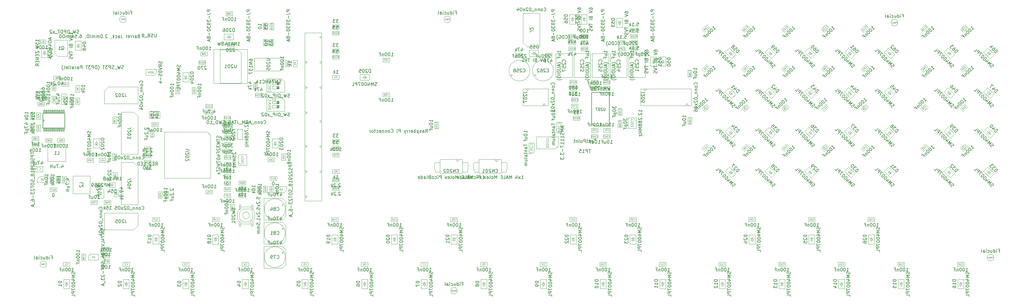
<source format=gbr>
%TF.GenerationSoftware,KiCad,Pcbnew,5.1.5*%
%TF.CreationDate,2020-03-30T21:10:00+02:00*%
%TF.ProjectId,OTTOdiy_SMD,4f54544f-6469-4795-9f53-4d442e6b6963,rev?*%
%TF.SameCoordinates,PX269fb20PYbb65a20*%
%TF.FileFunction,Other,Fab,Bot*%
%FSLAX46Y46*%
G04 Gerber Fmt 4.6, Leading zero omitted, Abs format (unit mm)*
G04 Created by KiCad (PCBNEW 5.1.5) date 2020-03-30 21:10:00*
%MOMM*%
%LPD*%
G04 APERTURE LIST*
%ADD10C,0.100000*%
%ADD11C,0.150000*%
%ADD12C,0.152400*%
%ADD13C,0.075000*%
%ADD14C,0.120000*%
%ADD15C,0.080000*%
%ADD16C,0.105000*%
%ADD17C,0.060000*%
G04 APERTURE END LIST*
D10*
X79550000Y30150000D02*
G75*
G03X79550000Y30150000I-3150000J0D01*
G01*
X73100000Y33450000D02*
X73100000Y26850000D01*
X78700000Y33450000D02*
X73100000Y33450000D01*
X78700000Y26850000D02*
X73100000Y26850000D01*
X79700000Y32450000D02*
X79700000Y27850000D01*
X79700000Y32450000D02*
X78700000Y33450000D01*
X79700000Y27850000D02*
X78700000Y26850000D01*
X79104838Y31480000D02*
X78474838Y31480000D01*
X78789838Y31795000D02*
X78789838Y31165000D01*
X79550000Y22900000D02*
G75*
G03X79550000Y22900000I-3150000J0D01*
G01*
X73100000Y26200000D02*
X73100000Y19600000D01*
X78700000Y26200000D02*
X73100000Y26200000D01*
X78700000Y19600000D02*
X73100000Y19600000D01*
X79700000Y25200000D02*
X79700000Y20600000D01*
X79700000Y25200000D02*
X78700000Y26200000D01*
X79700000Y20600000D02*
X78700000Y19600000D01*
X79104838Y24230000D02*
X78474838Y24230000D01*
X78789838Y24545000D02*
X78789838Y23915000D01*
X79550000Y15650000D02*
G75*
G03X79550000Y15650000I-3150000J0D01*
G01*
X73100000Y18950000D02*
X73100000Y12350000D01*
X78700000Y18950000D02*
X73100000Y18950000D01*
X78700000Y12350000D02*
X73100000Y12350000D01*
X79700000Y17950000D02*
X79700000Y13350000D01*
X79700000Y17950000D02*
X78700000Y18950000D01*
X79700000Y13350000D02*
X78700000Y12350000D01*
X79104838Y16980000D02*
X78474838Y16980000D01*
X78789838Y17295000D02*
X78789838Y16665000D01*
X24755000Y35900000D02*
X24305000Y36350000D01*
X22995000Y36350000D02*
X24305000Y36350000D01*
X24755000Y35900000D02*
X24755000Y33450000D01*
X22995000Y33450000D02*
X24755000Y33450000D01*
X22995000Y36350000D02*
X22995000Y33450000D01*
D11*
X172100000Y56200000D02*
X173100000Y55200000D01*
X172100000Y65400000D02*
X172100000Y56200000D01*
X177400000Y65400000D02*
X172100000Y65400000D01*
X177400000Y55200000D02*
X177400000Y65400000D01*
X173100000Y55200000D02*
X177400000Y55200000D01*
D10*
X78825000Y72925000D02*
X78825000Y75850000D01*
X78825000Y75850000D02*
X70175000Y75850000D01*
X70175000Y75850000D02*
X70175000Y71950000D01*
X70175000Y71950000D02*
X77850000Y71950000D01*
X77850000Y71950000D02*
X78825000Y72925000D01*
X39900000Y70600000D02*
X40550000Y71250000D01*
X40550000Y72400000D02*
X40550000Y71250000D01*
X39900000Y70600000D02*
X37450000Y70600000D01*
X37450000Y72400000D02*
X37450000Y70600000D01*
X40550000Y72400000D02*
X37450000Y72400000D01*
X65225000Y78355000D02*
X59875000Y78355000D01*
X59875000Y78355000D02*
X59875000Y68195000D01*
X59875000Y68195000D02*
X66225000Y68195000D01*
X66225000Y68195000D02*
X66225000Y77355000D01*
X66225000Y77355000D02*
X65225000Y78355000D01*
X68130000Y78415000D02*
X68130000Y68135000D01*
X68130000Y68135000D02*
X57970000Y68135000D01*
X57970000Y68135000D02*
X57970000Y78415000D01*
X57970000Y78415000D02*
X68130000Y78415000D01*
X10925000Y76350000D02*
X13850000Y76350000D01*
X13850000Y76350000D02*
X13850000Y81250000D01*
X13850000Y81250000D02*
X9950000Y81250000D01*
X9950000Y81250000D02*
X9950000Y77325000D01*
X9950000Y77325000D02*
X10925000Y76350000D01*
X56000000Y53500000D02*
X43000000Y53500000D01*
X43000000Y53500000D02*
X43000000Y39500000D01*
X43000000Y39500000D02*
X57000000Y39500000D01*
X57000000Y39500000D02*
X57000000Y52500000D01*
X57000000Y52500000D02*
X56000000Y53500000D01*
X79200000Y35200000D02*
X79850000Y35850000D01*
X79850000Y37000000D02*
X79850000Y35850000D01*
X79200000Y35200000D02*
X76750000Y35200000D01*
X76750000Y37000000D02*
X76750000Y35200000D01*
X79850000Y37000000D02*
X76750000Y37000000D01*
X5300000Y40000000D02*
X4650000Y39350000D01*
X4650000Y38200000D02*
X4650000Y39350000D01*
X5300000Y40000000D02*
X7750000Y40000000D01*
X7750000Y38200000D02*
X7750000Y40000000D01*
X4650000Y38200000D02*
X7750000Y38200000D01*
X161050000Y48350000D02*
X162050000Y49350000D01*
X161050000Y48350000D02*
X155350000Y48350000D01*
X162050000Y49350000D02*
X162050000Y52050000D01*
X155350000Y48350000D02*
X155350000Y52050000D01*
X162050000Y52050000D02*
X155350000Y52050000D01*
X74950000Y38900000D02*
X76950000Y38900000D01*
X74950000Y40100000D02*
X74950000Y38900000D01*
X76950000Y40100000D02*
X74950000Y40100000D01*
X76950000Y38900000D02*
X76950000Y40100000D01*
X8500000Y35400000D02*
X10500000Y35400000D01*
X8500000Y36600000D02*
X8500000Y35400000D01*
X10500000Y36600000D02*
X8500000Y36600000D01*
X10500000Y35400000D02*
X10500000Y36600000D01*
X63050000Y36750000D02*
X61050000Y36750000D01*
X63050000Y35550000D02*
X63050000Y36750000D01*
X61050000Y35550000D02*
X63050000Y35550000D01*
X61050000Y36750000D02*
X61050000Y35550000D01*
X161500000Y56437500D02*
X163100000Y56437500D01*
X161500000Y53237500D02*
X161500000Y56437500D01*
X162700000Y53237500D02*
X161500000Y53237500D01*
X163100000Y53637500D02*
X162700000Y53237500D01*
X163100000Y56437500D02*
X163100000Y53637500D01*
X153100000Y50137500D02*
X154700000Y50137500D01*
X153100000Y46937500D02*
X153100000Y50137500D01*
X154300000Y46937500D02*
X153100000Y46937500D01*
X154700000Y47337500D02*
X154300000Y46937500D01*
X154700000Y50137500D02*
X154700000Y47337500D01*
X15400000Y34800000D02*
X20600000Y34800000D01*
X15400000Y40200000D02*
X15400000Y34800000D01*
X20600000Y40200000D02*
X15400000Y40200000D01*
X20600000Y34800000D02*
X20600000Y40200000D01*
X165350000Y88900000D02*
X165350000Y86100000D01*
X165350000Y86100000D02*
X167150000Y86100000D01*
X167150000Y86100000D02*
X167150000Y88900000D01*
X167150000Y88900000D02*
X165350000Y88900000D01*
X166250000Y88250000D02*
X166250000Y87850000D01*
X166250000Y87850000D02*
X165700000Y87850000D01*
X166250000Y87850000D02*
X166800000Y87850000D01*
X166250000Y87850000D02*
X165850000Y87250000D01*
X165850000Y87250000D02*
X166650000Y87250000D01*
X166650000Y87250000D02*
X166250000Y87850000D01*
X166250000Y87250000D02*
X166250000Y86750000D01*
X156000000Y78150000D02*
X153200000Y78150000D01*
X153200000Y78150000D02*
X153200000Y76350000D01*
X153200000Y76350000D02*
X156000000Y76350000D01*
X156000000Y76350000D02*
X156000000Y78150000D01*
X155350000Y77250000D02*
X154950000Y77250000D01*
X154950000Y77250000D02*
X154950000Y77800000D01*
X154950000Y77250000D02*
X154950000Y76700000D01*
X154950000Y77250000D02*
X154350000Y77650000D01*
X154350000Y77650000D02*
X154350000Y76850000D01*
X154350000Y76850000D02*
X154950000Y77250000D01*
X154350000Y77250000D02*
X153850000Y77250000D01*
X179600000Y87800000D02*
X179600000Y85000000D01*
X179600000Y85000000D02*
X181400000Y85000000D01*
X181400000Y85000000D02*
X181400000Y87800000D01*
X181400000Y87800000D02*
X179600000Y87800000D01*
X180500000Y87150000D02*
X180500000Y86750000D01*
X180500000Y86750000D02*
X179950000Y86750000D01*
X180500000Y86750000D02*
X181050000Y86750000D01*
X180500000Y86750000D02*
X180100000Y86150000D01*
X180100000Y86150000D02*
X180900000Y86150000D01*
X180900000Y86150000D02*
X180500000Y86750000D01*
X180500000Y86150000D02*
X180500000Y85650000D01*
X168850000Y88900000D02*
X168850000Y86100000D01*
X168850000Y86100000D02*
X170650000Y86100000D01*
X170650000Y86100000D02*
X170650000Y88900000D01*
X170650000Y88900000D02*
X168850000Y88900000D01*
X169750000Y88250000D02*
X169750000Y87850000D01*
X169750000Y87850000D02*
X169200000Y87850000D01*
X169750000Y87850000D02*
X170300000Y87850000D01*
X169750000Y87850000D02*
X169350000Y87250000D01*
X169350000Y87250000D02*
X170150000Y87250000D01*
X170150000Y87250000D02*
X169750000Y87850000D01*
X169750000Y87250000D02*
X169750000Y86750000D01*
X191650000Y73350000D02*
X191650000Y76150000D01*
X191650000Y76150000D02*
X189850000Y76150000D01*
X189850000Y76150000D02*
X189850000Y73350000D01*
X189850000Y73350000D02*
X191650000Y73350000D01*
X190750000Y74000000D02*
X190750000Y74400000D01*
X190750000Y74400000D02*
X191300000Y74400000D01*
X190750000Y74400000D02*
X190200000Y74400000D01*
X190750000Y74400000D02*
X191150000Y75000000D01*
X191150000Y75000000D02*
X190350000Y75000000D01*
X190350000Y75000000D02*
X190750000Y74400000D01*
X190750000Y75000000D02*
X190750000Y75500000D01*
X194400000Y73350000D02*
X194400000Y76150000D01*
X194400000Y76150000D02*
X192600000Y76150000D01*
X192600000Y76150000D02*
X192600000Y73350000D01*
X192600000Y73350000D02*
X194400000Y73350000D01*
X193500000Y74000000D02*
X193500000Y74400000D01*
X193500000Y74400000D02*
X194050000Y74400000D01*
X193500000Y74400000D02*
X192950000Y74400000D01*
X193500000Y74400000D02*
X193900000Y75000000D01*
X193900000Y75000000D02*
X193100000Y75000000D01*
X193100000Y75000000D02*
X193500000Y74400000D01*
X193500000Y75000000D02*
X193500000Y75500000D01*
X26850000Y31625000D02*
X26850000Y32825000D01*
X26850000Y32825000D02*
X24850000Y32825000D01*
X24850000Y32825000D02*
X24850000Y31625000D01*
X24850000Y31625000D02*
X26850000Y31625000D01*
X29100000Y35900000D02*
X27900000Y35900000D01*
X27900000Y35900000D02*
X27900000Y33900000D01*
X27900000Y33900000D02*
X29100000Y33900000D01*
X29100000Y33900000D02*
X29100000Y35900000D01*
X27475000Y37425000D02*
X27725000Y37425000D01*
X27475000Y37775000D02*
X26975000Y37425000D01*
X27475000Y37075000D02*
X27475000Y37775000D01*
X26975000Y37425000D02*
X27475000Y37075000D01*
X26975000Y37425000D02*
X26775000Y37425000D01*
X26975000Y37075000D02*
X26975000Y37775000D01*
X26375000Y38125000D02*
X26375000Y36725000D01*
X28175000Y38125000D02*
X26375000Y38125000D01*
X28175000Y36725000D02*
X28175000Y38125000D01*
X26375000Y36725000D02*
X28175000Y36725000D01*
X24175000Y36800000D02*
X24175000Y38000000D01*
X24175000Y38000000D02*
X22175000Y38000000D01*
X22175000Y38000000D02*
X22175000Y36800000D01*
X22175000Y36800000D02*
X24175000Y36800000D01*
X20850000Y32750000D02*
X20850000Y31550000D01*
X20850000Y31550000D02*
X22850000Y31550000D01*
X22850000Y31550000D02*
X22850000Y32750000D01*
X22850000Y32750000D02*
X20850000Y32750000D01*
X124622300Y56500900D02*
X124622300Y54500900D01*
X125822300Y56500900D02*
X124622300Y56500900D01*
X125822300Y54500900D02*
X125822300Y56500900D01*
X124622300Y54500900D02*
X125822300Y54500900D01*
X183050000Y57800000D02*
X185550000Y57800000D01*
X185550000Y57800000D02*
X185550000Y54600000D01*
X185550000Y54600000D02*
X183050000Y54600000D01*
X183050000Y54600000D02*
X183050000Y57800000D01*
X184550000Y57800000D02*
X185550000Y56800000D01*
X67900000Y43400000D02*
X65400000Y43400000D01*
X65400000Y43400000D02*
X65400000Y46600000D01*
X65400000Y46600000D02*
X67900000Y46600000D01*
X67900000Y46600000D02*
X67900000Y43400000D01*
X66400000Y43400000D02*
X65400000Y44400000D01*
X143302500Y44484893D02*
X142802500Y45192000D01*
X143802500Y45192000D02*
X143302500Y44484893D01*
X136552500Y41392000D02*
X138052500Y41392000D01*
X136552500Y41992000D02*
X136552500Y41392000D01*
X136352500Y42192000D02*
X136552500Y41992000D01*
X136352500Y43992000D02*
X136352500Y42192000D01*
X136552500Y44192000D02*
X136352500Y43992000D01*
X138052500Y44192000D02*
X136552500Y44192000D01*
X146302500Y41392000D02*
X144802500Y41392000D01*
X146302500Y41992000D02*
X146302500Y41392000D01*
X146502500Y42192000D02*
X146302500Y41992000D01*
X146502500Y43992000D02*
X146502500Y42192000D01*
X146302500Y44192000D02*
X146502500Y43992000D01*
X144802500Y44192000D02*
X146302500Y44192000D01*
X138052500Y45192000D02*
X138052500Y40992000D01*
X144802500Y45192000D02*
X144802500Y40992000D01*
X144802500Y40992000D02*
X138052500Y40992000D01*
X144802500Y45192000D02*
X138052500Y45192000D01*
X154971028Y70311500D02*
X154971028Y70941500D01*
X154656028Y70626500D02*
X155286028Y70626500D01*
X160500000Y72000000D02*
G75*
G03X160500000Y72000000I-3150000J0D01*
G01*
X147871028Y70311500D02*
X147871028Y70941500D01*
X147556028Y70626500D02*
X148186028Y70626500D01*
X153400000Y72000000D02*
G75*
G03X153400000Y72000000I-3150000J0D01*
G01*
X95800000Y85850000D02*
X93800000Y85850000D01*
X95800000Y84650000D02*
X95800000Y85850000D01*
X93800000Y84650000D02*
X95800000Y84650000D01*
X93800000Y85850000D02*
X93800000Y84650000D01*
X61050000Y57050000D02*
X63050000Y57050000D01*
X61050000Y58250000D02*
X61050000Y57050000D01*
X63050000Y58250000D02*
X61050000Y58250000D01*
X63050000Y57050000D02*
X63050000Y58250000D01*
X95800000Y78600000D02*
X93800000Y78600000D01*
X95800000Y77400000D02*
X95800000Y78600000D01*
X93800000Y77400000D02*
X95800000Y77400000D01*
X93800000Y78600000D02*
X93800000Y77400000D01*
X95800000Y51250000D02*
X93800000Y51250000D01*
X95800000Y50050000D02*
X95800000Y51250000D01*
X93800000Y50050000D02*
X95800000Y50050000D01*
X93800000Y51250000D02*
X93800000Y50050000D01*
X95800000Y83950000D02*
X93800000Y83950000D01*
X95800000Y82750000D02*
X95800000Y83950000D01*
X93800000Y82750000D02*
X95800000Y82750000D01*
X93800000Y83950000D02*
X93800000Y82750000D01*
X168500000Y58250000D02*
X166500000Y58250000D01*
X168500000Y57050000D02*
X168500000Y58250000D01*
X166500000Y57050000D02*
X168500000Y57050000D01*
X166500000Y58250000D02*
X166500000Y57050000D01*
X95800000Y76700000D02*
X93800000Y76700000D01*
X95800000Y75500000D02*
X95800000Y76700000D01*
X93800000Y75500000D02*
X95800000Y75500000D01*
X93800000Y76700000D02*
X93800000Y75500000D01*
X95800000Y49200000D02*
X93800000Y49200000D01*
X95800000Y48000000D02*
X95800000Y49200000D01*
X93800000Y48000000D02*
X95800000Y48000000D01*
X93800000Y49200000D02*
X93800000Y48000000D01*
X158000000Y76025000D02*
X160000000Y76025000D01*
X158000000Y77225000D02*
X158000000Y76025000D01*
X160000000Y77225000D02*
X158000000Y77225000D01*
X160000000Y76025000D02*
X160000000Y77225000D01*
X165150000Y81800000D02*
X167150000Y81800000D01*
X165150000Y83000000D02*
X165150000Y81800000D01*
X167150000Y83000000D02*
X165150000Y83000000D01*
X167150000Y81800000D02*
X167150000Y83000000D01*
X151125000Y77225000D02*
X149125000Y77225000D01*
X151125000Y76025000D02*
X151125000Y77225000D01*
X149125000Y76025000D02*
X151125000Y76025000D01*
X149125000Y77225000D02*
X149125000Y76025000D01*
X165500000Y66050000D02*
X167500000Y66050000D01*
X165500000Y67250000D02*
X165500000Y66050000D01*
X167500000Y67250000D02*
X165500000Y67250000D01*
X167500000Y66050000D02*
X167500000Y67250000D01*
X165500000Y67950000D02*
X167500000Y67950000D01*
X165500000Y69150000D02*
X165500000Y67950000D01*
X167500000Y69150000D02*
X165500000Y69150000D01*
X167500000Y67950000D02*
X167500000Y69150000D01*
X170850000Y79200000D02*
X168850000Y79200000D01*
X170850000Y78000000D02*
X170850000Y79200000D01*
X168850000Y78000000D02*
X170850000Y78000000D01*
X168850000Y79200000D02*
X168850000Y78000000D01*
X182150000Y81100000D02*
X180150000Y81100000D01*
X182150000Y79900000D02*
X182150000Y81100000D01*
X180150000Y79900000D02*
X182150000Y79900000D01*
X180150000Y81100000D02*
X180150000Y79900000D01*
X170850000Y81100000D02*
X168850000Y81100000D01*
X170850000Y79900000D02*
X170850000Y81100000D01*
X168850000Y79900000D02*
X170850000Y79900000D01*
X168850000Y81100000D02*
X168850000Y79900000D01*
X185850000Y83000000D02*
X183850000Y83000000D01*
X185850000Y81800000D02*
X185850000Y83000000D01*
X183850000Y81800000D02*
X185850000Y81800000D01*
X183850000Y83000000D02*
X183850000Y81800000D01*
X165150000Y78000000D02*
X167150000Y78000000D01*
X165150000Y79200000D02*
X165150000Y78000000D01*
X167150000Y79200000D02*
X165150000Y79200000D01*
X167150000Y78000000D02*
X167150000Y79200000D01*
X170850000Y83000000D02*
X168850000Y83000000D01*
X170850000Y81800000D02*
X170850000Y83000000D01*
X168850000Y81800000D02*
X170850000Y81800000D01*
X168850000Y83000000D02*
X168850000Y81800000D01*
X183850000Y79900000D02*
X185850000Y79900000D01*
X183850000Y81100000D02*
X183850000Y79900000D01*
X185850000Y81100000D02*
X183850000Y81100000D01*
X185850000Y79900000D02*
X185850000Y81100000D01*
X185850000Y84900000D02*
X183850000Y84900000D01*
X185850000Y83700000D02*
X185850000Y84900000D01*
X183850000Y83700000D02*
X185850000Y83700000D01*
X183850000Y84900000D02*
X183850000Y83700000D01*
X62000000Y79250000D02*
X64000000Y79250000D01*
X62000000Y80450000D02*
X62000000Y79250000D01*
X64000000Y80450000D02*
X62000000Y80450000D01*
X64000000Y79250000D02*
X64000000Y80450000D01*
X53450000Y73850000D02*
X55450000Y73850000D01*
X53450000Y75050000D02*
X53450000Y73850000D01*
X55450000Y75050000D02*
X53450000Y75050000D01*
X55450000Y73850000D02*
X55450000Y75050000D01*
X74850000Y86400000D02*
X74850000Y84400000D01*
X76050000Y86400000D02*
X74850000Y86400000D01*
X76050000Y84400000D02*
X76050000Y86400000D01*
X74850000Y84400000D02*
X76050000Y84400000D01*
X72950000Y86400000D02*
X72950000Y84400000D01*
X74150000Y86400000D02*
X72950000Y86400000D01*
X74150000Y84400000D02*
X74150000Y86400000D01*
X72950000Y84400000D02*
X74150000Y84400000D01*
X74150000Y79450000D02*
X74150000Y81450000D01*
X72950000Y79450000D02*
X74150000Y79450000D01*
X72950000Y81450000D02*
X72950000Y79450000D01*
X74150000Y81450000D02*
X72950000Y81450000D01*
X74850000Y81450000D02*
X74850000Y79450000D01*
X76050000Y81450000D02*
X74850000Y81450000D01*
X76050000Y79450000D02*
X76050000Y81450000D01*
X74850000Y79450000D02*
X76050000Y79450000D01*
X24450000Y17500000D02*
X26450000Y17500000D01*
X24450000Y18700000D02*
X24450000Y17500000D01*
X26450000Y18700000D02*
X24450000Y18700000D01*
X26450000Y17500000D02*
X26450000Y18700000D01*
X38950000Y46950000D02*
X36950000Y46950000D01*
X38950000Y45750000D02*
X38950000Y46950000D01*
X36950000Y45750000D02*
X38950000Y45750000D01*
X36950000Y46950000D02*
X36950000Y45750000D01*
X36950000Y47800000D02*
X38950000Y47800000D01*
X36950000Y49000000D02*
X36950000Y47800000D01*
X38950000Y49000000D02*
X36950000Y49000000D01*
X38950000Y47800000D02*
X38950000Y49000000D01*
X93800000Y35800000D02*
X95800000Y35800000D01*
X93800000Y37000000D02*
X93800000Y35800000D01*
X95800000Y37000000D02*
X93800000Y37000000D01*
X95800000Y35800000D02*
X95800000Y37000000D01*
X72450000Y65250000D02*
X70450000Y65250000D01*
X72450000Y64050000D02*
X72450000Y65250000D01*
X70450000Y64050000D02*
X72450000Y64050000D01*
X70450000Y65250000D02*
X70450000Y64050000D01*
X69950000Y68450000D02*
X69950000Y66450000D01*
X71150000Y68450000D02*
X69950000Y68450000D01*
X71150000Y66450000D02*
X71150000Y68450000D01*
X69950000Y66450000D02*
X71150000Y66450000D01*
X93800000Y38350000D02*
X95800000Y38350000D01*
X93800000Y39550000D02*
X93800000Y38350000D01*
X95800000Y39550000D02*
X93800000Y39550000D01*
X95800000Y38350000D02*
X95800000Y39550000D01*
X12250000Y40050000D02*
X12250000Y38050000D01*
X13450000Y40050000D02*
X12250000Y40050000D01*
X13450000Y38050000D02*
X13450000Y40050000D01*
X12250000Y38050000D02*
X13450000Y38050000D01*
X71050000Y37150000D02*
X71050000Y35150000D01*
X72250000Y37150000D02*
X71050000Y37150000D01*
X72250000Y35150000D02*
X72250000Y37150000D01*
X71050000Y35150000D02*
X72250000Y35150000D01*
X65550000Y37450000D02*
X67550000Y37450000D01*
X65550000Y38650000D02*
X65550000Y37450000D01*
X67550000Y38650000D02*
X65550000Y38650000D01*
X67550000Y37450000D02*
X67550000Y38650000D01*
X65550000Y35550000D02*
X67550000Y35550000D01*
X65550000Y36750000D02*
X65550000Y35550000D01*
X67550000Y36750000D02*
X65550000Y36750000D01*
X67550000Y35550000D02*
X67550000Y36750000D01*
X36950000Y43700000D02*
X38950000Y43700000D01*
X36950000Y44900000D02*
X36950000Y43700000D01*
X38950000Y44900000D02*
X36950000Y44900000D01*
X38950000Y43700000D02*
X38950000Y44900000D01*
X24450000Y13700000D02*
X26450000Y13700000D01*
X24450000Y14900000D02*
X24450000Y13700000D01*
X26450000Y14900000D02*
X24450000Y14900000D01*
X26450000Y13700000D02*
X26450000Y14900000D01*
X95800000Y47150000D02*
X93800000Y47150000D01*
X95800000Y45950000D02*
X95800000Y47150000D01*
X93800000Y45950000D02*
X95800000Y45950000D01*
X93800000Y47150000D02*
X93800000Y45950000D01*
X2500000Y59300000D02*
X2500000Y57300000D01*
X3700000Y59300000D02*
X2500000Y59300000D01*
X3700000Y57300000D02*
X3700000Y59300000D01*
X2500000Y57300000D02*
X3700000Y57300000D01*
X6100000Y65700000D02*
X6100000Y63700000D01*
X7300000Y65700000D02*
X6100000Y65700000D01*
X7300000Y63700000D02*
X7300000Y65700000D01*
X6100000Y63700000D02*
X7300000Y63700000D01*
X72950000Y37150000D02*
X72950000Y35150000D01*
X74150000Y37150000D02*
X72950000Y37150000D01*
X74150000Y35150000D02*
X74150000Y37150000D01*
X72950000Y35150000D02*
X74150000Y35150000D01*
X9100000Y68000000D02*
X9100000Y66000000D01*
X10300000Y68000000D02*
X9100000Y68000000D01*
X10300000Y66000000D02*
X10300000Y68000000D01*
X9100000Y66000000D02*
X10300000Y66000000D01*
X3100000Y49000000D02*
X5100000Y49000000D01*
X3100000Y50200000D02*
X3100000Y49000000D01*
X5100000Y50200000D02*
X3100000Y50200000D01*
X5100000Y49000000D02*
X5100000Y50200000D01*
X5100000Y80100000D02*
X7100000Y80100000D01*
X5100000Y81300000D02*
X5100000Y80100000D01*
X7100000Y81300000D02*
X5100000Y81300000D01*
X7100000Y80100000D02*
X7100000Y81300000D01*
X26450000Y16800000D02*
X24450000Y16800000D01*
X26450000Y15600000D02*
X26450000Y16800000D01*
X24450000Y15600000D02*
X26450000Y15600000D01*
X24450000Y16800000D02*
X24450000Y15600000D01*
X10350000Y40050000D02*
X10350000Y38050000D01*
X11550000Y40050000D02*
X10350000Y40050000D01*
X11550000Y38050000D02*
X11550000Y40050000D01*
X10350000Y38050000D02*
X11550000Y38050000D01*
X9600000Y69200000D02*
X11600000Y69200000D01*
X9600000Y70400000D02*
X9600000Y69200000D01*
X11600000Y70400000D02*
X9600000Y70400000D01*
X11600000Y69200000D02*
X11600000Y70400000D01*
X40500000Y59650000D02*
X40500000Y57650000D01*
X41700000Y59650000D02*
X40500000Y59650000D01*
X41700000Y57650000D02*
X41700000Y59650000D01*
X40500000Y57650000D02*
X41700000Y57650000D01*
X39650000Y57650000D02*
X39650000Y59650000D01*
X38450000Y57650000D02*
X39650000Y57650000D01*
X38450000Y59650000D02*
X38450000Y57650000D01*
X39650000Y59650000D02*
X38450000Y59650000D01*
X17450000Y65500000D02*
X17450000Y67500000D01*
X16250000Y65500000D02*
X17450000Y65500000D01*
X16250000Y67500000D02*
X16250000Y65500000D01*
X17450000Y67500000D02*
X16250000Y67500000D01*
X61050000Y43150000D02*
X63050000Y43150000D01*
X61050000Y44350000D02*
X61050000Y43150000D01*
X63050000Y44350000D02*
X61050000Y44350000D01*
X63050000Y43150000D02*
X63050000Y44350000D01*
X93800000Y40900000D02*
X95800000Y40900000D01*
X93800000Y42100000D02*
X93800000Y40900000D01*
X95800000Y42100000D02*
X93800000Y42100000D01*
X95800000Y40900000D02*
X95800000Y42100000D01*
X81950000Y75150000D02*
X81950000Y73150000D01*
X83150000Y75150000D02*
X81950000Y75150000D01*
X83150000Y73150000D02*
X83150000Y75150000D01*
X81950000Y73150000D02*
X83150000Y73150000D01*
X95800000Y70600000D02*
X93800000Y70600000D01*
X95800000Y69400000D02*
X95800000Y70600000D01*
X93800000Y69400000D02*
X95800000Y69400000D01*
X93800000Y70600000D02*
X93800000Y69400000D01*
X181200000Y54900000D02*
X181200000Y56900000D01*
X180000000Y54900000D02*
X181200000Y54900000D01*
X180000000Y56900000D02*
X180000000Y54900000D01*
X181200000Y56900000D02*
X180000000Y56900000D01*
X180000000Y60550000D02*
X180000000Y58550000D01*
X181200000Y60550000D02*
X180000000Y60550000D01*
X181200000Y58550000D02*
X181200000Y60550000D01*
X180000000Y58550000D02*
X181200000Y58550000D01*
X177600000Y69100000D02*
X175600000Y69100000D01*
X177600000Y67900000D02*
X177600000Y69100000D01*
X175600000Y67900000D02*
X177600000Y67900000D01*
X175600000Y69100000D02*
X175600000Y67900000D01*
X201100000Y57850000D02*
X201100000Y55850000D01*
X202300000Y57850000D02*
X201100000Y57850000D01*
X202300000Y55850000D02*
X202300000Y57850000D01*
X201100000Y55850000D02*
X202300000Y55850000D01*
X202300000Y70150000D02*
X202300000Y72150000D01*
X201100000Y70150000D02*
X202300000Y70150000D01*
X201100000Y72150000D02*
X201100000Y70150000D01*
X202300000Y72150000D02*
X201100000Y72150000D01*
X167150000Y81100000D02*
X165150000Y81100000D01*
X167150000Y79900000D02*
X167150000Y81100000D01*
X165150000Y79900000D02*
X167150000Y79900000D01*
X165150000Y81100000D02*
X165150000Y79900000D01*
X182150000Y79200000D02*
X180150000Y79200000D01*
X182150000Y78000000D02*
X182150000Y79200000D01*
X180150000Y78000000D02*
X182150000Y78000000D01*
X180150000Y79200000D02*
X180150000Y78000000D01*
X183850000Y78000000D02*
X185850000Y78000000D01*
X183850000Y79200000D02*
X183850000Y78000000D01*
X185850000Y79200000D02*
X183850000Y79200000D01*
X185850000Y78000000D02*
X185850000Y79200000D01*
X167950000Y63800000D02*
X165950000Y63800000D01*
X167950000Y62600000D02*
X167950000Y63800000D01*
X165950000Y62600000D02*
X167950000Y62600000D01*
X165950000Y63800000D02*
X165950000Y62600000D01*
X175650000Y51500000D02*
X177650000Y51500000D01*
X175650000Y52700000D02*
X175650000Y51500000D01*
X177650000Y52700000D02*
X175650000Y52700000D01*
X177650000Y51500000D02*
X177650000Y52700000D01*
X171900000Y67900000D02*
X173900000Y67900000D01*
X171900000Y69100000D02*
X171900000Y67900000D01*
X173900000Y69100000D02*
X171900000Y69100000D01*
X173900000Y67900000D02*
X173900000Y69100000D01*
X171950000Y51500000D02*
X173950000Y51500000D01*
X171950000Y52700000D02*
X171950000Y51500000D01*
X173950000Y52700000D02*
X171950000Y52700000D01*
X173950000Y51500000D02*
X173950000Y52700000D01*
X27400000Y46850000D02*
X27400000Y44850000D01*
X28600000Y46850000D02*
X27400000Y46850000D01*
X28600000Y44850000D02*
X28600000Y46850000D01*
X27400000Y44850000D02*
X28600000Y44850000D01*
X38700000Y53900000D02*
X38700000Y51900000D01*
X39900000Y53900000D02*
X38700000Y53900000D01*
X39900000Y51900000D02*
X39900000Y53900000D01*
X38700000Y51900000D02*
X39900000Y51900000D01*
X44300000Y33450000D02*
X44300000Y35450000D01*
X43100000Y33450000D02*
X44300000Y33450000D01*
X43100000Y35450000D02*
X43100000Y33450000D01*
X44300000Y35450000D02*
X43100000Y35450000D01*
X63050000Y38650000D02*
X61050000Y38650000D01*
X63050000Y37450000D02*
X63050000Y38650000D01*
X61050000Y37450000D02*
X63050000Y37450000D01*
X61050000Y38650000D02*
X61050000Y37450000D01*
X61050000Y55150000D02*
X63050000Y55150000D01*
X61050000Y56350000D02*
X61050000Y55150000D01*
X63050000Y56350000D02*
X61050000Y56350000D01*
X63050000Y55150000D02*
X63050000Y56350000D01*
X55500000Y60650000D02*
X57500000Y60650000D01*
X55500000Y61850000D02*
X55500000Y60650000D01*
X57500000Y61850000D02*
X55500000Y61850000D01*
X57500000Y60650000D02*
X57500000Y61850000D01*
X63050000Y46400000D02*
X61050000Y46400000D01*
X63050000Y45200000D02*
X63050000Y46400000D01*
X61050000Y45200000D02*
X63050000Y45200000D01*
X61050000Y46400000D02*
X61050000Y45200000D01*
X63050000Y48300000D02*
X61050000Y48300000D01*
X63050000Y47100000D02*
X63050000Y48300000D01*
X61050000Y47100000D02*
X63050000Y47100000D01*
X61050000Y48300000D02*
X61050000Y47100000D01*
X284217157Y83618629D02*
X285631371Y85032843D01*
X283368629Y84467157D02*
X284217157Y83618629D01*
X284782843Y85881371D02*
X283368629Y84467157D01*
X285631371Y85032843D02*
X284782843Y85881371D01*
X272217157Y83618629D02*
X273631371Y85032843D01*
X271368629Y84467157D02*
X272217157Y83618629D01*
X272782843Y85881371D02*
X271368629Y84467157D01*
X273631371Y85032843D02*
X272782843Y85881371D01*
X254217157Y83618629D02*
X255631371Y85032843D01*
X253368629Y84467157D02*
X254217157Y83618629D01*
X254782843Y85881371D02*
X253368629Y84467157D01*
X255631371Y85032843D02*
X254782843Y85881371D01*
X242217157Y83618629D02*
X243631371Y85032843D01*
X241368629Y84467157D02*
X242217157Y83618629D01*
X242782843Y85881371D02*
X241368629Y84467157D01*
X243631371Y85032843D02*
X242782843Y85881371D01*
X230217157Y83618629D02*
X231631371Y85032843D01*
X229368629Y84467157D02*
X230217157Y83618629D01*
X230782843Y85881371D02*
X229368629Y84467157D01*
X231631371Y85032843D02*
X230782843Y85881371D01*
X218217157Y83618629D02*
X219631371Y85032843D01*
X217368629Y84467157D02*
X218217157Y83618629D01*
X218782843Y85881371D02*
X217368629Y84467157D01*
X219631371Y85032843D02*
X218782843Y85881371D01*
X206217157Y83618629D02*
X207631371Y85032843D01*
X205368629Y84467157D02*
X206217157Y83618629D01*
X206782843Y85881371D02*
X205368629Y84467157D01*
X207631371Y85032843D02*
X206782843Y85881371D01*
X61625000Y88600000D02*
X63625000Y88600000D01*
X61625000Y89800000D02*
X61625000Y88600000D01*
X63625000Y89800000D02*
X61625000Y89800000D01*
X63625000Y88600000D02*
X63625000Y89800000D01*
X63050000Y52400000D02*
X61050000Y52400000D01*
X63050000Y51200000D02*
X63050000Y52400000D01*
X61050000Y51200000D02*
X63050000Y51200000D01*
X61050000Y52400000D02*
X61050000Y51200000D01*
X63050000Y54300000D02*
X61050000Y54300000D01*
X63050000Y53100000D02*
X63050000Y54300000D01*
X61050000Y53100000D02*
X63050000Y53100000D01*
X61050000Y54300000D02*
X61050000Y53100000D01*
X2500000Y55600000D02*
X2500000Y53600000D01*
X3700000Y55600000D02*
X2500000Y55600000D01*
X3700000Y53600000D02*
X3700000Y55600000D01*
X2500000Y53600000D02*
X3700000Y53600000D01*
X5400000Y63700000D02*
X5400000Y65700000D01*
X4200000Y63700000D02*
X5400000Y63700000D01*
X4200000Y65700000D02*
X4200000Y63700000D01*
X5400000Y65700000D02*
X4200000Y65700000D01*
X10800000Y50300000D02*
X12800000Y50300000D01*
X10800000Y51500000D02*
X10800000Y50300000D01*
X12800000Y51500000D02*
X10800000Y51500000D01*
X12800000Y50300000D02*
X12800000Y51500000D01*
X16250000Y63800000D02*
X16250000Y61800000D01*
X17450000Y63800000D02*
X16250000Y63800000D01*
X17450000Y61800000D02*
X17450000Y63800000D01*
X16250000Y61800000D02*
X17450000Y61800000D01*
X6800000Y62500000D02*
X4800000Y62500000D01*
X6800000Y61300000D02*
X6800000Y62500000D01*
X4800000Y61300000D02*
X6800000Y61300000D01*
X4800000Y62500000D02*
X4800000Y61300000D01*
X27575000Y39250000D02*
X28775000Y39250000D01*
X28775000Y39250000D02*
X28775000Y41250000D01*
X28775000Y41250000D02*
X27575000Y41250000D01*
X27575000Y41250000D02*
X27575000Y39250000D01*
X76050000Y35150000D02*
X76050000Y37150000D01*
X74850000Y35150000D02*
X76050000Y35150000D01*
X74850000Y37150000D02*
X74850000Y35150000D01*
X76050000Y37150000D02*
X74850000Y37150000D01*
X3100000Y50900000D02*
X5100000Y50900000D01*
X3100000Y52100000D02*
X3100000Y50900000D01*
X5100000Y52100000D02*
X3100000Y52100000D01*
X5100000Y50900000D02*
X5100000Y52100000D01*
X7100000Y50300000D02*
X9100000Y50300000D01*
X7100000Y51500000D02*
X7100000Y50300000D01*
X9100000Y51500000D02*
X7100000Y51500000D01*
X9100000Y50300000D02*
X9100000Y51500000D01*
X14200000Y68500000D02*
X12200000Y68500000D01*
X14200000Y67300000D02*
X14200000Y68500000D01*
X12200000Y67300000D02*
X14200000Y67300000D01*
X12200000Y68500000D02*
X12200000Y67300000D01*
X9100000Y64300000D02*
X9100000Y62300000D01*
X10300000Y64300000D02*
X9100000Y64300000D01*
X10300000Y62300000D02*
X10300000Y64300000D01*
X9100000Y62300000D02*
X10300000Y62300000D01*
X18050000Y16650000D02*
X18050000Y14650000D01*
X19250000Y16650000D02*
X18050000Y16650000D01*
X19250000Y14650000D02*
X19250000Y16650000D01*
X18050000Y14650000D02*
X19250000Y14650000D01*
X8450000Y40050000D02*
X8450000Y38050000D01*
X9650000Y40050000D02*
X8450000Y40050000D01*
X9650000Y38050000D02*
X9650000Y40050000D01*
X8450000Y38050000D02*
X9650000Y38050000D01*
X175600000Y66000000D02*
X177600000Y66000000D01*
X175600000Y67200000D02*
X175600000Y66000000D01*
X177600000Y67200000D02*
X175600000Y67200000D01*
X177600000Y66000000D02*
X177600000Y67200000D01*
X165950000Y60700000D02*
X167950000Y60700000D01*
X165950000Y61900000D02*
X165950000Y60700000D01*
X167950000Y61900000D02*
X165950000Y61900000D01*
X167950000Y60700000D02*
X167950000Y61900000D01*
X173900000Y67200000D02*
X171900000Y67200000D01*
X173900000Y66000000D02*
X173900000Y67200000D01*
X171900000Y66000000D02*
X173900000Y66000000D01*
X171900000Y67200000D02*
X171900000Y66000000D01*
X177650000Y54600000D02*
X175650000Y54600000D01*
X177650000Y53400000D02*
X177650000Y54600000D01*
X175650000Y53400000D02*
X177650000Y53400000D01*
X175650000Y54600000D02*
X175650000Y53400000D01*
X173950000Y54600000D02*
X171950000Y54600000D01*
X173950000Y53400000D02*
X173950000Y54600000D01*
X171950000Y53400000D02*
X173950000Y53400000D01*
X171950000Y54600000D02*
X171950000Y53400000D01*
X79650000Y75150000D02*
X79650000Y73150000D01*
X80850000Y75150000D02*
X79650000Y75150000D01*
X80850000Y73150000D02*
X80850000Y75150000D01*
X79650000Y73150000D02*
X80850000Y73150000D01*
X55975000Y77675000D02*
X53975000Y77675000D01*
X55975000Y76475000D02*
X55975000Y77675000D01*
X53975000Y76475000D02*
X55975000Y76475000D01*
X53975000Y77675000D02*
X53975000Y76475000D01*
X111000000Y75850000D02*
X109000000Y75850000D01*
X111000000Y74650000D02*
X111000000Y75850000D01*
X109000000Y74650000D02*
X111000000Y74650000D01*
X109000000Y75850000D02*
X109000000Y74650000D01*
X109000000Y64150000D02*
X111000000Y64150000D01*
X109000000Y65350000D02*
X109000000Y64150000D01*
X111000000Y65350000D02*
X109000000Y65350000D01*
X111000000Y64150000D02*
X111000000Y65350000D01*
X79600000Y44950000D02*
X79600000Y46950000D01*
X78400000Y44950000D02*
X79600000Y44950000D01*
X78400000Y46950000D02*
X78400000Y44950000D01*
X79600000Y46950000D02*
X78400000Y46950000D01*
X76250000Y45650000D02*
X74250000Y45650000D01*
X76250000Y44450000D02*
X76250000Y45650000D01*
X74250000Y44450000D02*
X76250000Y44450000D01*
X74250000Y45650000D02*
X74250000Y44450000D01*
X52600000Y64950000D02*
X52600000Y66950000D01*
X51400000Y64950000D02*
X52600000Y64950000D01*
X51400000Y66950000D02*
X51400000Y64950000D01*
X52600000Y66950000D02*
X51400000Y66950000D01*
X46400000Y66950000D02*
X46400000Y64950000D01*
X47600000Y66950000D02*
X46400000Y66950000D01*
X47600000Y64950000D02*
X47600000Y66950000D01*
X46400000Y64950000D02*
X47600000Y64950000D01*
X25350000Y45550000D02*
X23350000Y45550000D01*
X25350000Y44350000D02*
X25350000Y45550000D01*
X23350000Y44350000D02*
X25350000Y44350000D01*
X23350000Y45550000D02*
X23350000Y44350000D01*
X21650000Y45550000D02*
X19650000Y45550000D01*
X21650000Y44350000D02*
X21650000Y45550000D01*
X19650000Y44350000D02*
X21650000Y44350000D01*
X19650000Y45550000D02*
X19650000Y44350000D01*
X28600000Y56000000D02*
X28600000Y58000000D01*
X27400000Y56000000D02*
X28600000Y56000000D01*
X27400000Y58000000D02*
X27400000Y56000000D01*
X28600000Y58000000D02*
X27400000Y58000000D01*
X61050000Y33650000D02*
X63050000Y33650000D01*
X61050000Y34850000D02*
X61050000Y33650000D01*
X63050000Y34850000D02*
X61050000Y34850000D01*
X63050000Y33650000D02*
X63050000Y34850000D01*
X67550000Y34850000D02*
X65550000Y34850000D01*
X67550000Y33650000D02*
X67550000Y34850000D01*
X65550000Y33650000D02*
X67550000Y33650000D01*
X65550000Y34850000D02*
X65550000Y33650000D01*
X63050000Y40550000D02*
X61050000Y40550000D01*
X63050000Y39350000D02*
X63050000Y40550000D01*
X61050000Y39350000D02*
X63050000Y39350000D01*
X61050000Y40550000D02*
X61050000Y39350000D01*
X55500000Y58750000D02*
X57500000Y58750000D01*
X55500000Y59950000D02*
X55500000Y58750000D01*
X57500000Y59950000D02*
X55500000Y59950000D01*
X57500000Y58750000D02*
X57500000Y59950000D01*
X39200000Y55100000D02*
X41200000Y55100000D01*
X39200000Y56300000D02*
X39200000Y55100000D01*
X41200000Y56300000D02*
X39200000Y56300000D01*
X41200000Y55100000D02*
X41200000Y56300000D01*
X42400000Y33450000D02*
X42400000Y35450000D01*
X41200000Y33450000D02*
X42400000Y33450000D01*
X41200000Y35450000D02*
X41200000Y33450000D01*
X42400000Y35450000D02*
X41200000Y35450000D01*
X57550000Y35950000D02*
X55550000Y35950000D01*
X57550000Y34750000D02*
X57550000Y35950000D01*
X55550000Y34750000D02*
X57550000Y34750000D01*
X55550000Y35950000D02*
X55550000Y34750000D01*
X63050000Y42450000D02*
X61050000Y42450000D01*
X63050000Y41250000D02*
X63050000Y42450000D01*
X61050000Y41250000D02*
X63050000Y41250000D01*
X61050000Y42450000D02*
X61050000Y41250000D01*
X63050000Y50350000D02*
X61050000Y50350000D01*
X63050000Y49150000D02*
X63050000Y50350000D01*
X61050000Y49150000D02*
X63050000Y49150000D01*
X61050000Y50350000D02*
X61050000Y49150000D01*
X62900000Y31650000D02*
X62900000Y29650000D01*
X64100000Y31650000D02*
X62900000Y31650000D01*
X64100000Y29650000D02*
X64100000Y31650000D01*
X62900000Y29650000D02*
X64100000Y29650000D01*
X284217157Y71618629D02*
X285631371Y73032843D01*
X283368629Y72467157D02*
X284217157Y71618629D01*
X284782843Y73881371D02*
X283368629Y72467157D01*
X285631371Y73032843D02*
X284782843Y73881371D01*
X272217157Y71618629D02*
X273631371Y73032843D01*
X271368629Y72467157D02*
X272217157Y71618629D01*
X272782843Y73881371D02*
X271368629Y72467157D01*
X273631371Y73032843D02*
X272782843Y73881371D01*
X254217157Y71618629D02*
X255631371Y73032843D01*
X253368629Y72467157D02*
X254217157Y71618629D01*
X254782843Y73881371D02*
X253368629Y72467157D01*
X255631371Y73032843D02*
X254782843Y73881371D01*
X242217157Y71618629D02*
X243631371Y73032843D01*
X241368629Y72467157D02*
X242217157Y71618629D01*
X242782843Y73881371D02*
X241368629Y72467157D01*
X243631371Y73032843D02*
X242782843Y73881371D01*
X230217157Y71618629D02*
X231631371Y73032843D01*
X229368629Y72467157D02*
X230217157Y71618629D01*
X230782843Y73881371D02*
X229368629Y72467157D01*
X231631371Y73032843D02*
X230782843Y73881371D01*
X218217157Y71618629D02*
X219631371Y73032843D01*
X217368629Y72467157D02*
X218217157Y71618629D01*
X218782843Y73881371D02*
X217368629Y72467157D01*
X219631371Y73032843D02*
X218782843Y73881371D01*
X206217157Y71618629D02*
X207631371Y73032843D01*
X205368629Y72467157D02*
X206217157Y71618629D01*
X206782843Y73881371D02*
X205368629Y72467157D01*
X207631371Y73032843D02*
X206782843Y73881371D01*
X284782843Y61881371D02*
X283368629Y60467157D01*
X285631371Y61032843D02*
X284782843Y61881371D01*
X284217157Y59618629D02*
X285631371Y61032843D01*
X283368629Y60467157D02*
X284217157Y59618629D01*
X272782843Y61881371D02*
X271368629Y60467157D01*
X273631371Y61032843D02*
X272782843Y61881371D01*
X272217157Y59618629D02*
X273631371Y61032843D01*
X271368629Y60467157D02*
X272217157Y59618629D01*
X254782843Y61881371D02*
X253368629Y60467157D01*
X255631371Y61032843D02*
X254782843Y61881371D01*
X254217157Y59618629D02*
X255631371Y61032843D01*
X253368629Y60467157D02*
X254217157Y59618629D01*
X242782843Y61881371D02*
X241368629Y60467157D01*
X243631371Y61032843D02*
X242782843Y61881371D01*
X242217157Y59618629D02*
X243631371Y61032843D01*
X241368629Y60467157D02*
X242217157Y59618629D01*
X230782843Y61881371D02*
X229368629Y60467157D01*
X231631371Y61032843D02*
X230782843Y61881371D01*
X230217157Y59618629D02*
X231631371Y61032843D01*
X229368629Y60467157D02*
X230217157Y59618629D01*
X218782843Y61881371D02*
X217368629Y60467157D01*
X219631371Y61032843D02*
X218782843Y61881371D01*
X218217157Y59618629D02*
X219631371Y61032843D01*
X217368629Y60467157D02*
X218217157Y59618629D01*
X206782843Y61881371D02*
X205368629Y60467157D01*
X207631371Y61032843D02*
X206782843Y61881371D01*
X206217157Y59618629D02*
X207631371Y61032843D01*
X205368629Y60467157D02*
X206217157Y59618629D01*
X284217157Y47618629D02*
X285631371Y49032843D01*
X283368629Y48467157D02*
X284217157Y47618629D01*
X284782843Y49881371D02*
X283368629Y48467157D01*
X285631371Y49032843D02*
X284782843Y49881371D01*
X272217157Y47618629D02*
X273631371Y49032843D01*
X271368629Y48467157D02*
X272217157Y47618629D01*
X272782843Y49881371D02*
X271368629Y48467157D01*
X273631371Y49032843D02*
X272782843Y49881371D01*
X254217157Y47618629D02*
X255631371Y49032843D01*
X253368629Y48467157D02*
X254217157Y47618629D01*
X254782843Y49881371D02*
X253368629Y48467157D01*
X255631371Y49032843D02*
X254782843Y49881371D01*
X242217157Y47618629D02*
X243631371Y49032843D01*
X241368629Y48467157D02*
X242217157Y47618629D01*
X242782843Y49881371D02*
X241368629Y48467157D01*
X243631371Y49032843D02*
X242782843Y49881371D01*
X230217157Y47618629D02*
X231631371Y49032843D01*
X229368629Y48467157D02*
X230217157Y47618629D01*
X230782843Y49881371D02*
X229368629Y48467157D01*
X231631371Y49032843D02*
X230782843Y49881371D01*
X218217157Y47618629D02*
X219631371Y49032843D01*
X217368629Y48467157D02*
X218217157Y47618629D01*
X218782843Y49881371D02*
X217368629Y48467157D01*
X219631371Y49032843D02*
X218782843Y49881371D01*
X206217157Y47618629D02*
X207631371Y49032843D01*
X205368629Y48467157D02*
X206217157Y47618629D01*
X206782843Y49881371D02*
X205368629Y48467157D01*
X207631371Y49032843D02*
X206782843Y49881371D01*
X255500000Y26400000D02*
X257500000Y26400000D01*
X255500000Y27600000D02*
X255500000Y26400000D01*
X257500000Y27600000D02*
X255500000Y27600000D01*
X257500000Y26400000D02*
X257500000Y27600000D01*
X237500000Y26400000D02*
X239500000Y26400000D01*
X237500000Y27600000D02*
X237500000Y26400000D01*
X239500000Y27600000D02*
X237500000Y27600000D01*
X239500000Y26400000D02*
X239500000Y27600000D01*
X219500000Y26400000D02*
X221500000Y26400000D01*
X219500000Y27600000D02*
X219500000Y26400000D01*
X221500000Y27600000D02*
X219500000Y27600000D01*
X221500000Y26400000D02*
X221500000Y27600000D01*
X183500000Y26400000D02*
X185500000Y26400000D01*
X183500000Y27600000D02*
X183500000Y26400000D01*
X185500000Y27600000D02*
X183500000Y27600000D01*
X185500000Y26400000D02*
X185500000Y27600000D01*
X165500000Y26400000D02*
X167500000Y26400000D01*
X165500000Y27600000D02*
X165500000Y26400000D01*
X167500000Y27600000D02*
X165500000Y27600000D01*
X167500000Y26400000D02*
X167500000Y27600000D01*
X129500000Y26400000D02*
X131500000Y26400000D01*
X129500000Y27600000D02*
X129500000Y26400000D01*
X131500000Y27600000D02*
X129500000Y27600000D01*
X131500000Y26400000D02*
X131500000Y27600000D01*
X111500000Y26400000D02*
X113500000Y26400000D01*
X111500000Y27600000D02*
X111500000Y26400000D01*
X113500000Y27600000D02*
X111500000Y27600000D01*
X113500000Y26400000D02*
X113500000Y27600000D01*
X93500000Y26400000D02*
X95500000Y26400000D01*
X93500000Y27600000D02*
X93500000Y26400000D01*
X95500000Y27600000D02*
X93500000Y27600000D01*
X95500000Y26400000D02*
X95500000Y27600000D01*
X57500000Y26400000D02*
X59500000Y26400000D01*
X57500000Y27600000D02*
X57500000Y26400000D01*
X59500000Y27600000D02*
X57500000Y27600000D01*
X59500000Y26400000D02*
X59500000Y27600000D01*
X39500000Y26400000D02*
X41500000Y26400000D01*
X39500000Y27600000D02*
X39500000Y26400000D01*
X41500000Y27600000D02*
X39500000Y27600000D01*
X41500000Y26400000D02*
X41500000Y27600000D01*
X282500000Y12900000D02*
X284500000Y12900000D01*
X282500000Y14100000D02*
X282500000Y12900000D01*
X284500000Y14100000D02*
X282500000Y14100000D01*
X284500000Y12900000D02*
X284500000Y14100000D01*
X264500000Y12900000D02*
X266500000Y12900000D01*
X264500000Y14100000D02*
X264500000Y12900000D01*
X266500000Y14100000D02*
X264500000Y14100000D01*
X266500000Y12900000D02*
X266500000Y14100000D01*
X246500000Y12900000D02*
X248500000Y12900000D01*
X246500000Y14100000D02*
X246500000Y12900000D01*
X248500000Y14100000D02*
X246500000Y14100000D01*
X248500000Y12900000D02*
X248500000Y14100000D01*
X228500000Y12900000D02*
X230500000Y12900000D01*
X228500000Y14100000D02*
X228500000Y12900000D01*
X230500000Y14100000D02*
X228500000Y14100000D01*
X230500000Y12900000D02*
X230500000Y14100000D01*
X210500000Y12900000D02*
X212500000Y12900000D01*
X210500000Y14100000D02*
X210500000Y12900000D01*
X212500000Y14100000D02*
X210500000Y14100000D01*
X212500000Y12900000D02*
X212500000Y14100000D01*
X192500000Y12900000D02*
X194500000Y12900000D01*
X192500000Y14100000D02*
X192500000Y12900000D01*
X194500000Y14100000D02*
X192500000Y14100000D01*
X194500000Y12900000D02*
X194500000Y14100000D01*
X174500000Y12900000D02*
X176500000Y12900000D01*
X174500000Y14100000D02*
X174500000Y12900000D01*
X176500000Y14100000D02*
X174500000Y14100000D01*
X176500000Y12900000D02*
X176500000Y14100000D01*
X156500000Y12900000D02*
X158500000Y12900000D01*
X156500000Y14100000D02*
X156500000Y12900000D01*
X158500000Y14100000D02*
X156500000Y14100000D01*
X158500000Y12900000D02*
X158500000Y14100000D01*
X138500000Y12900000D02*
X140500000Y12900000D01*
X138500000Y14100000D02*
X138500000Y12900000D01*
X140500000Y14100000D02*
X138500000Y14100000D01*
X140500000Y12900000D02*
X140500000Y14100000D01*
X120500000Y12900000D02*
X122500000Y12900000D01*
X120500000Y14100000D02*
X120500000Y12900000D01*
X122500000Y14100000D02*
X120500000Y14100000D01*
X122500000Y12900000D02*
X122500000Y14100000D01*
X102500000Y12900000D02*
X104500000Y12900000D01*
X102500000Y14100000D02*
X102500000Y12900000D01*
X104500000Y14100000D02*
X102500000Y14100000D01*
X104500000Y12900000D02*
X104500000Y14100000D01*
X84500000Y12900000D02*
X86500000Y12900000D01*
X84500000Y14100000D02*
X84500000Y12900000D01*
X86500000Y14100000D02*
X84500000Y14100000D01*
X86500000Y12900000D02*
X86500000Y14100000D01*
X66500000Y12900000D02*
X68500000Y12900000D01*
X66500000Y14100000D02*
X66500000Y12900000D01*
X68500000Y14100000D02*
X66500000Y14100000D01*
X68500000Y12900000D02*
X68500000Y14100000D01*
X48500000Y12900000D02*
X50500000Y12900000D01*
X48500000Y14100000D02*
X48500000Y12900000D01*
X50500000Y14100000D02*
X48500000Y14100000D01*
X50500000Y12900000D02*
X50500000Y14100000D01*
X30500000Y12900000D02*
X32500000Y12900000D01*
X30500000Y14100000D02*
X30500000Y12900000D01*
X32500000Y14100000D02*
X30500000Y14100000D01*
X32500000Y12900000D02*
X32500000Y14100000D01*
X12500000Y12900000D02*
X14500000Y12900000D01*
X12500000Y14100000D02*
X12500000Y12900000D01*
X14500000Y14100000D02*
X12500000Y14100000D01*
X14500000Y12900000D02*
X14500000Y14100000D01*
X13250000Y44550000D02*
X13250000Y49750000D01*
X7850000Y44550000D02*
X13250000Y44550000D01*
X7850000Y49750000D02*
X7850000Y44550000D01*
X13250000Y49750000D02*
X7850000Y49750000D01*
X38750000Y42800000D02*
X38750000Y42000000D01*
X37150000Y42800000D02*
X38750000Y42800000D01*
X37150000Y42300000D02*
X37150000Y42800000D01*
X37450000Y42000000D02*
X37150000Y42300000D01*
X38750000Y42000000D02*
X37450000Y42000000D01*
X12000000Y65000000D02*
X12000000Y61800000D01*
X13600000Y65000000D02*
X12000000Y65000000D01*
X13600000Y61800000D02*
X13600000Y65000000D01*
X12000000Y61800000D02*
X13600000Y61800000D01*
X6300000Y43050000D02*
X3100000Y43050000D01*
X6300000Y41450000D02*
X6300000Y43050000D01*
X3100000Y41450000D02*
X6300000Y41450000D01*
X3100000Y43050000D02*
X3100000Y41450000D01*
X86100000Y66890000D02*
X85460000Y67290000D01*
X85460000Y74110000D02*
X86100000Y74510000D01*
X85460000Y58870000D02*
X86100000Y59270000D01*
X85460000Y66490000D02*
X86100000Y66890000D01*
X86100000Y59270000D02*
X85460000Y59670000D01*
X86100000Y74510000D02*
X85460000Y74910000D01*
X85460000Y48710000D02*
X86100000Y49110000D01*
X85460000Y33470000D02*
X86100000Y33870000D01*
X86100000Y33870000D02*
X85460000Y34270000D01*
X86100000Y41490000D02*
X85460000Y41890000D01*
X85460000Y41090000D02*
X86100000Y41490000D01*
X86100000Y49110000D02*
X85460000Y49510000D01*
X90540000Y41890000D02*
X89900000Y41490000D01*
X89900000Y41490000D02*
X90540000Y41090000D01*
X90540000Y49510000D02*
X89900000Y49110000D01*
X89900000Y49110000D02*
X90540000Y48710000D01*
X89900000Y56730000D02*
X90540000Y56330000D01*
X90540000Y57130000D02*
X89900000Y56730000D01*
X90540000Y67290000D02*
X89900000Y66890000D01*
X89900000Y66890000D02*
X90540000Y66490000D01*
X89900000Y74510000D02*
X90540000Y74110000D01*
X90540000Y74910000D02*
X89900000Y74510000D01*
X89900000Y82130000D02*
X90540000Y81730000D01*
X90540000Y82530000D02*
X89900000Y82130000D01*
X90540000Y32600000D02*
X90540000Y83400000D01*
X85460000Y32600000D02*
X90540000Y32600000D01*
X85460000Y83400000D02*
X85460000Y32600000D01*
X90540000Y83400000D02*
X85460000Y83400000D01*
X76983333Y61515000D02*
X76983333Y60715000D01*
X77650000Y60815000D02*
X76983333Y60815000D01*
X77650000Y60915000D02*
X76983333Y60915000D01*
X77650000Y61015000D02*
X76983333Y61015000D01*
X77650000Y61115000D02*
X76983333Y61115000D01*
X77650000Y61215000D02*
X76983333Y61215000D01*
X77650000Y61315000D02*
X76983333Y61315000D01*
X77650000Y61415000D02*
X76983333Y61415000D01*
X75650000Y61515000D02*
X77650000Y61515000D01*
X75650000Y60715000D02*
X75650000Y61515000D01*
X77650000Y60715000D02*
X75650000Y60715000D01*
X77650000Y61515000D02*
X77650000Y60715000D01*
X76983333Y62785000D02*
X76983333Y61985000D01*
X77650000Y62085000D02*
X76983333Y62085000D01*
X77650000Y62185000D02*
X76983333Y62185000D01*
X77650000Y62285000D02*
X76983333Y62285000D01*
X77650000Y62385000D02*
X76983333Y62385000D01*
X77650000Y62485000D02*
X76983333Y62485000D01*
X77650000Y62585000D02*
X76983333Y62585000D01*
X77650000Y62685000D02*
X76983333Y62685000D01*
X75650000Y62785000D02*
X77650000Y62785000D01*
X75650000Y61985000D02*
X75650000Y62785000D01*
X77650000Y61985000D02*
X75650000Y61985000D01*
X77650000Y62785000D02*
X77650000Y61985000D01*
X79350000Y62920000D02*
X78480000Y63785000D01*
X79350000Y59715000D02*
X79350000Y62920000D01*
X73950000Y59715000D02*
X79350000Y59715000D01*
X73950000Y63785000D02*
X73950000Y59715000D01*
X78480000Y63785000D02*
X73950000Y63785000D01*
X76983333Y67265000D02*
X76983333Y66465000D01*
X77650000Y66565000D02*
X76983333Y66565000D01*
X77650000Y66665000D02*
X76983333Y66665000D01*
X77650000Y66765000D02*
X76983333Y66765000D01*
X77650000Y66865000D02*
X76983333Y66865000D01*
X77650000Y66965000D02*
X76983333Y66965000D01*
X77650000Y67065000D02*
X76983333Y67065000D01*
X77650000Y67165000D02*
X76983333Y67165000D01*
X75650000Y67265000D02*
X77650000Y67265000D01*
X75650000Y66465000D02*
X75650000Y67265000D01*
X77650000Y66465000D02*
X75650000Y66465000D01*
X77650000Y67265000D02*
X77650000Y66465000D01*
X76983333Y68535000D02*
X76983333Y67735000D01*
X77650000Y67835000D02*
X76983333Y67835000D01*
X77650000Y67935000D02*
X76983333Y67935000D01*
X77650000Y68035000D02*
X76983333Y68035000D01*
X77650000Y68135000D02*
X76983333Y68135000D01*
X77650000Y68235000D02*
X76983333Y68235000D01*
X77650000Y68335000D02*
X76983333Y68335000D01*
X77650000Y68435000D02*
X76983333Y68435000D01*
X75650000Y68535000D02*
X77650000Y68535000D01*
X75650000Y67735000D02*
X75650000Y68535000D01*
X77650000Y67735000D02*
X75650000Y67735000D01*
X77650000Y68535000D02*
X77650000Y67735000D01*
X79350000Y68670000D02*
X78480000Y69535000D01*
X79350000Y65465000D02*
X79350000Y68670000D01*
X73950000Y65465000D02*
X79350000Y65465000D01*
X73950000Y69535000D02*
X73950000Y65465000D01*
X78480000Y69535000D02*
X73950000Y69535000D01*
X215626346Y76896447D02*
X213646447Y78876346D01*
X213646447Y78876346D02*
X212373654Y77603553D01*
X212373654Y77603553D02*
X214353553Y75623654D01*
X214353553Y75623654D02*
X215626346Y76896447D01*
X214530330Y76719670D02*
X214247487Y77002513D01*
X214247487Y77002513D02*
X214636396Y77391421D01*
X214247487Y77002513D02*
X213858579Y76613604D01*
X214247487Y77002513D02*
X214106066Y77709619D01*
X214106066Y77709619D02*
X213540381Y77143934D01*
X213540381Y77143934D02*
X214247487Y77002513D01*
X213823223Y77426777D02*
X213469670Y77780330D01*
X227626346Y76896447D02*
X225646447Y78876346D01*
X225646447Y78876346D02*
X224373654Y77603553D01*
X224373654Y77603553D02*
X226353553Y75623654D01*
X226353553Y75623654D02*
X227626346Y76896447D01*
X226530330Y76719670D02*
X226247487Y77002513D01*
X226247487Y77002513D02*
X226636396Y77391421D01*
X226247487Y77002513D02*
X225858579Y76613604D01*
X226247487Y77002513D02*
X226106066Y77709619D01*
X226106066Y77709619D02*
X225540381Y77143934D01*
X225540381Y77143934D02*
X226247487Y77002513D01*
X225823223Y77426777D02*
X225469670Y77780330D01*
X239626346Y76896447D02*
X237646447Y78876346D01*
X237646447Y78876346D02*
X236373654Y77603553D01*
X236373654Y77603553D02*
X238353553Y75623654D01*
X238353553Y75623654D02*
X239626346Y76896447D01*
X238530330Y76719670D02*
X238247487Y77002513D01*
X238247487Y77002513D02*
X238636396Y77391421D01*
X238247487Y77002513D02*
X237858579Y76613604D01*
X238247487Y77002513D02*
X238106066Y77709619D01*
X238106066Y77709619D02*
X237540381Y77143934D01*
X237540381Y77143934D02*
X238247487Y77002513D01*
X237823223Y77426777D02*
X237469670Y77780330D01*
X251626346Y76896447D02*
X249646447Y78876346D01*
X249646447Y78876346D02*
X248373654Y77603553D01*
X248373654Y77603553D02*
X250353553Y75623654D01*
X250353553Y75623654D02*
X251626346Y76896447D01*
X250530330Y76719670D02*
X250247487Y77002513D01*
X250247487Y77002513D02*
X250636396Y77391421D01*
X250247487Y77002513D02*
X249858579Y76613604D01*
X250247487Y77002513D02*
X250106066Y77709619D01*
X250106066Y77709619D02*
X249540381Y77143934D01*
X249540381Y77143934D02*
X250247487Y77002513D01*
X249823223Y77426777D02*
X249469670Y77780330D01*
X263626346Y76896447D02*
X261646447Y78876346D01*
X261646447Y78876346D02*
X260373654Y77603553D01*
X260373654Y77603553D02*
X262353553Y75623654D01*
X262353553Y75623654D02*
X263626346Y76896447D01*
X262530330Y76719670D02*
X262247487Y77002513D01*
X262247487Y77002513D02*
X262636396Y77391421D01*
X262247487Y77002513D02*
X261858579Y76613604D01*
X262247487Y77002513D02*
X262106066Y77709619D01*
X262106066Y77709619D02*
X261540381Y77143934D01*
X261540381Y77143934D02*
X262247487Y77002513D01*
X261823223Y77426777D02*
X261469670Y77780330D01*
X281626346Y76896447D02*
X279646447Y78876346D01*
X279646447Y78876346D02*
X278373654Y77603553D01*
X278373654Y77603553D02*
X280353553Y75623654D01*
X280353553Y75623654D02*
X281626346Y76896447D01*
X280530330Y76719670D02*
X280247487Y77002513D01*
X280247487Y77002513D02*
X280636396Y77391421D01*
X280247487Y77002513D02*
X279858579Y76613604D01*
X280247487Y77002513D02*
X280106066Y77709619D01*
X280106066Y77709619D02*
X279540381Y77143934D01*
X279540381Y77143934D02*
X280247487Y77002513D01*
X279823223Y77426777D02*
X279469670Y77780330D01*
X293626346Y76896447D02*
X291646447Y78876346D01*
X291646447Y78876346D02*
X290373654Y77603553D01*
X290373654Y77603553D02*
X292353553Y75623654D01*
X292353553Y75623654D02*
X293626346Y76896447D01*
X292530330Y76719670D02*
X292247487Y77002513D01*
X292247487Y77002513D02*
X292636396Y77391421D01*
X292247487Y77002513D02*
X291858579Y76613604D01*
X292247487Y77002513D02*
X292106066Y77709619D01*
X292106066Y77709619D02*
X291540381Y77143934D01*
X291540381Y77143934D02*
X292247487Y77002513D01*
X291823223Y77426777D02*
X291469670Y77780330D01*
X293500000Y15500000D02*
G75*
G03X293500000Y15500000I-1000000J0D01*
G01*
X264500000Y86500000D02*
G75*
G03X264500000Y86500000I-1000000J0D01*
G01*
X131500000Y5500000D02*
G75*
G03X131500000Y5500000I-1000000J0D01*
G01*
X129500000Y87500000D02*
G75*
G03X129500000Y87500000I-1000000J0D01*
G01*
X7500000Y13500000D02*
G75*
G03X7500000Y13500000I-1000000J0D01*
G01*
X31500000Y87500000D02*
G75*
G03X31500000Y87500000I-1000000J0D01*
G01*
X68700000Y28250000D02*
G75*
G03X68700000Y28250000I-1000000J0D01*
G01*
X65100000Y29450000D02*
X66500000Y30850000D01*
X65100000Y27050000D02*
X65100000Y29450000D01*
X66500000Y25650000D02*
X65100000Y27050000D01*
X68900000Y25650000D02*
X66500000Y25650000D01*
X70300000Y27050000D02*
X68900000Y25650000D01*
X70300000Y29450000D02*
X70300000Y27050000D01*
X68900000Y30850000D02*
X70300000Y29450000D01*
X66500000Y30850000D02*
X68900000Y30850000D01*
X68700000Y30250000D02*
X66700000Y30250000D01*
X69700000Y29250000D02*
X68700000Y30250000D01*
X69700000Y27250000D02*
X69700000Y29250000D01*
X68700000Y26250000D02*
X69700000Y27250000D01*
X66700000Y26250000D02*
X68700000Y26250000D01*
X65700000Y27250000D02*
X66700000Y26250000D01*
X65700000Y29250000D02*
X65700000Y27250000D01*
X66700000Y30250000D02*
X65700000Y29250000D01*
X69300000Y25050000D02*
X69300000Y26050000D01*
X69800000Y25550000D02*
X69300000Y25550000D01*
X69800000Y26550000D02*
X69800000Y25050000D01*
X69800000Y29950000D02*
X69800000Y31450000D01*
X69300000Y31450000D02*
X69300000Y30450000D01*
X69800000Y30950000D02*
X69300000Y30950000D01*
X66100000Y31450000D02*
X66100000Y30450000D01*
X65600000Y29950000D02*
X65600000Y31450000D01*
X65600000Y30950000D02*
X66100000Y30950000D01*
X66100000Y25050000D02*
X66100000Y26050000D01*
X65600000Y26550000D02*
X65600000Y25050000D01*
X65600000Y25550000D02*
X66100000Y25550000D01*
X65600000Y31450000D02*
X66100000Y31450000D01*
X69800000Y31450000D02*
X69300000Y31450000D01*
X65600000Y25050000D02*
X66100000Y25050000D01*
X69800000Y25050000D02*
X69300000Y25050000D01*
X65150000Y54350000D02*
X66650000Y54350000D01*
X65150000Y51150000D02*
X66650000Y51150000D01*
X65150000Y54350000D02*
X65150000Y51150000D01*
X66650000Y54350000D02*
X66650000Y51150000D01*
X151350000Y80510000D02*
X152620000Y79240000D01*
X151350000Y89400000D02*
X151350000Y80510000D01*
X156430000Y89400000D02*
X151350000Y89400000D01*
X156430000Y79240000D02*
X156430000Y89400000D01*
X152620000Y79240000D02*
X156430000Y79240000D01*
D12*
X6398000Y57204800D02*
G75*
G02X6398000Y56595200I0J-304800D01*
G01*
X6398000Y59147900D02*
X13002000Y59147900D01*
X6398000Y54652100D02*
X6398000Y59147900D01*
X13002000Y54652100D02*
X6398000Y54652100D01*
X13002000Y59147900D02*
X13002000Y54652100D01*
X6621520Y53699600D02*
X6621520Y54652100D01*
X6926320Y53699600D02*
X6621520Y53699600D01*
X6926320Y54652100D02*
X6926320Y53699600D01*
X6621520Y54652100D02*
X6926320Y54652100D01*
X7271760Y53699600D02*
X7271760Y54652100D01*
X7576560Y53699600D02*
X7271760Y53699600D01*
X7576560Y54652100D02*
X7576560Y53699600D01*
X7271760Y54652100D02*
X7576560Y54652100D01*
X7922000Y53699600D02*
X7922000Y54652100D01*
X8226800Y53699600D02*
X7922000Y53699600D01*
X8226800Y54652100D02*
X8226800Y53699600D01*
X7922000Y54652100D02*
X8226800Y54652100D01*
X8572240Y53699600D02*
X8572240Y54652100D01*
X8877040Y53699600D02*
X8572240Y53699600D01*
X8877040Y54652100D02*
X8877040Y53699600D01*
X8572240Y54652100D02*
X8877040Y54652100D01*
X9222480Y53699600D02*
X9222480Y54652100D01*
X9527280Y53699600D02*
X9222480Y53699600D01*
X9527280Y54652100D02*
X9527280Y53699600D01*
X9222480Y54652100D02*
X9527280Y54652100D01*
X9872720Y53699600D02*
X9872720Y54652100D01*
X10177520Y53699600D02*
X9872720Y53699600D01*
X10177520Y54652100D02*
X10177520Y53699600D01*
X9872720Y54652100D02*
X10177520Y54652100D01*
X10522960Y53699600D02*
X10522960Y54652100D01*
X10827760Y53699600D02*
X10522960Y53699600D01*
X10827760Y54652100D02*
X10827760Y53699600D01*
X10522960Y54652100D02*
X10827760Y54652100D01*
X11173200Y53699600D02*
X11173200Y54652100D01*
X11478000Y53699600D02*
X11173200Y53699600D01*
X11478000Y54652100D02*
X11478000Y53699600D01*
X11173200Y54652100D02*
X11478000Y54652100D01*
X11823440Y53699600D02*
X11823440Y54652100D01*
X12128240Y53699600D02*
X11823440Y53699600D01*
X12128240Y54652100D02*
X12128240Y53699600D01*
X11823440Y54652100D02*
X12128240Y54652100D01*
X12473680Y53699600D02*
X12473680Y54652100D01*
X12778480Y53699600D02*
X12473680Y53699600D01*
X12778480Y54652100D02*
X12778480Y53699600D01*
X12473680Y54652100D02*
X12778480Y54652100D01*
X12778480Y60100400D02*
X12778480Y59147900D01*
X12473680Y60100400D02*
X12778480Y60100400D01*
X12473680Y59147900D02*
X12473680Y60100400D01*
X12778480Y59147900D02*
X12473680Y59147900D01*
X12128240Y60100400D02*
X12128240Y59147900D01*
X11823440Y60100400D02*
X12128240Y60100400D01*
X11823440Y59147900D02*
X11823440Y60100400D01*
X12128240Y59147900D02*
X11823440Y59147900D01*
X11478000Y60100400D02*
X11478000Y59147900D01*
X11173200Y60100400D02*
X11478000Y60100400D01*
X11173200Y59147900D02*
X11173200Y60100400D01*
X11478000Y59147900D02*
X11173200Y59147900D01*
X10827760Y60100400D02*
X10827760Y59147900D01*
X10522960Y60100400D02*
X10827760Y60100400D01*
X10522960Y59147900D02*
X10522960Y60100400D01*
X10827760Y59147900D02*
X10522960Y59147900D01*
X10177520Y60100400D02*
X10177520Y59147900D01*
X9872720Y60100400D02*
X10177520Y60100400D01*
X9872720Y59147900D02*
X9872720Y60100400D01*
X10177520Y59147900D02*
X9872720Y59147900D01*
X9527280Y60100400D02*
X9527280Y59147900D01*
X9222480Y60100400D02*
X9527280Y60100400D01*
X9222480Y59147900D02*
X9222480Y60100400D01*
X9527280Y59147900D02*
X9222480Y59147900D01*
X8877040Y60100400D02*
X8877040Y59147900D01*
X8572240Y60100400D02*
X8877040Y60100400D01*
X8572240Y59147900D02*
X8572240Y60100400D01*
X8877040Y59147900D02*
X8572240Y59147900D01*
X8226800Y60100400D02*
X8226800Y59147900D01*
X7922000Y60100400D02*
X8226800Y60100400D01*
X7922000Y59147900D02*
X7922000Y60100400D01*
X8226800Y59147900D02*
X7922000Y59147900D01*
X7576560Y60100400D02*
X7576560Y59147900D01*
X7271760Y60100400D02*
X7576560Y60100400D01*
X7271760Y59147900D02*
X7271760Y60100400D01*
X7576560Y59147900D02*
X7271760Y59147900D01*
X6926320Y60100400D02*
X6926320Y59147900D01*
X6621520Y60100400D02*
X6926320Y60100400D01*
X6621520Y59147900D02*
X6621520Y60100400D01*
X6926320Y59147900D02*
X6621520Y59147900D01*
D10*
X26150000Y67090000D02*
X24880000Y65820000D01*
X35040000Y67090000D02*
X26150000Y67090000D01*
X35040000Y62010000D02*
X35040000Y67090000D01*
X24880000Y62010000D02*
X35040000Y62010000D01*
X24880000Y65820000D02*
X24880000Y62010000D01*
X20050000Y14750000D02*
X23150000Y14750000D01*
X23150000Y14750000D02*
X23150000Y16550000D01*
X20700000Y16550000D02*
X23150000Y16550000D01*
X20050000Y14750000D02*
X20050000Y15900000D01*
X20700000Y16550000D02*
X20050000Y15900000D01*
X4400000Y57300000D02*
X5600000Y57300000D01*
X5600000Y57300000D02*
X5600000Y59300000D01*
X5600000Y59300000D02*
X4400000Y59300000D01*
X4400000Y59300000D02*
X4400000Y57300000D01*
X4400000Y53600000D02*
X5600000Y53600000D01*
X5600000Y53600000D02*
X5600000Y55600000D01*
X5600000Y55600000D02*
X4400000Y55600000D01*
X4400000Y55600000D02*
X4400000Y53600000D01*
X14350000Y61800000D02*
X15550000Y61800000D01*
X15550000Y61800000D02*
X15550000Y63800000D01*
X15550000Y63800000D02*
X14350000Y63800000D01*
X14350000Y63800000D02*
X14350000Y61800000D01*
X158100000Y61460000D02*
X157700000Y62100000D01*
X157700000Y62100000D02*
X157300000Y61460000D01*
X152620000Y65900000D02*
X153020000Y66540000D01*
X152220000Y66540000D02*
X152620000Y65900000D01*
X158970000Y66540000D02*
X151350000Y66540000D01*
X158970000Y61460000D02*
X158970000Y66540000D01*
X151350000Y61460000D02*
X158970000Y61460000D01*
X151350000Y66540000D02*
X151350000Y61460000D01*
X186910000Y66540000D02*
X186910000Y61460000D01*
X186910000Y61460000D02*
X202150000Y61460000D01*
X202150000Y61460000D02*
X202150000Y66540000D01*
X202150000Y66540000D02*
X186910000Y66540000D01*
X187780000Y66540000D02*
X188180000Y65900000D01*
X188180000Y65900000D02*
X188580000Y66540000D01*
X200880000Y62100000D02*
X200480000Y61460000D01*
X201280000Y61460000D02*
X200880000Y62100000D01*
X63900000Y83100000D02*
X61100000Y83100000D01*
X61100000Y83100000D02*
X61100000Y81300000D01*
X61100000Y81300000D02*
X63900000Y81300000D01*
X63900000Y81300000D02*
X63900000Y83100000D01*
X63250000Y82200000D02*
X62850000Y82200000D01*
X62850000Y82200000D02*
X62850000Y82750000D01*
X62850000Y82200000D02*
X62850000Y81650000D01*
X62850000Y82200000D02*
X62250000Y82600000D01*
X62250000Y82600000D02*
X62250000Y81800000D01*
X62250000Y81800000D02*
X62850000Y82200000D01*
X62250000Y82200000D02*
X61750000Y82200000D01*
X104900000Y70900000D02*
X102100000Y70900000D01*
X102100000Y70900000D02*
X102100000Y69100000D01*
X102100000Y69100000D02*
X104900000Y69100000D01*
X104900000Y69100000D02*
X104900000Y70900000D01*
X104250000Y70000000D02*
X103850000Y70000000D01*
X103850000Y70000000D02*
X103850000Y70550000D01*
X103850000Y70000000D02*
X103850000Y69450000D01*
X103850000Y70000000D02*
X103250000Y70400000D01*
X103250000Y70400000D02*
X103250000Y69600000D01*
X103250000Y69600000D02*
X103850000Y70000000D01*
X103250000Y70000000D02*
X102750000Y70000000D01*
X50400000Y68600000D02*
X50400000Y71400000D01*
X50400000Y71400000D02*
X48600000Y71400000D01*
X48600000Y71400000D02*
X48600000Y68600000D01*
X48600000Y68600000D02*
X50400000Y68600000D01*
X49500000Y69250000D02*
X49500000Y69650000D01*
X49500000Y69650000D02*
X50050000Y69650000D01*
X49500000Y69650000D02*
X48950000Y69650000D01*
X49500000Y69650000D02*
X49900000Y70250000D01*
X49900000Y70250000D02*
X49100000Y70250000D01*
X49100000Y70250000D02*
X49500000Y69650000D01*
X49500000Y70250000D02*
X49500000Y70750000D01*
X77400000Y48600000D02*
X77400000Y51400000D01*
X77400000Y51400000D02*
X75600000Y51400000D01*
X75600000Y51400000D02*
X75600000Y48600000D01*
X75600000Y48600000D02*
X77400000Y48600000D01*
X76500000Y49250000D02*
X76500000Y49650000D01*
X76500000Y49650000D02*
X77050000Y49650000D01*
X76500000Y49650000D02*
X75950000Y49650000D01*
X76500000Y49650000D02*
X76900000Y50250000D01*
X76900000Y50250000D02*
X76100000Y50250000D01*
X76100000Y50250000D02*
X76500000Y49650000D01*
X76500000Y50250000D02*
X76500000Y50750000D01*
X23400000Y48600000D02*
X23400000Y51400000D01*
X23400000Y51400000D02*
X21600000Y51400000D01*
X21600000Y51400000D02*
X21600000Y48600000D01*
X21600000Y48600000D02*
X23400000Y48600000D01*
X22500000Y49250000D02*
X22500000Y49650000D01*
X22500000Y49650000D02*
X23050000Y49650000D01*
X22500000Y49650000D02*
X21950000Y49650000D01*
X22500000Y49650000D02*
X22900000Y50250000D01*
X22900000Y50250000D02*
X22100000Y50250000D01*
X22100000Y50250000D02*
X22500000Y49650000D01*
X22500000Y50250000D02*
X22500000Y50750000D01*
X7700000Y76000000D02*
X7700000Y78800000D01*
X7700000Y78800000D02*
X5900000Y78800000D01*
X5900000Y78800000D02*
X5900000Y76000000D01*
X5900000Y76000000D02*
X7700000Y76000000D01*
X6800000Y76650000D02*
X6800000Y77050000D01*
X6800000Y77050000D02*
X7350000Y77050000D01*
X6800000Y77050000D02*
X6250000Y77050000D01*
X6800000Y77050000D02*
X7200000Y77650000D01*
X7200000Y77650000D02*
X6400000Y77650000D01*
X6400000Y77650000D02*
X6800000Y77050000D01*
X6800000Y77650000D02*
X6800000Y78150000D01*
X17900000Y78150000D02*
X17900000Y80950000D01*
X17900000Y80950000D02*
X16100000Y80950000D01*
X16100000Y80950000D02*
X16100000Y78150000D01*
X16100000Y78150000D02*
X17900000Y78150000D01*
X17000000Y78800000D02*
X17000000Y79200000D01*
X17000000Y79200000D02*
X17550000Y79200000D01*
X17000000Y79200000D02*
X16450000Y79200000D01*
X17000000Y79200000D02*
X17400000Y79800000D01*
X17400000Y79800000D02*
X16600000Y79800000D01*
X16600000Y79800000D02*
X17000000Y79200000D01*
X17000000Y79800000D02*
X17000000Y80300000D01*
X293626346Y64896447D02*
X291646447Y66876346D01*
X291646447Y66876346D02*
X290373654Y65603553D01*
X290373654Y65603553D02*
X292353553Y63623654D01*
X292353553Y63623654D02*
X293626346Y64896447D01*
X292530330Y64719670D02*
X292247487Y65002513D01*
X292247487Y65002513D02*
X292636396Y65391421D01*
X292247487Y65002513D02*
X291858579Y64613604D01*
X292247487Y65002513D02*
X292106066Y65709619D01*
X292106066Y65709619D02*
X291540381Y65143934D01*
X291540381Y65143934D02*
X292247487Y65002513D01*
X291823223Y65426777D02*
X291469670Y65780330D01*
X281626346Y64896447D02*
X279646447Y66876346D01*
X279646447Y66876346D02*
X278373654Y65603553D01*
X278373654Y65603553D02*
X280353553Y63623654D01*
X280353553Y63623654D02*
X281626346Y64896447D01*
X280530330Y64719670D02*
X280247487Y65002513D01*
X280247487Y65002513D02*
X280636396Y65391421D01*
X280247487Y65002513D02*
X279858579Y64613604D01*
X280247487Y65002513D02*
X280106066Y65709619D01*
X280106066Y65709619D02*
X279540381Y65143934D01*
X279540381Y65143934D02*
X280247487Y65002513D01*
X279823223Y65426777D02*
X279469670Y65780330D01*
X263626346Y64896447D02*
X261646447Y66876346D01*
X261646447Y66876346D02*
X260373654Y65603553D01*
X260373654Y65603553D02*
X262353553Y63623654D01*
X262353553Y63623654D02*
X263626346Y64896447D01*
X262530330Y64719670D02*
X262247487Y65002513D01*
X262247487Y65002513D02*
X262636396Y65391421D01*
X262247487Y65002513D02*
X261858579Y64613604D01*
X262247487Y65002513D02*
X262106066Y65709619D01*
X262106066Y65709619D02*
X261540381Y65143934D01*
X261540381Y65143934D02*
X262247487Y65002513D01*
X261823223Y65426777D02*
X261469670Y65780330D01*
X251626346Y64896447D02*
X249646447Y66876346D01*
X249646447Y66876346D02*
X248373654Y65603553D01*
X248373654Y65603553D02*
X250353553Y63623654D01*
X250353553Y63623654D02*
X251626346Y64896447D01*
X250530330Y64719670D02*
X250247487Y65002513D01*
X250247487Y65002513D02*
X250636396Y65391421D01*
X250247487Y65002513D02*
X249858579Y64613604D01*
X250247487Y65002513D02*
X250106066Y65709619D01*
X250106066Y65709619D02*
X249540381Y65143934D01*
X249540381Y65143934D02*
X250247487Y65002513D01*
X249823223Y65426777D02*
X249469670Y65780330D01*
X239626346Y64896447D02*
X237646447Y66876346D01*
X237646447Y66876346D02*
X236373654Y65603553D01*
X236373654Y65603553D02*
X238353553Y63623654D01*
X238353553Y63623654D02*
X239626346Y64896447D01*
X238530330Y64719670D02*
X238247487Y65002513D01*
X238247487Y65002513D02*
X238636396Y65391421D01*
X238247487Y65002513D02*
X237858579Y64613604D01*
X238247487Y65002513D02*
X238106066Y65709619D01*
X238106066Y65709619D02*
X237540381Y65143934D01*
X237540381Y65143934D02*
X238247487Y65002513D01*
X237823223Y65426777D02*
X237469670Y65780330D01*
X227626346Y64896447D02*
X225646447Y66876346D01*
X225646447Y66876346D02*
X224373654Y65603553D01*
X224373654Y65603553D02*
X226353553Y63623654D01*
X226353553Y63623654D02*
X227626346Y64896447D01*
X226530330Y64719670D02*
X226247487Y65002513D01*
X226247487Y65002513D02*
X226636396Y65391421D01*
X226247487Y65002513D02*
X225858579Y64613604D01*
X226247487Y65002513D02*
X226106066Y65709619D01*
X226106066Y65709619D02*
X225540381Y65143934D01*
X225540381Y65143934D02*
X226247487Y65002513D01*
X225823223Y65426777D02*
X225469670Y65780330D01*
X215626346Y64896447D02*
X213646447Y66876346D01*
X213646447Y66876346D02*
X212373654Y65603553D01*
X212373654Y65603553D02*
X214353553Y63623654D01*
X214353553Y63623654D02*
X215626346Y64896447D01*
X214530330Y64719670D02*
X214247487Y65002513D01*
X214247487Y65002513D02*
X214636396Y65391421D01*
X214247487Y65002513D02*
X213858579Y64613604D01*
X214247487Y65002513D02*
X214106066Y65709619D01*
X214106066Y65709619D02*
X213540381Y65143934D01*
X213540381Y65143934D02*
X214247487Y65002513D01*
X213823223Y65426777D02*
X213469670Y65780330D01*
X293626346Y52896447D02*
X291646447Y54876346D01*
X291646447Y54876346D02*
X290373654Y53603553D01*
X290373654Y53603553D02*
X292353553Y51623654D01*
X292353553Y51623654D02*
X293626346Y52896447D01*
X292530330Y52719670D02*
X292247487Y53002513D01*
X292247487Y53002513D02*
X292636396Y53391421D01*
X292247487Y53002513D02*
X291858579Y52613604D01*
X292247487Y53002513D02*
X292106066Y53709619D01*
X292106066Y53709619D02*
X291540381Y53143934D01*
X291540381Y53143934D02*
X292247487Y53002513D01*
X291823223Y53426777D02*
X291469670Y53780330D01*
X281626346Y52896447D02*
X279646447Y54876346D01*
X279646447Y54876346D02*
X278373654Y53603553D01*
X278373654Y53603553D02*
X280353553Y51623654D01*
X280353553Y51623654D02*
X281626346Y52896447D01*
X280530330Y52719670D02*
X280247487Y53002513D01*
X280247487Y53002513D02*
X280636396Y53391421D01*
X280247487Y53002513D02*
X279858579Y52613604D01*
X280247487Y53002513D02*
X280106066Y53709619D01*
X280106066Y53709619D02*
X279540381Y53143934D01*
X279540381Y53143934D02*
X280247487Y53002513D01*
X279823223Y53426777D02*
X279469670Y53780330D01*
X263626346Y52896447D02*
X261646447Y54876346D01*
X261646447Y54876346D02*
X260373654Y53603553D01*
X260373654Y53603553D02*
X262353553Y51623654D01*
X262353553Y51623654D02*
X263626346Y52896447D01*
X262530330Y52719670D02*
X262247487Y53002513D01*
X262247487Y53002513D02*
X262636396Y53391421D01*
X262247487Y53002513D02*
X261858579Y52613604D01*
X262247487Y53002513D02*
X262106066Y53709619D01*
X262106066Y53709619D02*
X261540381Y53143934D01*
X261540381Y53143934D02*
X262247487Y53002513D01*
X261823223Y53426777D02*
X261469670Y53780330D01*
X251626346Y52896447D02*
X249646447Y54876346D01*
X249646447Y54876346D02*
X248373654Y53603553D01*
X248373654Y53603553D02*
X250353553Y51623654D01*
X250353553Y51623654D02*
X251626346Y52896447D01*
X250530330Y52719670D02*
X250247487Y53002513D01*
X250247487Y53002513D02*
X250636396Y53391421D01*
X250247487Y53002513D02*
X249858579Y52613604D01*
X250247487Y53002513D02*
X250106066Y53709619D01*
X250106066Y53709619D02*
X249540381Y53143934D01*
X249540381Y53143934D02*
X250247487Y53002513D01*
X249823223Y53426777D02*
X249469670Y53780330D01*
X239626346Y52896447D02*
X237646447Y54876346D01*
X237646447Y54876346D02*
X236373654Y53603553D01*
X236373654Y53603553D02*
X238353553Y51623654D01*
X238353553Y51623654D02*
X239626346Y52896447D01*
X238530330Y52719670D02*
X238247487Y53002513D01*
X238247487Y53002513D02*
X238636396Y53391421D01*
X238247487Y53002513D02*
X237858579Y52613604D01*
X238247487Y53002513D02*
X238106066Y53709619D01*
X238106066Y53709619D02*
X237540381Y53143934D01*
X237540381Y53143934D02*
X238247487Y53002513D01*
X237823223Y53426777D02*
X237469670Y53780330D01*
X227626346Y52896447D02*
X225646447Y54876346D01*
X225646447Y54876346D02*
X224373654Y53603553D01*
X224373654Y53603553D02*
X226353553Y51623654D01*
X226353553Y51623654D02*
X227626346Y52896447D01*
X226530330Y52719670D02*
X226247487Y53002513D01*
X226247487Y53002513D02*
X226636396Y53391421D01*
X226247487Y53002513D02*
X225858579Y52613604D01*
X226247487Y53002513D02*
X226106066Y53709619D01*
X226106066Y53709619D02*
X225540381Y53143934D01*
X225540381Y53143934D02*
X226247487Y53002513D01*
X225823223Y53426777D02*
X225469670Y53780330D01*
X215626346Y52896447D02*
X213646447Y54876346D01*
X213646447Y54876346D02*
X212373654Y53603553D01*
X212373654Y53603553D02*
X214353553Y51623654D01*
X214353553Y51623654D02*
X215626346Y52896447D01*
X214530330Y52719670D02*
X214247487Y53002513D01*
X214247487Y53002513D02*
X214636396Y53391421D01*
X214247487Y53002513D02*
X213858579Y52613604D01*
X214247487Y53002513D02*
X214106066Y53709619D01*
X214106066Y53709619D02*
X213540381Y53143934D01*
X213540381Y53143934D02*
X214247487Y53002513D01*
X213823223Y53426777D02*
X213469670Y53780330D01*
X293626346Y40896447D02*
X291646447Y42876346D01*
X291646447Y42876346D02*
X290373654Y41603553D01*
X290373654Y41603553D02*
X292353553Y39623654D01*
X292353553Y39623654D02*
X293626346Y40896447D01*
X292530330Y40719670D02*
X292247487Y41002513D01*
X292247487Y41002513D02*
X292636396Y41391421D01*
X292247487Y41002513D02*
X291858579Y40613604D01*
X292247487Y41002513D02*
X292106066Y41709619D01*
X292106066Y41709619D02*
X291540381Y41143934D01*
X291540381Y41143934D02*
X292247487Y41002513D01*
X291823223Y41426777D02*
X291469670Y41780330D01*
X281626346Y40896447D02*
X279646447Y42876346D01*
X279646447Y42876346D02*
X278373654Y41603553D01*
X278373654Y41603553D02*
X280353553Y39623654D01*
X280353553Y39623654D02*
X281626346Y40896447D01*
X280530330Y40719670D02*
X280247487Y41002513D01*
X280247487Y41002513D02*
X280636396Y41391421D01*
X280247487Y41002513D02*
X279858579Y40613604D01*
X280247487Y41002513D02*
X280106066Y41709619D01*
X280106066Y41709619D02*
X279540381Y41143934D01*
X279540381Y41143934D02*
X280247487Y41002513D01*
X279823223Y41426777D02*
X279469670Y41780330D01*
X263626346Y40896447D02*
X261646447Y42876346D01*
X261646447Y42876346D02*
X260373654Y41603553D01*
X260373654Y41603553D02*
X262353553Y39623654D01*
X262353553Y39623654D02*
X263626346Y40896447D01*
X262530330Y40719670D02*
X262247487Y41002513D01*
X262247487Y41002513D02*
X262636396Y41391421D01*
X262247487Y41002513D02*
X261858579Y40613604D01*
X262247487Y41002513D02*
X262106066Y41709619D01*
X262106066Y41709619D02*
X261540381Y41143934D01*
X261540381Y41143934D02*
X262247487Y41002513D01*
X261823223Y41426777D02*
X261469670Y41780330D01*
X251626346Y40896447D02*
X249646447Y42876346D01*
X249646447Y42876346D02*
X248373654Y41603553D01*
X248373654Y41603553D02*
X250353553Y39623654D01*
X250353553Y39623654D02*
X251626346Y40896447D01*
X250530330Y40719670D02*
X250247487Y41002513D01*
X250247487Y41002513D02*
X250636396Y41391421D01*
X250247487Y41002513D02*
X249858579Y40613604D01*
X250247487Y41002513D02*
X250106066Y41709619D01*
X250106066Y41709619D02*
X249540381Y41143934D01*
X249540381Y41143934D02*
X250247487Y41002513D01*
X249823223Y41426777D02*
X249469670Y41780330D01*
X239626346Y40896447D02*
X237646447Y42876346D01*
X237646447Y42876346D02*
X236373654Y41603553D01*
X236373654Y41603553D02*
X238353553Y39623654D01*
X238353553Y39623654D02*
X239626346Y40896447D01*
X238530330Y40719670D02*
X238247487Y41002513D01*
X238247487Y41002513D02*
X238636396Y41391421D01*
X238247487Y41002513D02*
X237858579Y40613604D01*
X238247487Y41002513D02*
X238106066Y41709619D01*
X238106066Y41709619D02*
X237540381Y41143934D01*
X237540381Y41143934D02*
X238247487Y41002513D01*
X237823223Y41426777D02*
X237469670Y41780330D01*
X227626346Y40896447D02*
X225646447Y42876346D01*
X225646447Y42876346D02*
X224373654Y41603553D01*
X224373654Y41603553D02*
X226353553Y39623654D01*
X226353553Y39623654D02*
X227626346Y40896447D01*
X226530330Y40719670D02*
X226247487Y41002513D01*
X226247487Y41002513D02*
X226636396Y41391421D01*
X226247487Y41002513D02*
X225858579Y40613604D01*
X226247487Y41002513D02*
X226106066Y41709619D01*
X226106066Y41709619D02*
X225540381Y41143934D01*
X225540381Y41143934D02*
X226247487Y41002513D01*
X225823223Y41426777D02*
X225469670Y41780330D01*
X215626346Y40896447D02*
X213646447Y42876346D01*
X213646447Y42876346D02*
X212373654Y41603553D01*
X212373654Y41603553D02*
X214353553Y39623654D01*
X214353553Y39623654D02*
X215626346Y40896447D01*
X214530330Y40719670D02*
X214247487Y41002513D01*
X214247487Y41002513D02*
X214636396Y41391421D01*
X214247487Y41002513D02*
X213858579Y40613604D01*
X214247487Y41002513D02*
X214106066Y41709619D01*
X214106066Y41709619D02*
X213540381Y41143934D01*
X213540381Y41143934D02*
X214247487Y41002513D01*
X213823223Y41426777D02*
X213469670Y41780330D01*
X255600000Y22400000D02*
X255600000Y19600000D01*
X255600000Y19600000D02*
X257400000Y19600000D01*
X257400000Y19600000D02*
X257400000Y22400000D01*
X257400000Y22400000D02*
X255600000Y22400000D01*
X256500000Y21750000D02*
X256500000Y21350000D01*
X256500000Y21350000D02*
X255950000Y21350000D01*
X256500000Y21350000D02*
X257050000Y21350000D01*
X256500000Y21350000D02*
X256100000Y20750000D01*
X256100000Y20750000D02*
X256900000Y20750000D01*
X256900000Y20750000D02*
X256500000Y21350000D01*
X256500000Y20750000D02*
X256500000Y20250000D01*
X237600000Y22400000D02*
X237600000Y19600000D01*
X237600000Y19600000D02*
X239400000Y19600000D01*
X239400000Y19600000D02*
X239400000Y22400000D01*
X239400000Y22400000D02*
X237600000Y22400000D01*
X238500000Y21750000D02*
X238500000Y21350000D01*
X238500000Y21350000D02*
X237950000Y21350000D01*
X238500000Y21350000D02*
X239050000Y21350000D01*
X238500000Y21350000D02*
X238100000Y20750000D01*
X238100000Y20750000D02*
X238900000Y20750000D01*
X238900000Y20750000D02*
X238500000Y21350000D01*
X238500000Y20750000D02*
X238500000Y20250000D01*
X219600000Y22400000D02*
X219600000Y19600000D01*
X219600000Y19600000D02*
X221400000Y19600000D01*
X221400000Y19600000D02*
X221400000Y22400000D01*
X221400000Y22400000D02*
X219600000Y22400000D01*
X220500000Y21750000D02*
X220500000Y21350000D01*
X220500000Y21350000D02*
X219950000Y21350000D01*
X220500000Y21350000D02*
X221050000Y21350000D01*
X220500000Y21350000D02*
X220100000Y20750000D01*
X220100000Y20750000D02*
X220900000Y20750000D01*
X220900000Y20750000D02*
X220500000Y21350000D01*
X220500000Y20750000D02*
X220500000Y20250000D01*
X183600000Y22400000D02*
X183600000Y19600000D01*
X183600000Y19600000D02*
X185400000Y19600000D01*
X185400000Y19600000D02*
X185400000Y22400000D01*
X185400000Y22400000D02*
X183600000Y22400000D01*
X184500000Y21750000D02*
X184500000Y21350000D01*
X184500000Y21350000D02*
X183950000Y21350000D01*
X184500000Y21350000D02*
X185050000Y21350000D01*
X184500000Y21350000D02*
X184100000Y20750000D01*
X184100000Y20750000D02*
X184900000Y20750000D01*
X184900000Y20750000D02*
X184500000Y21350000D01*
X184500000Y20750000D02*
X184500000Y20250000D01*
X165600000Y22400000D02*
X165600000Y19600000D01*
X165600000Y19600000D02*
X167400000Y19600000D01*
X167400000Y19600000D02*
X167400000Y22400000D01*
X167400000Y22400000D02*
X165600000Y22400000D01*
X166500000Y21750000D02*
X166500000Y21350000D01*
X166500000Y21350000D02*
X165950000Y21350000D01*
X166500000Y21350000D02*
X167050000Y21350000D01*
X166500000Y21350000D02*
X166100000Y20750000D01*
X166100000Y20750000D02*
X166900000Y20750000D01*
X166900000Y20750000D02*
X166500000Y21350000D01*
X166500000Y20750000D02*
X166500000Y20250000D01*
X129600000Y22400000D02*
X129600000Y19600000D01*
X129600000Y19600000D02*
X131400000Y19600000D01*
X131400000Y19600000D02*
X131400000Y22400000D01*
X131400000Y22400000D02*
X129600000Y22400000D01*
X130500000Y21750000D02*
X130500000Y21350000D01*
X130500000Y21350000D02*
X129950000Y21350000D01*
X130500000Y21350000D02*
X131050000Y21350000D01*
X130500000Y21350000D02*
X130100000Y20750000D01*
X130100000Y20750000D02*
X130900000Y20750000D01*
X130900000Y20750000D02*
X130500000Y21350000D01*
X130500000Y20750000D02*
X130500000Y20250000D01*
X111600000Y22400000D02*
X111600000Y19600000D01*
X111600000Y19600000D02*
X113400000Y19600000D01*
X113400000Y19600000D02*
X113400000Y22400000D01*
X113400000Y22400000D02*
X111600000Y22400000D01*
X112500000Y21750000D02*
X112500000Y21350000D01*
X112500000Y21350000D02*
X111950000Y21350000D01*
X112500000Y21350000D02*
X113050000Y21350000D01*
X112500000Y21350000D02*
X112100000Y20750000D01*
X112100000Y20750000D02*
X112900000Y20750000D01*
X112900000Y20750000D02*
X112500000Y21350000D01*
X112500000Y20750000D02*
X112500000Y20250000D01*
X93600000Y22400000D02*
X93600000Y19600000D01*
X93600000Y19600000D02*
X95400000Y19600000D01*
X95400000Y19600000D02*
X95400000Y22400000D01*
X95400000Y22400000D02*
X93600000Y22400000D01*
X94500000Y21750000D02*
X94500000Y21350000D01*
X94500000Y21350000D02*
X93950000Y21350000D01*
X94500000Y21350000D02*
X95050000Y21350000D01*
X94500000Y21350000D02*
X94100000Y20750000D01*
X94100000Y20750000D02*
X94900000Y20750000D01*
X94900000Y20750000D02*
X94500000Y21350000D01*
X94500000Y20750000D02*
X94500000Y20250000D01*
X57600000Y22400000D02*
X57600000Y19600000D01*
X57600000Y19600000D02*
X59400000Y19600000D01*
X59400000Y19600000D02*
X59400000Y22400000D01*
X59400000Y22400000D02*
X57600000Y22400000D01*
X58500000Y21750000D02*
X58500000Y21350000D01*
X58500000Y21350000D02*
X57950000Y21350000D01*
X58500000Y21350000D02*
X59050000Y21350000D01*
X58500000Y21350000D02*
X58100000Y20750000D01*
X58100000Y20750000D02*
X58900000Y20750000D01*
X58900000Y20750000D02*
X58500000Y21350000D01*
X58500000Y20750000D02*
X58500000Y20250000D01*
X39600000Y22400000D02*
X39600000Y19600000D01*
X39600000Y19600000D02*
X41400000Y19600000D01*
X41400000Y19600000D02*
X41400000Y22400000D01*
X41400000Y22400000D02*
X39600000Y22400000D01*
X40500000Y21750000D02*
X40500000Y21350000D01*
X40500000Y21350000D02*
X39950000Y21350000D01*
X40500000Y21350000D02*
X41050000Y21350000D01*
X40500000Y21350000D02*
X40100000Y20750000D01*
X40100000Y20750000D02*
X40900000Y20750000D01*
X40900000Y20750000D02*
X40500000Y21350000D01*
X40500000Y20750000D02*
X40500000Y20250000D01*
X282600000Y8900000D02*
X282600000Y6100000D01*
X282600000Y6100000D02*
X284400000Y6100000D01*
X284400000Y6100000D02*
X284400000Y8900000D01*
X284400000Y8900000D02*
X282600000Y8900000D01*
X283500000Y8250000D02*
X283500000Y7850000D01*
X283500000Y7850000D02*
X282950000Y7850000D01*
X283500000Y7850000D02*
X284050000Y7850000D01*
X283500000Y7850000D02*
X283100000Y7250000D01*
X283100000Y7250000D02*
X283900000Y7250000D01*
X283900000Y7250000D02*
X283500000Y7850000D01*
X283500000Y7250000D02*
X283500000Y6750000D01*
X264600000Y8900000D02*
X264600000Y6100000D01*
X264600000Y6100000D02*
X266400000Y6100000D01*
X266400000Y6100000D02*
X266400000Y8900000D01*
X266400000Y8900000D02*
X264600000Y8900000D01*
X265500000Y8250000D02*
X265500000Y7850000D01*
X265500000Y7850000D02*
X264950000Y7850000D01*
X265500000Y7850000D02*
X266050000Y7850000D01*
X265500000Y7850000D02*
X265100000Y7250000D01*
X265100000Y7250000D02*
X265900000Y7250000D01*
X265900000Y7250000D02*
X265500000Y7850000D01*
X265500000Y7250000D02*
X265500000Y6750000D01*
X246600000Y8900000D02*
X246600000Y6100000D01*
X246600000Y6100000D02*
X248400000Y6100000D01*
X248400000Y6100000D02*
X248400000Y8900000D01*
X248400000Y8900000D02*
X246600000Y8900000D01*
X247500000Y8250000D02*
X247500000Y7850000D01*
X247500000Y7850000D02*
X246950000Y7850000D01*
X247500000Y7850000D02*
X248050000Y7850000D01*
X247500000Y7850000D02*
X247100000Y7250000D01*
X247100000Y7250000D02*
X247900000Y7250000D01*
X247900000Y7250000D02*
X247500000Y7850000D01*
X247500000Y7250000D02*
X247500000Y6750000D01*
X228600000Y8900000D02*
X228600000Y6100000D01*
X228600000Y6100000D02*
X230400000Y6100000D01*
X230400000Y6100000D02*
X230400000Y8900000D01*
X230400000Y8900000D02*
X228600000Y8900000D01*
X229500000Y8250000D02*
X229500000Y7850000D01*
X229500000Y7850000D02*
X228950000Y7850000D01*
X229500000Y7850000D02*
X230050000Y7850000D01*
X229500000Y7850000D02*
X229100000Y7250000D01*
X229100000Y7250000D02*
X229900000Y7250000D01*
X229900000Y7250000D02*
X229500000Y7850000D01*
X229500000Y7250000D02*
X229500000Y6750000D01*
X210600000Y8900000D02*
X210600000Y6100000D01*
X210600000Y6100000D02*
X212400000Y6100000D01*
X212400000Y6100000D02*
X212400000Y8900000D01*
X212400000Y8900000D02*
X210600000Y8900000D01*
X211500000Y8250000D02*
X211500000Y7850000D01*
X211500000Y7850000D02*
X210950000Y7850000D01*
X211500000Y7850000D02*
X212050000Y7850000D01*
X211500000Y7850000D02*
X211100000Y7250000D01*
X211100000Y7250000D02*
X211900000Y7250000D01*
X211900000Y7250000D02*
X211500000Y7850000D01*
X211500000Y7250000D02*
X211500000Y6750000D01*
X192600000Y8900000D02*
X192600000Y6100000D01*
X192600000Y6100000D02*
X194400000Y6100000D01*
X194400000Y6100000D02*
X194400000Y8900000D01*
X194400000Y8900000D02*
X192600000Y8900000D01*
X193500000Y8250000D02*
X193500000Y7850000D01*
X193500000Y7850000D02*
X192950000Y7850000D01*
X193500000Y7850000D02*
X194050000Y7850000D01*
X193500000Y7850000D02*
X193100000Y7250000D01*
X193100000Y7250000D02*
X193900000Y7250000D01*
X193900000Y7250000D02*
X193500000Y7850000D01*
X193500000Y7250000D02*
X193500000Y6750000D01*
X174600000Y8900000D02*
X174600000Y6100000D01*
X174600000Y6100000D02*
X176400000Y6100000D01*
X176400000Y6100000D02*
X176400000Y8900000D01*
X176400000Y8900000D02*
X174600000Y8900000D01*
X175500000Y8250000D02*
X175500000Y7850000D01*
X175500000Y7850000D02*
X174950000Y7850000D01*
X175500000Y7850000D02*
X176050000Y7850000D01*
X175500000Y7850000D02*
X175100000Y7250000D01*
X175100000Y7250000D02*
X175900000Y7250000D01*
X175900000Y7250000D02*
X175500000Y7850000D01*
X175500000Y7250000D02*
X175500000Y6750000D01*
X156600000Y8900000D02*
X156600000Y6100000D01*
X156600000Y6100000D02*
X158400000Y6100000D01*
X158400000Y6100000D02*
X158400000Y8900000D01*
X158400000Y8900000D02*
X156600000Y8900000D01*
X157500000Y8250000D02*
X157500000Y7850000D01*
X157500000Y7850000D02*
X156950000Y7850000D01*
X157500000Y7850000D02*
X158050000Y7850000D01*
X157500000Y7850000D02*
X157100000Y7250000D01*
X157100000Y7250000D02*
X157900000Y7250000D01*
X157900000Y7250000D02*
X157500000Y7850000D01*
X157500000Y7250000D02*
X157500000Y6750000D01*
X138600000Y8900000D02*
X138600000Y6100000D01*
X138600000Y6100000D02*
X140400000Y6100000D01*
X140400000Y6100000D02*
X140400000Y8900000D01*
X140400000Y8900000D02*
X138600000Y8900000D01*
X139500000Y8250000D02*
X139500000Y7850000D01*
X139500000Y7850000D02*
X138950000Y7850000D01*
X139500000Y7850000D02*
X140050000Y7850000D01*
X139500000Y7850000D02*
X139100000Y7250000D01*
X139100000Y7250000D02*
X139900000Y7250000D01*
X139900000Y7250000D02*
X139500000Y7850000D01*
X139500000Y7250000D02*
X139500000Y6750000D01*
X120600000Y8900000D02*
X120600000Y6100000D01*
X120600000Y6100000D02*
X122400000Y6100000D01*
X122400000Y6100000D02*
X122400000Y8900000D01*
X122400000Y8900000D02*
X120600000Y8900000D01*
X121500000Y8250000D02*
X121500000Y7850000D01*
X121500000Y7850000D02*
X120950000Y7850000D01*
X121500000Y7850000D02*
X122050000Y7850000D01*
X121500000Y7850000D02*
X121100000Y7250000D01*
X121100000Y7250000D02*
X121900000Y7250000D01*
X121900000Y7250000D02*
X121500000Y7850000D01*
X121500000Y7250000D02*
X121500000Y6750000D01*
X102600000Y8900000D02*
X102600000Y6100000D01*
X102600000Y6100000D02*
X104400000Y6100000D01*
X104400000Y6100000D02*
X104400000Y8900000D01*
X104400000Y8900000D02*
X102600000Y8900000D01*
X103500000Y8250000D02*
X103500000Y7850000D01*
X103500000Y7850000D02*
X102950000Y7850000D01*
X103500000Y7850000D02*
X104050000Y7850000D01*
X103500000Y7850000D02*
X103100000Y7250000D01*
X103100000Y7250000D02*
X103900000Y7250000D01*
X103900000Y7250000D02*
X103500000Y7850000D01*
X103500000Y7250000D02*
X103500000Y6750000D01*
X84600000Y8900000D02*
X84600000Y6100000D01*
X84600000Y6100000D02*
X86400000Y6100000D01*
X86400000Y6100000D02*
X86400000Y8900000D01*
X86400000Y8900000D02*
X84600000Y8900000D01*
X85500000Y8250000D02*
X85500000Y7850000D01*
X85500000Y7850000D02*
X84950000Y7850000D01*
X85500000Y7850000D02*
X86050000Y7850000D01*
X85500000Y7850000D02*
X85100000Y7250000D01*
X85100000Y7250000D02*
X85900000Y7250000D01*
X85900000Y7250000D02*
X85500000Y7850000D01*
X85500000Y7250000D02*
X85500000Y6750000D01*
X66600000Y8900000D02*
X66600000Y6100000D01*
X66600000Y6100000D02*
X68400000Y6100000D01*
X68400000Y6100000D02*
X68400000Y8900000D01*
X68400000Y8900000D02*
X66600000Y8900000D01*
X67500000Y8250000D02*
X67500000Y7850000D01*
X67500000Y7850000D02*
X66950000Y7850000D01*
X67500000Y7850000D02*
X68050000Y7850000D01*
X67500000Y7850000D02*
X67100000Y7250000D01*
X67100000Y7250000D02*
X67900000Y7250000D01*
X67900000Y7250000D02*
X67500000Y7850000D01*
X67500000Y7250000D02*
X67500000Y6750000D01*
X48600000Y8900000D02*
X48600000Y6100000D01*
X48600000Y6100000D02*
X50400000Y6100000D01*
X50400000Y6100000D02*
X50400000Y8900000D01*
X50400000Y8900000D02*
X48600000Y8900000D01*
X49500000Y8250000D02*
X49500000Y7850000D01*
X49500000Y7850000D02*
X48950000Y7850000D01*
X49500000Y7850000D02*
X50050000Y7850000D01*
X49500000Y7850000D02*
X49100000Y7250000D01*
X49100000Y7250000D02*
X49900000Y7250000D01*
X49900000Y7250000D02*
X49500000Y7850000D01*
X49500000Y7250000D02*
X49500000Y6750000D01*
X30600000Y8900000D02*
X30600000Y6100000D01*
X30600000Y6100000D02*
X32400000Y6100000D01*
X32400000Y6100000D02*
X32400000Y8900000D01*
X32400000Y8900000D02*
X30600000Y8900000D01*
X31500000Y8250000D02*
X31500000Y7850000D01*
X31500000Y7850000D02*
X30950000Y7850000D01*
X31500000Y7850000D02*
X32050000Y7850000D01*
X31500000Y7850000D02*
X31100000Y7250000D01*
X31100000Y7250000D02*
X31900000Y7250000D01*
X31900000Y7250000D02*
X31500000Y7850000D01*
X31500000Y7250000D02*
X31500000Y6750000D01*
X12600000Y8900000D02*
X12600000Y6100000D01*
X12600000Y6100000D02*
X14400000Y6100000D01*
X14400000Y6100000D02*
X14400000Y8900000D01*
X14400000Y8900000D02*
X12600000Y8900000D01*
X13500000Y8250000D02*
X13500000Y7850000D01*
X13500000Y7850000D02*
X12950000Y7850000D01*
X13500000Y7850000D02*
X14050000Y7850000D01*
X13500000Y7850000D02*
X13100000Y7250000D01*
X13100000Y7250000D02*
X13900000Y7250000D01*
X13900000Y7250000D02*
X13500000Y7850000D01*
X13500000Y7250000D02*
X13500000Y6750000D01*
X131542300Y44484893D02*
X131042300Y45192000D01*
X132042300Y45192000D02*
X131542300Y44484893D01*
X124792300Y41392000D02*
X126292300Y41392000D01*
X124792300Y41992000D02*
X124792300Y41392000D01*
X124592300Y42192000D02*
X124792300Y41992000D01*
X124592300Y43992000D02*
X124592300Y42192000D01*
X124792300Y44192000D02*
X124592300Y43992000D01*
X126292300Y44192000D02*
X124792300Y44192000D01*
X134542300Y41392000D02*
X133042300Y41392000D01*
X134542300Y41992000D02*
X134542300Y41392000D01*
X134742300Y42192000D02*
X134542300Y41992000D01*
X134742300Y43992000D02*
X134742300Y42192000D01*
X134542300Y44192000D02*
X134742300Y43992000D01*
X133042300Y44192000D02*
X134542300Y44192000D01*
X126292300Y45192000D02*
X126292300Y40992000D01*
X133042300Y45192000D02*
X133042300Y40992000D01*
X133042300Y40992000D02*
X126292300Y40992000D01*
X133042300Y45192000D02*
X126292300Y45192000D01*
X166250000Y69950000D02*
X161250000Y69950000D01*
X161250000Y69950000D02*
X161250000Y77150000D01*
X161250000Y77150000D02*
X166250000Y77150000D01*
X166250000Y77150000D02*
X166250000Y69950000D01*
X172250000Y77150000D02*
X177250000Y77150000D01*
X177250000Y77150000D02*
X177250000Y69950000D01*
X177250000Y69950000D02*
X172250000Y69950000D01*
X172250000Y69950000D02*
X172250000Y77150000D01*
X182750000Y69950000D02*
X177750000Y69950000D01*
X177750000Y69950000D02*
X177750000Y77150000D01*
X177750000Y77150000D02*
X182750000Y77150000D01*
X182750000Y77150000D02*
X182750000Y69950000D01*
X166750000Y77150000D02*
X171750000Y77150000D01*
X171750000Y77150000D02*
X171750000Y69950000D01*
X171750000Y69950000D02*
X166750000Y69950000D01*
X166750000Y69950000D02*
X166750000Y77150000D01*
X188250000Y69950000D02*
X183250000Y69950000D01*
X183250000Y69950000D02*
X183250000Y77150000D01*
X183250000Y77150000D02*
X188250000Y77150000D01*
X188250000Y77150000D02*
X188250000Y69950000D01*
X33770000Y23910000D02*
X35040000Y25180000D01*
X24880000Y23910000D02*
X33770000Y23910000D01*
X24880000Y28990000D02*
X24880000Y23910000D01*
X35040000Y28990000D02*
X24880000Y28990000D01*
X35040000Y25180000D02*
X35040000Y28990000D01*
X35040000Y42960000D02*
X33770000Y44230000D01*
X35040000Y31530000D02*
X35040000Y42960000D01*
X29960000Y31530000D02*
X35040000Y31530000D01*
X29960000Y44230000D02*
X29960000Y31530000D01*
X33770000Y44230000D02*
X29960000Y44230000D01*
X35040000Y58200000D02*
X33770000Y59470000D01*
X35040000Y46770000D02*
X35040000Y58200000D01*
X29960000Y46770000D02*
X35040000Y46770000D01*
X29960000Y59470000D02*
X29960000Y46770000D01*
X33770000Y59470000D02*
X29960000Y59470000D01*
D11*
X78042857Y34714286D02*
X78042857Y34047620D01*
X78280952Y35095239D02*
X78519047Y34380953D01*
X77900000Y34380953D01*
X77614285Y35047620D02*
X76947619Y35047620D01*
X77376190Y34047620D01*
X76376190Y35047620D02*
X76280952Y35047620D01*
X76185714Y35000000D01*
X76138095Y34952381D01*
X76090476Y34857143D01*
X76042857Y34666667D01*
X76042857Y34428572D01*
X76090476Y34238096D01*
X76138095Y34142858D01*
X76185714Y34095239D01*
X76280952Y34047620D01*
X76376190Y34047620D01*
X76471428Y34095239D01*
X76519047Y34142858D01*
X76566666Y34238096D01*
X76614285Y34428572D01*
X76614285Y34666667D01*
X76566666Y34857143D01*
X76519047Y34952381D01*
X76471428Y35000000D01*
X76376190Y35047620D01*
X75185714Y34714286D02*
X75185714Y34047620D01*
X75614285Y34714286D02*
X75614285Y34190477D01*
X75566666Y34095239D01*
X75471428Y34047620D01*
X75328571Y34047620D01*
X75233333Y34095239D01*
X75185714Y34142858D01*
X74376190Y34571429D02*
X74709523Y34571429D01*
X74709523Y34047620D02*
X74709523Y35047620D01*
X74233333Y35047620D01*
X77042857Y29792858D02*
X77090476Y29745239D01*
X77233333Y29697620D01*
X77328571Y29697620D01*
X77471428Y29745239D01*
X77566666Y29840477D01*
X77614285Y29935715D01*
X77661904Y30126191D01*
X77661904Y30269048D01*
X77614285Y30459524D01*
X77566666Y30554762D01*
X77471428Y30650000D01*
X77328571Y30697620D01*
X77233333Y30697620D01*
X77090476Y30650000D01*
X77042857Y30602381D01*
X76471428Y30269048D02*
X76566666Y30316667D01*
X76614285Y30364286D01*
X76661904Y30459524D01*
X76661904Y30507143D01*
X76614285Y30602381D01*
X76566666Y30650000D01*
X76471428Y30697620D01*
X76280952Y30697620D01*
X76185714Y30650000D01*
X76138095Y30602381D01*
X76090476Y30507143D01*
X76090476Y30459524D01*
X76138095Y30364286D01*
X76185714Y30316667D01*
X76280952Y30269048D01*
X76471428Y30269048D01*
X76566666Y30221429D01*
X76614285Y30173810D01*
X76661904Y30078572D01*
X76661904Y29888096D01*
X76614285Y29792858D01*
X76566666Y29745239D01*
X76471428Y29697620D01*
X76280952Y29697620D01*
X76185714Y29745239D01*
X76138095Y29792858D01*
X76090476Y29888096D01*
X76090476Y30078572D01*
X76138095Y30173810D01*
X76185714Y30221429D01*
X76280952Y30269048D01*
X75233333Y30364286D02*
X75233333Y29697620D01*
X75471428Y30745239D02*
X75709523Y30030953D01*
X75090476Y30030953D01*
X78042857Y27464286D02*
X78042857Y26797620D01*
X78280952Y27845239D02*
X78519047Y27130953D01*
X77900000Y27130953D01*
X77614285Y27797620D02*
X76947619Y27797620D01*
X77376190Y26797620D01*
X76376190Y27797620D02*
X76280952Y27797620D01*
X76185714Y27750000D01*
X76138095Y27702381D01*
X76090476Y27607143D01*
X76042857Y27416667D01*
X76042857Y27178572D01*
X76090476Y26988096D01*
X76138095Y26892858D01*
X76185714Y26845239D01*
X76280952Y26797620D01*
X76376190Y26797620D01*
X76471428Y26845239D01*
X76519047Y26892858D01*
X76566666Y26988096D01*
X76614285Y27178572D01*
X76614285Y27416667D01*
X76566666Y27607143D01*
X76519047Y27702381D01*
X76471428Y27750000D01*
X76376190Y27797620D01*
X75185714Y27464286D02*
X75185714Y26797620D01*
X75614285Y27464286D02*
X75614285Y26940477D01*
X75566666Y26845239D01*
X75471428Y26797620D01*
X75328571Y26797620D01*
X75233333Y26845239D01*
X75185714Y26892858D01*
X74376190Y27321429D02*
X74709523Y27321429D01*
X74709523Y26797620D02*
X74709523Y27797620D01*
X74233333Y27797620D01*
X77042857Y22542858D02*
X77090476Y22495239D01*
X77233333Y22447620D01*
X77328571Y22447620D01*
X77471428Y22495239D01*
X77566666Y22590477D01*
X77614285Y22685715D01*
X77661904Y22876191D01*
X77661904Y23019048D01*
X77614285Y23209524D01*
X77566666Y23304762D01*
X77471428Y23400000D01*
X77328571Y23447620D01*
X77233333Y23447620D01*
X77090476Y23400000D01*
X77042857Y23352381D01*
X76471428Y23019048D02*
X76566666Y23066667D01*
X76614285Y23114286D01*
X76661904Y23209524D01*
X76661904Y23257143D01*
X76614285Y23352381D01*
X76566666Y23400000D01*
X76471428Y23447620D01*
X76280952Y23447620D01*
X76185714Y23400000D01*
X76138095Y23352381D01*
X76090476Y23257143D01*
X76090476Y23209524D01*
X76138095Y23114286D01*
X76185714Y23066667D01*
X76280952Y23019048D01*
X76471428Y23019048D01*
X76566666Y22971429D01*
X76614285Y22923810D01*
X76661904Y22828572D01*
X76661904Y22638096D01*
X76614285Y22542858D01*
X76566666Y22495239D01*
X76471428Y22447620D01*
X76280952Y22447620D01*
X76185714Y22495239D01*
X76138095Y22542858D01*
X76090476Y22638096D01*
X76090476Y22828572D01*
X76138095Y22923810D01*
X76185714Y22971429D01*
X76280952Y23019048D01*
X75138095Y22447620D02*
X75709523Y22447620D01*
X75423809Y22447620D02*
X75423809Y23447620D01*
X75519047Y23304762D01*
X75614285Y23209524D01*
X75709523Y23161905D01*
X78042857Y20214286D02*
X78042857Y19547620D01*
X78280952Y20595239D02*
X78519047Y19880953D01*
X77900000Y19880953D01*
X77614285Y20547620D02*
X76947619Y20547620D01*
X77376190Y19547620D01*
X76376190Y20547620D02*
X76280952Y20547620D01*
X76185714Y20500000D01*
X76138095Y20452381D01*
X76090476Y20357143D01*
X76042857Y20166667D01*
X76042857Y19928572D01*
X76090476Y19738096D01*
X76138095Y19642858D01*
X76185714Y19595239D01*
X76280952Y19547620D01*
X76376190Y19547620D01*
X76471428Y19595239D01*
X76519047Y19642858D01*
X76566666Y19738096D01*
X76614285Y19928572D01*
X76614285Y20166667D01*
X76566666Y20357143D01*
X76519047Y20452381D01*
X76471428Y20500000D01*
X76376190Y20547620D01*
X75185714Y20214286D02*
X75185714Y19547620D01*
X75614285Y20214286D02*
X75614285Y19690477D01*
X75566666Y19595239D01*
X75471428Y19547620D01*
X75328571Y19547620D01*
X75233333Y19595239D01*
X75185714Y19642858D01*
X74376190Y20071429D02*
X74709523Y20071429D01*
X74709523Y19547620D02*
X74709523Y20547620D01*
X74233333Y20547620D01*
X77042857Y15292858D02*
X77090476Y15245239D01*
X77233333Y15197620D01*
X77328571Y15197620D01*
X77471428Y15245239D01*
X77566666Y15340477D01*
X77614285Y15435715D01*
X77661904Y15626191D01*
X77661904Y15769048D01*
X77614285Y15959524D01*
X77566666Y16054762D01*
X77471428Y16150000D01*
X77328571Y16197620D01*
X77233333Y16197620D01*
X77090476Y16150000D01*
X77042857Y16102381D01*
X76709523Y16197620D02*
X76042857Y16197620D01*
X76471428Y15197620D01*
X75614285Y15197620D02*
X75423809Y15197620D01*
X75328571Y15245239D01*
X75280952Y15292858D01*
X75185714Y15435715D01*
X75138095Y15626191D01*
X75138095Y16007143D01*
X75185714Y16102381D01*
X75233333Y16150000D01*
X75328571Y16197620D01*
X75519047Y16197620D01*
X75614285Y16150000D01*
X75661904Y16102381D01*
X75709523Y16007143D01*
X75709523Y15769048D01*
X75661904Y15673810D01*
X75614285Y15626191D01*
X75519047Y15578572D01*
X75328571Y15578572D01*
X75233333Y15626191D01*
X75185714Y15673810D01*
X75138095Y15769048D01*
X26613095Y36947620D02*
X26613095Y37947620D01*
X26279761Y37233334D01*
X25946428Y37947620D01*
X25946428Y36947620D01*
X25470238Y36947620D02*
X25470238Y37947620D01*
X25089285Y37947620D01*
X24994047Y37900000D01*
X24946428Y37852381D01*
X24898809Y37757143D01*
X24898809Y37614286D01*
X24946428Y37519048D01*
X24994047Y37471429D01*
X25089285Y37423810D01*
X25470238Y37423810D01*
X24517857Y37852381D02*
X24470238Y37900000D01*
X24375000Y37947620D01*
X24136904Y37947620D01*
X24041666Y37900000D01*
X23994047Y37852381D01*
X23946428Y37757143D01*
X23946428Y37661905D01*
X23994047Y37519048D01*
X24565476Y36947620D01*
X23946428Y36947620D01*
X23613095Y37947620D02*
X22994047Y37947620D01*
X23327380Y37566667D01*
X23184523Y37566667D01*
X23089285Y37519048D01*
X23041666Y37471429D01*
X22994047Y37376191D01*
X22994047Y37138096D01*
X23041666Y37042858D01*
X23089285Y36995239D01*
X23184523Y36947620D01*
X23470238Y36947620D01*
X23565476Y36995239D01*
X23613095Y37042858D01*
X22089285Y37947620D02*
X22565476Y37947620D01*
X22613095Y37471429D01*
X22565476Y37519048D01*
X22470238Y37566667D01*
X22232142Y37566667D01*
X22136904Y37519048D01*
X22089285Y37471429D01*
X22041666Y37376191D01*
X22041666Y37138096D01*
X22089285Y37042858D01*
X22136904Y36995239D01*
X22232142Y36947620D01*
X22470238Y36947620D01*
X22565476Y36995239D01*
X22613095Y37042858D01*
X21565476Y36947620D02*
X21375000Y36947620D01*
X21279761Y36995239D01*
X21232142Y37042858D01*
X21136904Y37185715D01*
X21089285Y37376191D01*
X21089285Y37757143D01*
X21136904Y37852381D01*
X21184523Y37900000D01*
X21279761Y37947620D01*
X21470238Y37947620D01*
X21565476Y37900000D01*
X21613095Y37852381D01*
X21660714Y37757143D01*
X21660714Y37519048D01*
X21613095Y37423810D01*
X21565476Y37376191D01*
X21470238Y37328572D01*
X21279761Y37328572D01*
X21184523Y37376191D01*
X21136904Y37423810D01*
X21089285Y37519048D01*
D13*
X23601190Y35280953D02*
X24005952Y35280953D01*
X24053571Y35257143D01*
X24077380Y35233334D01*
X24101190Y35185715D01*
X24101190Y35090477D01*
X24077380Y35042858D01*
X24053571Y35019048D01*
X24005952Y34995239D01*
X23601190Y34995239D01*
X23767857Y34542858D02*
X24101190Y34542858D01*
X23577380Y34661905D02*
X23934523Y34780953D01*
X23934523Y34471429D01*
D11*
X177654761Y67097620D02*
X177416666Y66097620D01*
X177226190Y66811905D01*
X177035714Y66097620D01*
X176797619Y67097620D01*
X176416666Y66097620D02*
X176416666Y67097620D01*
X176083333Y66383334D01*
X175750000Y67097620D01*
X175750000Y66097620D01*
X175130952Y66669048D02*
X175226190Y66716667D01*
X175273809Y66764286D01*
X175321428Y66859524D01*
X175321428Y66907143D01*
X175273809Y67002381D01*
X175226190Y67050000D01*
X175130952Y67097620D01*
X174940476Y67097620D01*
X174845238Y67050000D01*
X174797619Y67002381D01*
X174750000Y66907143D01*
X174750000Y66859524D01*
X174797619Y66764286D01*
X174845238Y66716667D01*
X174940476Y66669048D01*
X175130952Y66669048D01*
X175226190Y66621429D01*
X175273809Y66573810D01*
X175321428Y66478572D01*
X175321428Y66288096D01*
X175273809Y66192858D01*
X175226190Y66145239D01*
X175130952Y66097620D01*
X174940476Y66097620D01*
X174845238Y66145239D01*
X174797619Y66192858D01*
X174750000Y66288096D01*
X174750000Y66478572D01*
X174797619Y66573810D01*
X174845238Y66621429D01*
X174940476Y66669048D01*
X174416666Y67097620D02*
X173750000Y67097620D01*
X174178571Y66097620D01*
X173464285Y67097620D02*
X172845238Y67097620D01*
X173178571Y66716667D01*
X173035714Y66716667D01*
X172940476Y66669048D01*
X172892857Y66621429D01*
X172845238Y66526191D01*
X172845238Y66288096D01*
X172892857Y66192858D01*
X172940476Y66145239D01*
X173035714Y66097620D01*
X173321428Y66097620D01*
X173416666Y66145239D01*
X173464285Y66192858D01*
X171892857Y66097620D02*
X172464285Y66097620D01*
X172178571Y66097620D02*
X172178571Y67097620D01*
X172273809Y66954762D01*
X172369047Y66859524D01*
X172464285Y66811905D01*
X176121428Y60738096D02*
X176121428Y60090477D01*
X176083333Y60014286D01*
X176045238Y59976191D01*
X175969047Y59938096D01*
X175816666Y59938096D01*
X175740476Y59976191D01*
X175702380Y60014286D01*
X175664285Y60090477D01*
X175664285Y60738096D01*
X175321428Y60661905D02*
X175283333Y60700000D01*
X175207142Y60738096D01*
X175016666Y60738096D01*
X174940476Y60700000D01*
X174902380Y60661905D01*
X174864285Y60585715D01*
X174864285Y60509524D01*
X174902380Y60395239D01*
X175359523Y59938096D01*
X174864285Y59938096D01*
X174369047Y60738096D02*
X174292857Y60738096D01*
X174216666Y60700000D01*
X174178571Y60661905D01*
X174140476Y60585715D01*
X174102380Y60433334D01*
X174102380Y60242858D01*
X174140476Y60090477D01*
X174178571Y60014286D01*
X174216666Y59976191D01*
X174292857Y59938096D01*
X174369047Y59938096D01*
X174445238Y59976191D01*
X174483333Y60014286D01*
X174521428Y60090477D01*
X174559523Y60242858D01*
X174559523Y60433334D01*
X174521428Y60585715D01*
X174483333Y60661905D01*
X174445238Y60700000D01*
X174369047Y60738096D01*
X173835714Y60738096D02*
X173302380Y60738096D01*
X173645238Y59938096D01*
X78238095Y68215239D02*
X78095238Y68167620D01*
X77857142Y68167620D01*
X77761904Y68215239D01*
X77714285Y68262858D01*
X77666666Y68358096D01*
X77666666Y68453334D01*
X77714285Y68548572D01*
X77761904Y68596191D01*
X77857142Y68643810D01*
X78047619Y68691429D01*
X78142857Y68739048D01*
X78190476Y68786667D01*
X78238095Y68881905D01*
X78238095Y68977143D01*
X78190476Y69072381D01*
X78142857Y69120000D01*
X78047619Y69167620D01*
X77809523Y69167620D01*
X77666666Y69120000D01*
X77238095Y68167620D02*
X77238095Y69167620D01*
X76666666Y68167620D01*
X76666666Y69167620D01*
X76285714Y69167620D02*
X75619047Y69167620D01*
X76047619Y68167620D01*
X74809523Y68834286D02*
X74809523Y68167620D01*
X75047619Y69215239D02*
X75285714Y68500953D01*
X74666666Y68500953D01*
X74285714Y68167620D02*
X74285714Y69167620D01*
X74285714Y68691429D02*
X73714285Y68691429D01*
X73714285Y68167620D02*
X73714285Y69167620D01*
X72666666Y68262858D02*
X72714285Y68215239D01*
X72857142Y68167620D01*
X72952380Y68167620D01*
X73095238Y68215239D01*
X73190476Y68310477D01*
X73238095Y68405715D01*
X73285714Y68596191D01*
X73285714Y68739048D01*
X73238095Y68929524D01*
X73190476Y69024762D01*
X73095238Y69120000D01*
X72952380Y69167620D01*
X72857142Y69167620D01*
X72714285Y69120000D01*
X72666666Y69072381D01*
X71714285Y68167620D02*
X72285714Y68167620D01*
X72000000Y68167620D02*
X72000000Y69167620D01*
X72095238Y69024762D01*
X72190476Y68929524D01*
X72285714Y68881905D01*
X70857142Y68834286D02*
X70857142Y68167620D01*
X71095238Y69215239D02*
X71333333Y68500953D01*
X70714285Y68500953D01*
X73963333Y75580000D02*
X74756666Y75580000D01*
X74850000Y75533334D01*
X74896666Y75486667D01*
X74943333Y75393334D01*
X74943333Y75206667D01*
X74896666Y75113334D01*
X74850000Y75066667D01*
X74756666Y75020000D01*
X73963333Y75020000D01*
X74056666Y74600000D02*
X74010000Y74553334D01*
X73963333Y74460000D01*
X73963333Y74226667D01*
X74010000Y74133334D01*
X74056666Y74086667D01*
X74150000Y74040000D01*
X74243333Y74040000D01*
X74383333Y74086667D01*
X74943333Y74646667D01*
X74943333Y74040000D01*
X73963333Y73433334D02*
X73963333Y73340000D01*
X74010000Y73246667D01*
X74056666Y73200000D01*
X74150000Y73153334D01*
X74336666Y73106667D01*
X74570000Y73106667D01*
X74756666Y73153334D01*
X74850000Y73200000D01*
X74896666Y73246667D01*
X74943333Y73340000D01*
X74943333Y73433334D01*
X74896666Y73526667D01*
X74850000Y73573334D01*
X74756666Y73620000D01*
X74570000Y73666667D01*
X74336666Y73666667D01*
X74150000Y73620000D01*
X74056666Y73573334D01*
X74010000Y73526667D01*
X73963333Y73433334D01*
X73963333Y72220000D02*
X73963333Y72686667D01*
X74430000Y72733334D01*
X74383333Y72686667D01*
X74336666Y72593334D01*
X74336666Y72360000D01*
X74383333Y72266667D01*
X74430000Y72220000D01*
X74523333Y72173334D01*
X74756666Y72173334D01*
X74850000Y72220000D01*
X74896666Y72266667D01*
X74943333Y72360000D01*
X74943333Y72593334D01*
X74896666Y72686667D01*
X74850000Y72733334D01*
X42304761Y74761905D02*
X42352380Y74619048D01*
X42352380Y74380953D01*
X42304761Y74285715D01*
X42257142Y74238096D01*
X42161904Y74190477D01*
X42066666Y74190477D01*
X41971428Y74238096D01*
X41923809Y74285715D01*
X41876190Y74380953D01*
X41828571Y74571429D01*
X41780952Y74666667D01*
X41733333Y74714286D01*
X41638095Y74761905D01*
X41542857Y74761905D01*
X41447619Y74714286D01*
X41400000Y74666667D01*
X41352380Y74571429D01*
X41352380Y74333334D01*
X41400000Y74190477D01*
X42352380Y73190477D02*
X41876190Y73523810D01*
X42352380Y73761905D02*
X41352380Y73761905D01*
X41352380Y73380953D01*
X41400000Y73285715D01*
X41447619Y73238096D01*
X41542857Y73190477D01*
X41685714Y73190477D01*
X41780952Y73238096D01*
X41828571Y73285715D01*
X41876190Y73380953D01*
X41876190Y73761905D01*
X41352380Y72904762D02*
X42352380Y72571429D01*
X41352380Y72238096D01*
X41352380Y71714286D02*
X41352380Y71619048D01*
X41400000Y71523810D01*
X41447619Y71476191D01*
X41542857Y71428572D01*
X41733333Y71380953D01*
X41971428Y71380953D01*
X42161904Y71428572D01*
X42257142Y71476191D01*
X42304761Y71523810D01*
X42352380Y71619048D01*
X42352380Y71714286D01*
X42304761Y71809524D01*
X42257142Y71857143D01*
X42161904Y71904762D01*
X41971428Y71952381D01*
X41733333Y71952381D01*
X41542857Y71904762D01*
X41447619Y71857143D01*
X41400000Y71809524D01*
X41352380Y71714286D01*
X41352380Y70476191D02*
X41352380Y70952381D01*
X41828571Y71000000D01*
X41780952Y70952381D01*
X41733333Y70857143D01*
X41733333Y70619048D01*
X41780952Y70523810D01*
X41828571Y70476191D01*
X41923809Y70428572D01*
X42161904Y70428572D01*
X42257142Y70476191D01*
X42304761Y70523810D01*
X42352380Y70619048D01*
X42352380Y70857143D01*
X42304761Y70952381D01*
X42257142Y71000000D01*
X41971428Y70000000D02*
X41971428Y69238096D01*
X41685714Y68333334D02*
X42352380Y68333334D01*
X41304761Y68571429D02*
X42019047Y68809524D01*
X42019047Y68190477D01*
D13*
X39857142Y71773810D02*
X39857142Y71369048D01*
X39833333Y71321429D01*
X39809523Y71297620D01*
X39761904Y71273810D01*
X39666666Y71273810D01*
X39619047Y71297620D01*
X39595238Y71321429D01*
X39571428Y71369048D01*
X39571428Y71773810D01*
X39357142Y71726191D02*
X39333333Y71750000D01*
X39285714Y71773810D01*
X39166666Y71773810D01*
X39119047Y71750000D01*
X39095238Y71726191D01*
X39071428Y71678572D01*
X39071428Y71630953D01*
X39095238Y71559524D01*
X39380952Y71273810D01*
X39071428Y71273810D01*
X38761904Y71773810D02*
X38714285Y71773810D01*
X38666666Y71750000D01*
X38642857Y71726191D01*
X38619047Y71678572D01*
X38595238Y71583334D01*
X38595238Y71464286D01*
X38619047Y71369048D01*
X38642857Y71321429D01*
X38666666Y71297620D01*
X38714285Y71273810D01*
X38761904Y71273810D01*
X38809523Y71297620D01*
X38833333Y71321429D01*
X38857142Y71369048D01*
X38880952Y71464286D01*
X38880952Y71583334D01*
X38857142Y71678572D01*
X38833333Y71726191D01*
X38809523Y71750000D01*
X38761904Y71773810D01*
X38166666Y71607143D02*
X38166666Y71273810D01*
X38285714Y71797620D02*
X38404761Y71440477D01*
X38095238Y71440477D01*
D11*
X68642380Y75036905D02*
X68642380Y75227381D01*
X68690000Y75322620D01*
X68737619Y75370239D01*
X68880476Y75465477D01*
X69070952Y75513096D01*
X69451904Y75513096D01*
X69547142Y75465477D01*
X69594761Y75417858D01*
X69642380Y75322620D01*
X69642380Y75132143D01*
X69594761Y75036905D01*
X69547142Y74989286D01*
X69451904Y74941667D01*
X69213809Y74941667D01*
X69118571Y74989286D01*
X69070952Y75036905D01*
X69023333Y75132143D01*
X69023333Y75322620D01*
X69070952Y75417858D01*
X69118571Y75465477D01*
X69213809Y75513096D01*
X69642380Y74513096D02*
X68642380Y74513096D01*
X69642380Y73941667D01*
X68642380Y73941667D01*
X69642380Y72941667D02*
X69642380Y73513096D01*
X69642380Y73227381D02*
X68642380Y73227381D01*
X68785238Y73322620D01*
X68880476Y73417858D01*
X68928095Y73513096D01*
X68642380Y72608334D02*
X68642380Y71989286D01*
X69023333Y72322620D01*
X69023333Y72179762D01*
X69070952Y72084524D01*
X69118571Y72036905D01*
X69213809Y71989286D01*
X69451904Y71989286D01*
X69547142Y72036905D01*
X69594761Y72084524D01*
X69642380Y72179762D01*
X69642380Y72465477D01*
X69594761Y72560715D01*
X69547142Y72608334D01*
X68642380Y71655953D02*
X68642380Y70989286D01*
X69642380Y71417858D01*
X64764285Y73822620D02*
X64764285Y73013096D01*
X64716666Y72917858D01*
X64669047Y72870239D01*
X64573809Y72822620D01*
X64383333Y72822620D01*
X64288095Y72870239D01*
X64240476Y72917858D01*
X64192857Y73013096D01*
X64192857Y73822620D01*
X63764285Y73727381D02*
X63716666Y73775000D01*
X63621428Y73822620D01*
X63383333Y73822620D01*
X63288095Y73775000D01*
X63240476Y73727381D01*
X63192857Y73632143D01*
X63192857Y73536905D01*
X63240476Y73394048D01*
X63811904Y72822620D01*
X63192857Y72822620D01*
X62573809Y73822620D02*
X62478571Y73822620D01*
X62383333Y73775000D01*
X62335714Y73727381D01*
X62288095Y73632143D01*
X62240476Y73441667D01*
X62240476Y73203572D01*
X62288095Y73013096D01*
X62335714Y72917858D01*
X62383333Y72870239D01*
X62478571Y72822620D01*
X62573809Y72822620D01*
X62669047Y72870239D01*
X62716666Y72917858D01*
X62764285Y73013096D01*
X62811904Y73203572D01*
X62811904Y73441667D01*
X62764285Y73632143D01*
X62716666Y73727381D01*
X62669047Y73775000D01*
X62573809Y73822620D01*
X61288095Y72822620D02*
X61859523Y72822620D01*
X61573809Y72822620D02*
X61573809Y73822620D01*
X61669047Y73679762D01*
X61764285Y73584524D01*
X61859523Y73536905D01*
X8666666Y81895239D02*
X8666666Y81419048D01*
X8952380Y81990477D02*
X7952380Y81657143D01*
X8952380Y81323810D01*
X7952380Y80800000D02*
X7952380Y80609524D01*
X8000000Y80514286D01*
X8095238Y80419048D01*
X8285714Y80371429D01*
X8619047Y80371429D01*
X8809523Y80419048D01*
X8904761Y80514286D01*
X8952380Y80609524D01*
X8952380Y80800000D01*
X8904761Y80895239D01*
X8809523Y80990477D01*
X8619047Y81038096D01*
X8285714Y81038096D01*
X8095238Y80990477D01*
X8000000Y80895239D01*
X7952380Y80800000D01*
X8285714Y79514286D02*
X8952380Y79514286D01*
X7904761Y79752381D02*
X8619047Y79990477D01*
X8619047Y79371429D01*
X8285714Y78561905D02*
X8952380Y78561905D01*
X7904761Y78800000D02*
X8619047Y79038096D01*
X8619047Y78419048D01*
X7952380Y77847620D02*
X7952380Y77752381D01*
X8000000Y77657143D01*
X8047619Y77609524D01*
X8142857Y77561905D01*
X8333333Y77514286D01*
X8571428Y77514286D01*
X8761904Y77561905D01*
X8857142Y77609524D01*
X8904761Y77657143D01*
X8952380Y77752381D01*
X8952380Y77847620D01*
X8904761Y77942858D01*
X8857142Y77990477D01*
X8761904Y78038096D01*
X8571428Y78085715D01*
X8333333Y78085715D01*
X8142857Y78038096D01*
X8047619Y77990477D01*
X8000000Y77942858D01*
X7952380Y77847620D01*
X7952380Y77180953D02*
X7952380Y76514286D01*
X8952380Y76942858D01*
X8666666Y76180953D02*
X8666666Y75704762D01*
X8952380Y76276191D02*
X7952380Y75942858D01*
X8952380Y75609524D01*
X11993333Y78263334D02*
X12086666Y78310000D01*
X12180000Y78403334D01*
X12320000Y78543334D01*
X12413333Y78590000D01*
X12506666Y78590000D01*
X12460000Y78356667D02*
X12553333Y78403334D01*
X12646666Y78496667D01*
X12693333Y78683334D01*
X12693333Y79010000D01*
X12646666Y79196667D01*
X12553333Y79290000D01*
X12460000Y79336667D01*
X12273333Y79336667D01*
X12180000Y79290000D01*
X12086666Y79196667D01*
X12040000Y79010000D01*
X12040000Y78683334D01*
X12086666Y78496667D01*
X12180000Y78403334D01*
X12273333Y78356667D01*
X12460000Y78356667D01*
X11106666Y78356667D02*
X11666666Y78356667D01*
X11386666Y78356667D02*
X11386666Y79336667D01*
X11480000Y79196667D01*
X11573333Y79103334D01*
X11666666Y79056667D01*
X59824761Y52261905D02*
X59872380Y52119048D01*
X59872380Y51880953D01*
X59824761Y51785715D01*
X59777142Y51738096D01*
X59681904Y51690477D01*
X59586666Y51690477D01*
X59491428Y51738096D01*
X59443809Y51785715D01*
X59396190Y51880953D01*
X59348571Y52071429D01*
X59300952Y52166667D01*
X59253333Y52214286D01*
X59158095Y52261905D01*
X59062857Y52261905D01*
X58967619Y52214286D01*
X58920000Y52166667D01*
X58872380Y52071429D01*
X58872380Y51833334D01*
X58920000Y51690477D01*
X58872380Y51404762D02*
X58872380Y50833334D01*
X59872380Y51119048D02*
X58872380Y51119048D01*
X59872380Y50500000D02*
X58872380Y50500000D01*
X59586666Y50166667D01*
X58872380Y49833334D01*
X59872380Y49833334D01*
X58872380Y49452381D02*
X58872380Y48833334D01*
X59253333Y49166667D01*
X59253333Y49023810D01*
X59300952Y48928572D01*
X59348571Y48880953D01*
X59443809Y48833334D01*
X59681904Y48833334D01*
X59777142Y48880953D01*
X59824761Y48928572D01*
X59872380Y49023810D01*
X59872380Y49309524D01*
X59824761Y49404762D01*
X59777142Y49452381D01*
X58967619Y48452381D02*
X58920000Y48404762D01*
X58872380Y48309524D01*
X58872380Y48071429D01*
X58920000Y47976191D01*
X58967619Y47928572D01*
X59062857Y47880953D01*
X59158095Y47880953D01*
X59300952Y47928572D01*
X59872380Y48500000D01*
X59872380Y47880953D01*
X59348571Y47119048D02*
X59348571Y47452381D01*
X59872380Y47452381D02*
X58872380Y47452381D01*
X58872380Y46976191D01*
X59205714Y46166667D02*
X59872380Y46166667D01*
X58824761Y46404762D02*
X59539047Y46642858D01*
X59539047Y46023810D01*
X58872380Y45452381D02*
X58872380Y45357143D01*
X58920000Y45261905D01*
X58967619Y45214286D01*
X59062857Y45166667D01*
X59253333Y45119048D01*
X59491428Y45119048D01*
X59681904Y45166667D01*
X59777142Y45214286D01*
X59824761Y45261905D01*
X59872380Y45357143D01*
X59872380Y45452381D01*
X59824761Y45547620D01*
X59777142Y45595239D01*
X59681904Y45642858D01*
X59491428Y45690477D01*
X59253333Y45690477D01*
X59062857Y45642858D01*
X58967619Y45595239D01*
X58920000Y45547620D01*
X58872380Y45452381D01*
X58872380Y44785715D02*
X58872380Y44119048D01*
X59872380Y44547620D01*
X58872380Y43880953D02*
X59872380Y43547620D01*
X58872380Y43214286D01*
X58920000Y42357143D02*
X58872380Y42452381D01*
X58872380Y42595239D01*
X58920000Y42738096D01*
X59015238Y42833334D01*
X59110476Y42880953D01*
X59300952Y42928572D01*
X59443809Y42928572D01*
X59634285Y42880953D01*
X59729523Y42833334D01*
X59824761Y42738096D01*
X59872380Y42595239D01*
X59872380Y42500000D01*
X59824761Y42357143D01*
X59777142Y42309524D01*
X59443809Y42309524D01*
X59443809Y42500000D01*
X58872380Y42023810D02*
X58872380Y41452381D01*
X59872380Y41738096D02*
X58872380Y41738096D01*
X59872380Y41214286D02*
X59205714Y40690477D01*
X59205714Y41214286D02*
X59872380Y40690477D01*
X49452380Y48214286D02*
X50261904Y48214286D01*
X50357142Y48166667D01*
X50404761Y48119048D01*
X50452380Y48023810D01*
X50452380Y47833334D01*
X50404761Y47738096D01*
X50357142Y47690477D01*
X50261904Y47642858D01*
X49452380Y47642858D01*
X49547619Y47214286D02*
X49500000Y47166667D01*
X49452380Y47071429D01*
X49452380Y46833334D01*
X49500000Y46738096D01*
X49547619Y46690477D01*
X49642857Y46642858D01*
X49738095Y46642858D01*
X49880952Y46690477D01*
X50452380Y47261905D01*
X50452380Y46642858D01*
X49452380Y46023810D02*
X49452380Y45928572D01*
X49500000Y45833334D01*
X49547619Y45785715D01*
X49642857Y45738096D01*
X49833333Y45690477D01*
X50071428Y45690477D01*
X50261904Y45738096D01*
X50357142Y45785715D01*
X50404761Y45833334D01*
X50452380Y45928572D01*
X50452380Y46023810D01*
X50404761Y46119048D01*
X50357142Y46166667D01*
X50261904Y46214286D01*
X50071428Y46261905D01*
X49833333Y46261905D01*
X49642857Y46214286D01*
X49547619Y46166667D01*
X49500000Y46119048D01*
X49452380Y46023810D01*
X49547619Y45309524D02*
X49500000Y45261905D01*
X49452380Y45166667D01*
X49452380Y44928572D01*
X49500000Y44833334D01*
X49547619Y44785715D01*
X49642857Y44738096D01*
X49738095Y44738096D01*
X49880952Y44785715D01*
X50452380Y45357143D01*
X50452380Y44738096D01*
X80652380Y44361905D02*
X80652380Y43790477D01*
X81652380Y44076191D02*
X80652380Y44076191D01*
X81652380Y43457143D02*
X80652380Y43457143D01*
X80652380Y43076191D01*
X80700000Y42980953D01*
X80747619Y42933334D01*
X80842857Y42885715D01*
X80985714Y42885715D01*
X81080952Y42933334D01*
X81128571Y42980953D01*
X81176190Y43076191D01*
X81176190Y43457143D01*
X81604761Y42504762D02*
X81652380Y42361905D01*
X81652380Y42123810D01*
X81604761Y42028572D01*
X81557142Y41980953D01*
X81461904Y41933334D01*
X81366666Y41933334D01*
X81271428Y41980953D01*
X81223809Y42028572D01*
X81176190Y42123810D01*
X81128571Y42314286D01*
X81080952Y42409524D01*
X81033333Y42457143D01*
X80938095Y42504762D01*
X80842857Y42504762D01*
X80747619Y42457143D01*
X80700000Y42409524D01*
X80652380Y42314286D01*
X80652380Y42076191D01*
X80700000Y41933334D01*
X80747619Y41552381D02*
X80700000Y41504762D01*
X80652380Y41409524D01*
X80652380Y41171429D01*
X80700000Y41076191D01*
X80747619Y41028572D01*
X80842857Y40980953D01*
X80938095Y40980953D01*
X81080952Y41028572D01*
X81652380Y41600000D01*
X81652380Y40980953D01*
X80747619Y40600000D02*
X80700000Y40552381D01*
X80652380Y40457143D01*
X80652380Y40219048D01*
X80700000Y40123810D01*
X80747619Y40076191D01*
X80842857Y40028572D01*
X80938095Y40028572D01*
X81080952Y40076191D01*
X81652380Y40647620D01*
X81652380Y40028572D01*
X81652380Y39552381D02*
X81652380Y39361905D01*
X81604761Y39266667D01*
X81557142Y39219048D01*
X81414285Y39123810D01*
X81223809Y39076191D01*
X80842857Y39076191D01*
X80747619Y39123810D01*
X80700000Y39171429D01*
X80652380Y39266667D01*
X80652380Y39457143D01*
X80700000Y39552381D01*
X80747619Y39600000D01*
X80842857Y39647620D01*
X81080952Y39647620D01*
X81176190Y39600000D01*
X81223809Y39552381D01*
X81271428Y39457143D01*
X81271428Y39266667D01*
X81223809Y39171429D01*
X81176190Y39123810D01*
X81080952Y39076191D01*
X81652380Y38123810D02*
X81652380Y38695239D01*
X81652380Y38409524D02*
X80652380Y38409524D01*
X80795238Y38504762D01*
X80890476Y38600000D01*
X80938095Y38695239D01*
X81080952Y37552381D02*
X81033333Y37647620D01*
X80985714Y37695239D01*
X80890476Y37742858D01*
X80842857Y37742858D01*
X80747619Y37695239D01*
X80700000Y37647620D01*
X80652380Y37552381D01*
X80652380Y37361905D01*
X80700000Y37266667D01*
X80747619Y37219048D01*
X80842857Y37171429D01*
X80890476Y37171429D01*
X80985714Y37219048D01*
X81033333Y37266667D01*
X81080952Y37361905D01*
X81080952Y37552381D01*
X81128571Y37647620D01*
X81176190Y37695239D01*
X81271428Y37742858D01*
X81461904Y37742858D01*
X81557142Y37695239D01*
X81604761Y37647620D01*
X81652380Y37552381D01*
X81652380Y37361905D01*
X81604761Y37266667D01*
X81557142Y37219048D01*
X81461904Y37171429D01*
X81271428Y37171429D01*
X81176190Y37219048D01*
X81128571Y37266667D01*
X81080952Y37361905D01*
X81747619Y36980953D02*
X81747619Y36219048D01*
X81604761Y36028572D02*
X81652380Y35885715D01*
X81652380Y35647620D01*
X81604761Y35552381D01*
X81557142Y35504762D01*
X81461904Y35457143D01*
X81366666Y35457143D01*
X81271428Y35504762D01*
X81223809Y35552381D01*
X81176190Y35647620D01*
X81128571Y35838096D01*
X81080952Y35933334D01*
X81033333Y35980953D01*
X80938095Y36028572D01*
X80842857Y36028572D01*
X80747619Y35980953D01*
X80700000Y35933334D01*
X80652380Y35838096D01*
X80652380Y35600000D01*
X80700000Y35457143D01*
X80652380Y34838096D02*
X80652380Y34647620D01*
X80700000Y34552381D01*
X80795238Y34457143D01*
X80985714Y34409524D01*
X81319047Y34409524D01*
X81509523Y34457143D01*
X81604761Y34552381D01*
X81652380Y34647620D01*
X81652380Y34838096D01*
X81604761Y34933334D01*
X81509523Y35028572D01*
X81319047Y35076191D01*
X80985714Y35076191D01*
X80795238Y35028572D01*
X80700000Y34933334D01*
X80652380Y34838096D01*
X80652380Y34123810D02*
X80652380Y33552381D01*
X81652380Y33838096D02*
X80652380Y33838096D01*
X80747619Y33266667D02*
X80700000Y33219048D01*
X80652380Y33123810D01*
X80652380Y32885715D01*
X80700000Y32790477D01*
X80747619Y32742858D01*
X80842857Y32695239D01*
X80938095Y32695239D01*
X81080952Y32742858D01*
X81652380Y33314286D01*
X81652380Y32695239D01*
X80652380Y32361905D02*
X80652380Y31742858D01*
X81033333Y32076191D01*
X81033333Y31933334D01*
X81080952Y31838096D01*
X81128571Y31790477D01*
X81223809Y31742858D01*
X81461904Y31742858D01*
X81557142Y31790477D01*
X81604761Y31838096D01*
X81652380Y31933334D01*
X81652380Y32219048D01*
X81604761Y32314286D01*
X81557142Y32361905D01*
X81271428Y31314286D02*
X81271428Y30552381D01*
X80652380Y29647620D02*
X80652380Y29838096D01*
X80700000Y29933334D01*
X80747619Y29980953D01*
X80890476Y30076191D01*
X81080952Y30123810D01*
X81461904Y30123810D01*
X81557142Y30076191D01*
X81604761Y30028572D01*
X81652380Y29933334D01*
X81652380Y29742858D01*
X81604761Y29647620D01*
X81557142Y29600000D01*
X81461904Y29552381D01*
X81223809Y29552381D01*
X81128571Y29600000D01*
X81080952Y29647620D01*
X81033333Y29742858D01*
X81033333Y29933334D01*
X81080952Y30028572D01*
X81128571Y30076191D01*
X81223809Y30123810D01*
X81747619Y29361905D02*
X81747619Y28600000D01*
X81366666Y28409524D02*
X81366666Y27933334D01*
X81652380Y28504762D02*
X80652380Y28171429D01*
X81652380Y27838096D01*
D13*
X78680952Y36373810D02*
X78680952Y35969048D01*
X78657142Y35921429D01*
X78633333Y35897620D01*
X78585714Y35873810D01*
X78490476Y35873810D01*
X78442857Y35897620D01*
X78419047Y35921429D01*
X78395238Y35969048D01*
X78395238Y36373810D01*
X77919047Y36373810D02*
X78157142Y36373810D01*
X78180952Y36135715D01*
X78157142Y36159524D01*
X78109523Y36183334D01*
X77990476Y36183334D01*
X77942857Y36159524D01*
X77919047Y36135715D01*
X77895238Y36088096D01*
X77895238Y35969048D01*
X77919047Y35921429D01*
X77942857Y35897620D01*
X77990476Y35873810D01*
X78109523Y35873810D01*
X78157142Y35897620D01*
X78180952Y35921429D01*
D11*
X2752380Y47361905D02*
X2752380Y46790477D01*
X3752380Y47076191D02*
X2752380Y47076191D01*
X3752380Y46457143D02*
X2752380Y46457143D01*
X2752380Y46076191D01*
X2800000Y45980953D01*
X2847619Y45933334D01*
X2942857Y45885715D01*
X3085714Y45885715D01*
X3180952Y45933334D01*
X3228571Y45980953D01*
X3276190Y46076191D01*
X3276190Y46457143D01*
X3704761Y45504762D02*
X3752380Y45361905D01*
X3752380Y45123810D01*
X3704761Y45028572D01*
X3657142Y44980953D01*
X3561904Y44933334D01*
X3466666Y44933334D01*
X3371428Y44980953D01*
X3323809Y45028572D01*
X3276190Y45123810D01*
X3228571Y45314286D01*
X3180952Y45409524D01*
X3133333Y45457143D01*
X3038095Y45504762D01*
X2942857Y45504762D01*
X2847619Y45457143D01*
X2800000Y45409524D01*
X2752380Y45314286D01*
X2752380Y45076191D01*
X2800000Y44933334D01*
X2847619Y44552381D02*
X2800000Y44504762D01*
X2752380Y44409524D01*
X2752380Y44171429D01*
X2800000Y44076191D01*
X2847619Y44028572D01*
X2942857Y43980953D01*
X3038095Y43980953D01*
X3180952Y44028572D01*
X3752380Y44600000D01*
X3752380Y43980953D01*
X2847619Y43600000D02*
X2800000Y43552381D01*
X2752380Y43457143D01*
X2752380Y43219048D01*
X2800000Y43123810D01*
X2847619Y43076191D01*
X2942857Y43028572D01*
X3038095Y43028572D01*
X3180952Y43076191D01*
X3752380Y43647620D01*
X3752380Y43028572D01*
X3752380Y42552381D02*
X3752380Y42361905D01*
X3704761Y42266667D01*
X3657142Y42219048D01*
X3514285Y42123810D01*
X3323809Y42076191D01*
X2942857Y42076191D01*
X2847619Y42123810D01*
X2800000Y42171429D01*
X2752380Y42266667D01*
X2752380Y42457143D01*
X2800000Y42552381D01*
X2847619Y42600000D01*
X2942857Y42647620D01*
X3180952Y42647620D01*
X3276190Y42600000D01*
X3323809Y42552381D01*
X3371428Y42457143D01*
X3371428Y42266667D01*
X3323809Y42171429D01*
X3276190Y42123810D01*
X3180952Y42076191D01*
X3752380Y41123810D02*
X3752380Y41695239D01*
X3752380Y41409524D02*
X2752380Y41409524D01*
X2895238Y41504762D01*
X2990476Y41600000D01*
X3038095Y41695239D01*
X3180952Y40552381D02*
X3133333Y40647620D01*
X3085714Y40695239D01*
X2990476Y40742858D01*
X2942857Y40742858D01*
X2847619Y40695239D01*
X2800000Y40647620D01*
X2752380Y40552381D01*
X2752380Y40361905D01*
X2800000Y40266667D01*
X2847619Y40219048D01*
X2942857Y40171429D01*
X2990476Y40171429D01*
X3085714Y40219048D01*
X3133333Y40266667D01*
X3180952Y40361905D01*
X3180952Y40552381D01*
X3228571Y40647620D01*
X3276190Y40695239D01*
X3371428Y40742858D01*
X3561904Y40742858D01*
X3657142Y40695239D01*
X3704761Y40647620D01*
X3752380Y40552381D01*
X3752380Y40361905D01*
X3704761Y40266667D01*
X3657142Y40219048D01*
X3561904Y40171429D01*
X3371428Y40171429D01*
X3276190Y40219048D01*
X3228571Y40266667D01*
X3180952Y40361905D01*
X3847619Y39980953D02*
X3847619Y39219048D01*
X3704761Y39028572D02*
X3752380Y38885715D01*
X3752380Y38647620D01*
X3704761Y38552381D01*
X3657142Y38504762D01*
X3561904Y38457143D01*
X3466666Y38457143D01*
X3371428Y38504762D01*
X3323809Y38552381D01*
X3276190Y38647620D01*
X3228571Y38838096D01*
X3180952Y38933334D01*
X3133333Y38980953D01*
X3038095Y39028572D01*
X2942857Y39028572D01*
X2847619Y38980953D01*
X2800000Y38933334D01*
X2752380Y38838096D01*
X2752380Y38600000D01*
X2800000Y38457143D01*
X2752380Y37838096D02*
X2752380Y37647620D01*
X2800000Y37552381D01*
X2895238Y37457143D01*
X3085714Y37409524D01*
X3419047Y37409524D01*
X3609523Y37457143D01*
X3704761Y37552381D01*
X3752380Y37647620D01*
X3752380Y37838096D01*
X3704761Y37933334D01*
X3609523Y38028572D01*
X3419047Y38076191D01*
X3085714Y38076191D01*
X2895238Y38028572D01*
X2800000Y37933334D01*
X2752380Y37838096D01*
X2752380Y37123810D02*
X2752380Y36552381D01*
X3752380Y36838096D02*
X2752380Y36838096D01*
X2847619Y36266667D02*
X2800000Y36219048D01*
X2752380Y36123810D01*
X2752380Y35885715D01*
X2800000Y35790477D01*
X2847619Y35742858D01*
X2942857Y35695239D01*
X3038095Y35695239D01*
X3180952Y35742858D01*
X3752380Y36314286D01*
X3752380Y35695239D01*
X2752380Y35361905D02*
X2752380Y34742858D01*
X3133333Y35076191D01*
X3133333Y34933334D01*
X3180952Y34838096D01*
X3228571Y34790477D01*
X3323809Y34742858D01*
X3561904Y34742858D01*
X3657142Y34790477D01*
X3704761Y34838096D01*
X3752380Y34933334D01*
X3752380Y35219048D01*
X3704761Y35314286D01*
X3657142Y35361905D01*
X3371428Y34314286D02*
X3371428Y33552381D01*
X2752380Y32647620D02*
X2752380Y32838096D01*
X2800000Y32933334D01*
X2847619Y32980953D01*
X2990476Y33076191D01*
X3180952Y33123810D01*
X3561904Y33123810D01*
X3657142Y33076191D01*
X3704761Y33028572D01*
X3752380Y32933334D01*
X3752380Y32742858D01*
X3704761Y32647620D01*
X3657142Y32600000D01*
X3561904Y32552381D01*
X3323809Y32552381D01*
X3228571Y32600000D01*
X3180952Y32647620D01*
X3133333Y32742858D01*
X3133333Y32933334D01*
X3180952Y33028572D01*
X3228571Y33076191D01*
X3323809Y33123810D01*
X3847619Y32361905D02*
X3847619Y31600000D01*
X3466666Y31409524D02*
X3466666Y30933334D01*
X3752380Y31504762D02*
X2752380Y31171429D01*
X3752380Y30838096D01*
D13*
X6580952Y39373810D02*
X6580952Y38969048D01*
X6557142Y38921429D01*
X6533333Y38897620D01*
X6485714Y38873810D01*
X6390476Y38873810D01*
X6342857Y38897620D01*
X6319047Y38921429D01*
X6295238Y38969048D01*
X6295238Y39373810D01*
X6080952Y39326191D02*
X6057142Y39350000D01*
X6009523Y39373810D01*
X5890476Y39373810D01*
X5842857Y39350000D01*
X5819047Y39326191D01*
X5795238Y39278572D01*
X5795238Y39230953D01*
X5819047Y39159524D01*
X6104761Y38873810D01*
X5795238Y38873810D01*
D11*
X163366666Y55200000D02*
X163366666Y54723810D01*
X163652380Y55295239D02*
X162652380Y54961905D01*
X163652380Y54628572D01*
X163652380Y54295239D02*
X162652380Y54295239D01*
X163366666Y53961905D01*
X162652380Y53628572D01*
X163652380Y53628572D01*
X163604761Y53200000D02*
X163652380Y53057143D01*
X163652380Y52819048D01*
X163604761Y52723810D01*
X163557142Y52676191D01*
X163461904Y52628572D01*
X163366666Y52628572D01*
X163271428Y52676191D01*
X163223809Y52723810D01*
X163176190Y52819048D01*
X163128571Y53009524D01*
X163080952Y53104762D01*
X163033333Y53152381D01*
X162938095Y53200000D01*
X162842857Y53200000D01*
X162747619Y53152381D01*
X162700000Y53104762D01*
X162652380Y53009524D01*
X162652380Y52771429D01*
X162700000Y52628572D01*
X163652380Y51676191D02*
X163652380Y52247620D01*
X163652380Y51961905D02*
X162652380Y51961905D01*
X162795238Y52057143D01*
X162890476Y52152381D01*
X162938095Y52247620D01*
X163652380Y50723810D02*
X163652380Y51295239D01*
X163652380Y51009524D02*
X162652380Y51009524D01*
X162795238Y51104762D01*
X162890476Y51200000D01*
X162938095Y51295239D01*
X163652380Y49771429D02*
X163652380Y50342858D01*
X163652380Y50057143D02*
X162652380Y50057143D01*
X162795238Y50152381D01*
X162890476Y50247620D01*
X162938095Y50342858D01*
X162652380Y49438096D02*
X162652380Y48771429D01*
X163652380Y49200000D01*
X163271428Y48390477D02*
X163271428Y47628572D01*
X162652380Y47247620D02*
X162652380Y46628572D01*
X163033333Y46961905D01*
X163033333Y46819048D01*
X163080952Y46723810D01*
X163128571Y46676191D01*
X163223809Y46628572D01*
X163461904Y46628572D01*
X163557142Y46676191D01*
X163604761Y46723810D01*
X163652380Y46819048D01*
X163652380Y47104762D01*
X163604761Y47200000D01*
X163557142Y47247620D01*
X163557142Y46200000D02*
X163604761Y46152381D01*
X163652380Y46200000D01*
X163604761Y46247620D01*
X163557142Y46200000D01*
X163652380Y46200000D01*
X162652380Y45819048D02*
X162652380Y45200000D01*
X163033333Y45533334D01*
X163033333Y45390477D01*
X163080952Y45295239D01*
X163128571Y45247620D01*
X163223809Y45200000D01*
X163461904Y45200000D01*
X163557142Y45247620D01*
X163604761Y45295239D01*
X163652380Y45390477D01*
X163652380Y45676191D01*
X163604761Y45771429D01*
X163557142Y45819048D01*
D14*
X158261904Y51571429D02*
X158909523Y51571429D01*
X158985714Y51533334D01*
X159023809Y51495239D01*
X159061904Y51419048D01*
X159061904Y51266667D01*
X159023809Y51190477D01*
X158985714Y51152381D01*
X158909523Y51114286D01*
X158261904Y51114286D01*
X158338095Y50771429D02*
X158300000Y50733334D01*
X158261904Y50657143D01*
X158261904Y50466667D01*
X158300000Y50390477D01*
X158338095Y50352381D01*
X158414285Y50314286D01*
X158490476Y50314286D01*
X158604761Y50352381D01*
X159061904Y50809524D01*
X159061904Y50314286D01*
X158261904Y49819048D02*
X158261904Y49742858D01*
X158300000Y49666667D01*
X158338095Y49628572D01*
X158414285Y49590477D01*
X158566666Y49552381D01*
X158757142Y49552381D01*
X158909523Y49590477D01*
X158985714Y49628572D01*
X159023809Y49666667D01*
X159061904Y49742858D01*
X159061904Y49819048D01*
X159023809Y49895239D01*
X158985714Y49933334D01*
X158909523Y49971429D01*
X158757142Y50009524D01*
X158566666Y50009524D01*
X158414285Y49971429D01*
X158338095Y49933334D01*
X158300000Y49895239D01*
X158261904Y49819048D01*
X158604761Y49095239D02*
X158566666Y49171429D01*
X158528571Y49209524D01*
X158452380Y49247620D01*
X158414285Y49247620D01*
X158338095Y49209524D01*
X158300000Y49171429D01*
X158261904Y49095239D01*
X158261904Y48942858D01*
X158300000Y48866667D01*
X158338095Y48828572D01*
X158414285Y48790477D01*
X158452380Y48790477D01*
X158528571Y48828572D01*
X158566666Y48866667D01*
X158604761Y48942858D01*
X158604761Y49095239D01*
X158642857Y49171429D01*
X158680952Y49209524D01*
X158757142Y49247620D01*
X158909523Y49247620D01*
X158985714Y49209524D01*
X159023809Y49171429D01*
X159061904Y49095239D01*
X159061904Y48942858D01*
X159023809Y48866667D01*
X158985714Y48828572D01*
X158909523Y48790477D01*
X158757142Y48790477D01*
X158680952Y48828572D01*
X158642857Y48866667D01*
X158604761Y48942858D01*
D11*
X80952380Y90340477D02*
X79952380Y90340477D01*
X79952380Y89959524D01*
X80000000Y89864286D01*
X80047619Y89816667D01*
X80142857Y89769048D01*
X80285714Y89769048D01*
X80380952Y89816667D01*
X80428571Y89864286D01*
X80476190Y89959524D01*
X80476190Y90340477D01*
X79952380Y89054762D02*
X80666666Y89054762D01*
X80809523Y89102381D01*
X80904761Y89197620D01*
X80952380Y89340477D01*
X80952380Y89435715D01*
X80571428Y88578572D02*
X80571428Y87816667D01*
X79952380Y87435715D02*
X79952380Y86816667D01*
X80333333Y87150000D01*
X80333333Y87007143D01*
X80380952Y86911905D01*
X80428571Y86864286D01*
X80523809Y86816667D01*
X80761904Y86816667D01*
X80857142Y86864286D01*
X80904761Y86911905D01*
X80952380Y87007143D01*
X80952380Y87292858D01*
X80904761Y87388096D01*
X80857142Y87435715D01*
X80952380Y86340477D02*
X80952380Y86150000D01*
X80904761Y86054762D01*
X80857142Y86007143D01*
X80714285Y85911905D01*
X80523809Y85864286D01*
X80142857Y85864286D01*
X80047619Y85911905D01*
X80000000Y85959524D01*
X79952380Y86054762D01*
X79952380Y86245239D01*
X80000000Y86340477D01*
X80047619Y86388096D01*
X80142857Y86435715D01*
X80380952Y86435715D01*
X80476190Y86388096D01*
X80523809Y86340477D01*
X80571428Y86245239D01*
X80571428Y86054762D01*
X80523809Y85959524D01*
X80476190Y85911905D01*
X80380952Y85864286D01*
X79952380Y85530953D02*
X79952380Y84911905D01*
X80333333Y85245239D01*
X80333333Y85102381D01*
X80380952Y85007143D01*
X80428571Y84959524D01*
X80523809Y84911905D01*
X80761904Y84911905D01*
X80857142Y84959524D01*
X80904761Y85007143D01*
X80952380Y85102381D01*
X80952380Y85388096D01*
X80904761Y85483334D01*
X80857142Y85530953D01*
X79952380Y84292858D02*
X79952380Y84197620D01*
X80000000Y84102381D01*
X80047619Y84054762D01*
X80142857Y84007143D01*
X80333333Y83959524D01*
X80571428Y83959524D01*
X80761904Y84007143D01*
X80857142Y84054762D01*
X80904761Y84102381D01*
X80952380Y84197620D01*
X80952380Y84292858D01*
X80904761Y84388096D01*
X80857142Y84435715D01*
X80761904Y84483334D01*
X80571428Y84530953D01*
X80333333Y84530953D01*
X80142857Y84483334D01*
X80047619Y84435715D01*
X80000000Y84388096D01*
X79952380Y84292858D01*
X80571428Y83530953D02*
X80571428Y82769048D01*
X80380952Y82150000D02*
X80333333Y82245239D01*
X80285714Y82292858D01*
X80190476Y82340477D01*
X80142857Y82340477D01*
X80047619Y82292858D01*
X80000000Y82245239D01*
X79952380Y82150000D01*
X79952380Y81959524D01*
X80000000Y81864286D01*
X80047619Y81816667D01*
X80142857Y81769048D01*
X80190476Y81769048D01*
X80285714Y81816667D01*
X80333333Y81864286D01*
X80380952Y81959524D01*
X80380952Y82150000D01*
X80428571Y82245239D01*
X80476190Y82292858D01*
X80571428Y82340477D01*
X80761904Y82340477D01*
X80857142Y82292858D01*
X80904761Y82245239D01*
X80952380Y82150000D01*
X80952380Y81959524D01*
X80904761Y81864286D01*
X80857142Y81816667D01*
X80761904Y81769048D01*
X80571428Y81769048D01*
X80476190Y81816667D01*
X80428571Y81864286D01*
X80380952Y81959524D01*
X80666666Y81388096D02*
X80666666Y80911905D01*
X80952380Y81483334D02*
X79952380Y81150000D01*
X80952380Y80816667D01*
X160952380Y90340477D02*
X159952380Y90340477D01*
X159952380Y89959524D01*
X160000000Y89864286D01*
X160047619Y89816667D01*
X160142857Y89769048D01*
X160285714Y89769048D01*
X160380952Y89816667D01*
X160428571Y89864286D01*
X160476190Y89959524D01*
X160476190Y90340477D01*
X159952380Y89054762D02*
X160666666Y89054762D01*
X160809523Y89102381D01*
X160904761Y89197620D01*
X160952380Y89340477D01*
X160952380Y89435715D01*
X160571428Y88578572D02*
X160571428Y87816667D01*
X159952380Y87435715D02*
X159952380Y86816667D01*
X160333333Y87150000D01*
X160333333Y87007143D01*
X160380952Y86911905D01*
X160428571Y86864286D01*
X160523809Y86816667D01*
X160761904Y86816667D01*
X160857142Y86864286D01*
X160904761Y86911905D01*
X160952380Y87007143D01*
X160952380Y87292858D01*
X160904761Y87388096D01*
X160857142Y87435715D01*
X160952380Y86340477D02*
X160952380Y86150000D01*
X160904761Y86054762D01*
X160857142Y86007143D01*
X160714285Y85911905D01*
X160523809Y85864286D01*
X160142857Y85864286D01*
X160047619Y85911905D01*
X160000000Y85959524D01*
X159952380Y86054762D01*
X159952380Y86245239D01*
X160000000Y86340477D01*
X160047619Y86388096D01*
X160142857Y86435715D01*
X160380952Y86435715D01*
X160476190Y86388096D01*
X160523809Y86340477D01*
X160571428Y86245239D01*
X160571428Y86054762D01*
X160523809Y85959524D01*
X160476190Y85911905D01*
X160380952Y85864286D01*
X159952380Y85530953D02*
X159952380Y84911905D01*
X160333333Y85245239D01*
X160333333Y85102381D01*
X160380952Y85007143D01*
X160428571Y84959524D01*
X160523809Y84911905D01*
X160761904Y84911905D01*
X160857142Y84959524D01*
X160904761Y85007143D01*
X160952380Y85102381D01*
X160952380Y85388096D01*
X160904761Y85483334D01*
X160857142Y85530953D01*
X159952380Y84292858D02*
X159952380Y84197620D01*
X160000000Y84102381D01*
X160047619Y84054762D01*
X160142857Y84007143D01*
X160333333Y83959524D01*
X160571428Y83959524D01*
X160761904Y84007143D01*
X160857142Y84054762D01*
X160904761Y84102381D01*
X160952380Y84197620D01*
X160952380Y84292858D01*
X160904761Y84388096D01*
X160857142Y84435715D01*
X160761904Y84483334D01*
X160571428Y84530953D01*
X160333333Y84530953D01*
X160142857Y84483334D01*
X160047619Y84435715D01*
X160000000Y84388096D01*
X159952380Y84292858D01*
X160571428Y83530953D02*
X160571428Y82769048D01*
X160380952Y82150000D02*
X160333333Y82245239D01*
X160285714Y82292858D01*
X160190476Y82340477D01*
X160142857Y82340477D01*
X160047619Y82292858D01*
X160000000Y82245239D01*
X159952380Y82150000D01*
X159952380Y81959524D01*
X160000000Y81864286D01*
X160047619Y81816667D01*
X160142857Y81769048D01*
X160190476Y81769048D01*
X160285714Y81816667D01*
X160333333Y81864286D01*
X160380952Y81959524D01*
X160380952Y82150000D01*
X160428571Y82245239D01*
X160476190Y82292858D01*
X160571428Y82340477D01*
X160761904Y82340477D01*
X160857142Y82292858D01*
X160904761Y82245239D01*
X160952380Y82150000D01*
X160952380Y81959524D01*
X160904761Y81864286D01*
X160857142Y81816667D01*
X160761904Y81769048D01*
X160571428Y81769048D01*
X160476190Y81816667D01*
X160428571Y81864286D01*
X160380952Y81959524D01*
X160666666Y81388096D02*
X160666666Y80911905D01*
X160952380Y81483334D02*
X159952380Y81150000D01*
X160952380Y80816667D01*
X175952380Y90340477D02*
X174952380Y90340477D01*
X174952380Y89959524D01*
X175000000Y89864286D01*
X175047619Y89816667D01*
X175142857Y89769048D01*
X175285714Y89769048D01*
X175380952Y89816667D01*
X175428571Y89864286D01*
X175476190Y89959524D01*
X175476190Y90340477D01*
X174952380Y89054762D02*
X175666666Y89054762D01*
X175809523Y89102381D01*
X175904761Y89197620D01*
X175952380Y89340477D01*
X175952380Y89435715D01*
X175571428Y88578572D02*
X175571428Y87816667D01*
X174952380Y87435715D02*
X174952380Y86816667D01*
X175333333Y87150000D01*
X175333333Y87007143D01*
X175380952Y86911905D01*
X175428571Y86864286D01*
X175523809Y86816667D01*
X175761904Y86816667D01*
X175857142Y86864286D01*
X175904761Y86911905D01*
X175952380Y87007143D01*
X175952380Y87292858D01*
X175904761Y87388096D01*
X175857142Y87435715D01*
X175952380Y86340477D02*
X175952380Y86150000D01*
X175904761Y86054762D01*
X175857142Y86007143D01*
X175714285Y85911905D01*
X175523809Y85864286D01*
X175142857Y85864286D01*
X175047619Y85911905D01*
X175000000Y85959524D01*
X174952380Y86054762D01*
X174952380Y86245239D01*
X175000000Y86340477D01*
X175047619Y86388096D01*
X175142857Y86435715D01*
X175380952Y86435715D01*
X175476190Y86388096D01*
X175523809Y86340477D01*
X175571428Y86245239D01*
X175571428Y86054762D01*
X175523809Y85959524D01*
X175476190Y85911905D01*
X175380952Y85864286D01*
X174952380Y85530953D02*
X174952380Y84911905D01*
X175333333Y85245239D01*
X175333333Y85102381D01*
X175380952Y85007143D01*
X175428571Y84959524D01*
X175523809Y84911905D01*
X175761904Y84911905D01*
X175857142Y84959524D01*
X175904761Y85007143D01*
X175952380Y85102381D01*
X175952380Y85388096D01*
X175904761Y85483334D01*
X175857142Y85530953D01*
X174952380Y84292858D02*
X174952380Y84197620D01*
X175000000Y84102381D01*
X175047619Y84054762D01*
X175142857Y84007143D01*
X175333333Y83959524D01*
X175571428Y83959524D01*
X175761904Y84007143D01*
X175857142Y84054762D01*
X175904761Y84102381D01*
X175952380Y84197620D01*
X175952380Y84292858D01*
X175904761Y84388096D01*
X175857142Y84435715D01*
X175761904Y84483334D01*
X175571428Y84530953D01*
X175333333Y84530953D01*
X175142857Y84483334D01*
X175047619Y84435715D01*
X175000000Y84388096D01*
X174952380Y84292858D01*
X175571428Y83530953D02*
X175571428Y82769048D01*
X175380952Y82150000D02*
X175333333Y82245239D01*
X175285714Y82292858D01*
X175190476Y82340477D01*
X175142857Y82340477D01*
X175047619Y82292858D01*
X175000000Y82245239D01*
X174952380Y82150000D01*
X174952380Y81959524D01*
X175000000Y81864286D01*
X175047619Y81816667D01*
X175142857Y81769048D01*
X175190476Y81769048D01*
X175285714Y81816667D01*
X175333333Y81864286D01*
X175380952Y81959524D01*
X175380952Y82150000D01*
X175428571Y82245239D01*
X175476190Y82292858D01*
X175571428Y82340477D01*
X175761904Y82340477D01*
X175857142Y82292858D01*
X175904761Y82245239D01*
X175952380Y82150000D01*
X175952380Y81959524D01*
X175904761Y81864286D01*
X175857142Y81816667D01*
X175761904Y81769048D01*
X175571428Y81769048D01*
X175476190Y81816667D01*
X175428571Y81864286D01*
X175380952Y81959524D01*
X175666666Y81388096D02*
X175666666Y80911905D01*
X175952380Y81483334D02*
X174952380Y81150000D01*
X175952380Y80816667D01*
X190952380Y90340477D02*
X189952380Y90340477D01*
X189952380Y89959524D01*
X190000000Y89864286D01*
X190047619Y89816667D01*
X190142857Y89769048D01*
X190285714Y89769048D01*
X190380952Y89816667D01*
X190428571Y89864286D01*
X190476190Y89959524D01*
X190476190Y90340477D01*
X189952380Y89054762D02*
X190666666Y89054762D01*
X190809523Y89102381D01*
X190904761Y89197620D01*
X190952380Y89340477D01*
X190952380Y89435715D01*
X190571428Y88578572D02*
X190571428Y87816667D01*
X189952380Y87435715D02*
X189952380Y86816667D01*
X190333333Y87150000D01*
X190333333Y87007143D01*
X190380952Y86911905D01*
X190428571Y86864286D01*
X190523809Y86816667D01*
X190761904Y86816667D01*
X190857142Y86864286D01*
X190904761Y86911905D01*
X190952380Y87007143D01*
X190952380Y87292858D01*
X190904761Y87388096D01*
X190857142Y87435715D01*
X190952380Y86340477D02*
X190952380Y86150000D01*
X190904761Y86054762D01*
X190857142Y86007143D01*
X190714285Y85911905D01*
X190523809Y85864286D01*
X190142857Y85864286D01*
X190047619Y85911905D01*
X190000000Y85959524D01*
X189952380Y86054762D01*
X189952380Y86245239D01*
X190000000Y86340477D01*
X190047619Y86388096D01*
X190142857Y86435715D01*
X190380952Y86435715D01*
X190476190Y86388096D01*
X190523809Y86340477D01*
X190571428Y86245239D01*
X190571428Y86054762D01*
X190523809Y85959524D01*
X190476190Y85911905D01*
X190380952Y85864286D01*
X189952380Y85530953D02*
X189952380Y84911905D01*
X190333333Y85245239D01*
X190333333Y85102381D01*
X190380952Y85007143D01*
X190428571Y84959524D01*
X190523809Y84911905D01*
X190761904Y84911905D01*
X190857142Y84959524D01*
X190904761Y85007143D01*
X190952380Y85102381D01*
X190952380Y85388096D01*
X190904761Y85483334D01*
X190857142Y85530953D01*
X189952380Y84292858D02*
X189952380Y84197620D01*
X190000000Y84102381D01*
X190047619Y84054762D01*
X190142857Y84007143D01*
X190333333Y83959524D01*
X190571428Y83959524D01*
X190761904Y84007143D01*
X190857142Y84054762D01*
X190904761Y84102381D01*
X190952380Y84197620D01*
X190952380Y84292858D01*
X190904761Y84388096D01*
X190857142Y84435715D01*
X190761904Y84483334D01*
X190571428Y84530953D01*
X190333333Y84530953D01*
X190142857Y84483334D01*
X190047619Y84435715D01*
X190000000Y84388096D01*
X189952380Y84292858D01*
X190571428Y83530953D02*
X190571428Y82769048D01*
X190380952Y82150000D02*
X190333333Y82245239D01*
X190285714Y82292858D01*
X190190476Y82340477D01*
X190142857Y82340477D01*
X190047619Y82292858D01*
X190000000Y82245239D01*
X189952380Y82150000D01*
X189952380Y81959524D01*
X190000000Y81864286D01*
X190047619Y81816667D01*
X190142857Y81769048D01*
X190190476Y81769048D01*
X190285714Y81816667D01*
X190333333Y81864286D01*
X190380952Y81959524D01*
X190380952Y82150000D01*
X190428571Y82245239D01*
X190476190Y82292858D01*
X190571428Y82340477D01*
X190761904Y82340477D01*
X190857142Y82292858D01*
X190904761Y82245239D01*
X190952380Y82150000D01*
X190952380Y81959524D01*
X190904761Y81864286D01*
X190857142Y81816667D01*
X190761904Y81769048D01*
X190571428Y81769048D01*
X190476190Y81816667D01*
X190428571Y81864286D01*
X190380952Y81959524D01*
X190666666Y81388096D02*
X190666666Y80911905D01*
X190952380Y81483334D02*
X189952380Y81150000D01*
X190952380Y80816667D01*
X56952380Y90340477D02*
X55952380Y90340477D01*
X55952380Y89959524D01*
X56000000Y89864286D01*
X56047619Y89816667D01*
X56142857Y89769048D01*
X56285714Y89769048D01*
X56380952Y89816667D01*
X56428571Y89864286D01*
X56476190Y89959524D01*
X56476190Y90340477D01*
X55952380Y89054762D02*
X56666666Y89054762D01*
X56809523Y89102381D01*
X56904761Y89197620D01*
X56952380Y89340477D01*
X56952380Y89435715D01*
X56571428Y88578572D02*
X56571428Y87816667D01*
X55952380Y87435715D02*
X55952380Y86816667D01*
X56333333Y87150000D01*
X56333333Y87007143D01*
X56380952Y86911905D01*
X56428571Y86864286D01*
X56523809Y86816667D01*
X56761904Y86816667D01*
X56857142Y86864286D01*
X56904761Y86911905D01*
X56952380Y87007143D01*
X56952380Y87292858D01*
X56904761Y87388096D01*
X56857142Y87435715D01*
X56952380Y86340477D02*
X56952380Y86150000D01*
X56904761Y86054762D01*
X56857142Y86007143D01*
X56714285Y85911905D01*
X56523809Y85864286D01*
X56142857Y85864286D01*
X56047619Y85911905D01*
X56000000Y85959524D01*
X55952380Y86054762D01*
X55952380Y86245239D01*
X56000000Y86340477D01*
X56047619Y86388096D01*
X56142857Y86435715D01*
X56380952Y86435715D01*
X56476190Y86388096D01*
X56523809Y86340477D01*
X56571428Y86245239D01*
X56571428Y86054762D01*
X56523809Y85959524D01*
X56476190Y85911905D01*
X56380952Y85864286D01*
X55952380Y85530953D02*
X55952380Y84911905D01*
X56333333Y85245239D01*
X56333333Y85102381D01*
X56380952Y85007143D01*
X56428571Y84959524D01*
X56523809Y84911905D01*
X56761904Y84911905D01*
X56857142Y84959524D01*
X56904761Y85007143D01*
X56952380Y85102381D01*
X56952380Y85388096D01*
X56904761Y85483334D01*
X56857142Y85530953D01*
X55952380Y84292858D02*
X55952380Y84197620D01*
X56000000Y84102381D01*
X56047619Y84054762D01*
X56142857Y84007143D01*
X56333333Y83959524D01*
X56571428Y83959524D01*
X56761904Y84007143D01*
X56857142Y84054762D01*
X56904761Y84102381D01*
X56952380Y84197620D01*
X56952380Y84292858D01*
X56904761Y84388096D01*
X56857142Y84435715D01*
X56761904Y84483334D01*
X56571428Y84530953D01*
X56333333Y84530953D01*
X56142857Y84483334D01*
X56047619Y84435715D01*
X56000000Y84388096D01*
X55952380Y84292858D01*
X56571428Y83530953D02*
X56571428Y82769048D01*
X56380952Y82150000D02*
X56333333Y82245239D01*
X56285714Y82292858D01*
X56190476Y82340477D01*
X56142857Y82340477D01*
X56047619Y82292858D01*
X56000000Y82245239D01*
X55952380Y82150000D01*
X55952380Y81959524D01*
X56000000Y81864286D01*
X56047619Y81816667D01*
X56142857Y81769048D01*
X56190476Y81769048D01*
X56285714Y81816667D01*
X56333333Y81864286D01*
X56380952Y81959524D01*
X56380952Y82150000D01*
X56428571Y82245239D01*
X56476190Y82292858D01*
X56571428Y82340477D01*
X56761904Y82340477D01*
X56857142Y82292858D01*
X56904761Y82245239D01*
X56952380Y82150000D01*
X56952380Y81959524D01*
X56904761Y81864286D01*
X56857142Y81816667D01*
X56761904Y81769048D01*
X56571428Y81769048D01*
X56476190Y81816667D01*
X56428571Y81864286D01*
X56380952Y81959524D01*
X56666666Y81388096D02*
X56666666Y80911905D01*
X56952380Y81483334D02*
X55952380Y81150000D01*
X56952380Y80816667D01*
X68952380Y90340477D02*
X67952380Y90340477D01*
X67952380Y89959524D01*
X68000000Y89864286D01*
X68047619Y89816667D01*
X68142857Y89769048D01*
X68285714Y89769048D01*
X68380952Y89816667D01*
X68428571Y89864286D01*
X68476190Y89959524D01*
X68476190Y90340477D01*
X67952380Y89054762D02*
X68666666Y89054762D01*
X68809523Y89102381D01*
X68904761Y89197620D01*
X68952380Y89340477D01*
X68952380Y89435715D01*
X68571428Y88578572D02*
X68571428Y87816667D01*
X67952380Y87435715D02*
X67952380Y86816667D01*
X68333333Y87150000D01*
X68333333Y87007143D01*
X68380952Y86911905D01*
X68428571Y86864286D01*
X68523809Y86816667D01*
X68761904Y86816667D01*
X68857142Y86864286D01*
X68904761Y86911905D01*
X68952380Y87007143D01*
X68952380Y87292858D01*
X68904761Y87388096D01*
X68857142Y87435715D01*
X68952380Y86340477D02*
X68952380Y86150000D01*
X68904761Y86054762D01*
X68857142Y86007143D01*
X68714285Y85911905D01*
X68523809Y85864286D01*
X68142857Y85864286D01*
X68047619Y85911905D01*
X68000000Y85959524D01*
X67952380Y86054762D01*
X67952380Y86245239D01*
X68000000Y86340477D01*
X68047619Y86388096D01*
X68142857Y86435715D01*
X68380952Y86435715D01*
X68476190Y86388096D01*
X68523809Y86340477D01*
X68571428Y86245239D01*
X68571428Y86054762D01*
X68523809Y85959524D01*
X68476190Y85911905D01*
X68380952Y85864286D01*
X67952380Y85530953D02*
X67952380Y84911905D01*
X68333333Y85245239D01*
X68333333Y85102381D01*
X68380952Y85007143D01*
X68428571Y84959524D01*
X68523809Y84911905D01*
X68761904Y84911905D01*
X68857142Y84959524D01*
X68904761Y85007143D01*
X68952380Y85102381D01*
X68952380Y85388096D01*
X68904761Y85483334D01*
X68857142Y85530953D01*
X67952380Y84292858D02*
X67952380Y84197620D01*
X68000000Y84102381D01*
X68047619Y84054762D01*
X68142857Y84007143D01*
X68333333Y83959524D01*
X68571428Y83959524D01*
X68761904Y84007143D01*
X68857142Y84054762D01*
X68904761Y84102381D01*
X68952380Y84197620D01*
X68952380Y84292858D01*
X68904761Y84388096D01*
X68857142Y84435715D01*
X68761904Y84483334D01*
X68571428Y84530953D01*
X68333333Y84530953D01*
X68142857Y84483334D01*
X68047619Y84435715D01*
X68000000Y84388096D01*
X67952380Y84292858D01*
X68571428Y83530953D02*
X68571428Y82769048D01*
X68380952Y82150000D02*
X68333333Y82245239D01*
X68285714Y82292858D01*
X68190476Y82340477D01*
X68142857Y82340477D01*
X68047619Y82292858D01*
X68000000Y82245239D01*
X67952380Y82150000D01*
X67952380Y81959524D01*
X68000000Y81864286D01*
X68047619Y81816667D01*
X68142857Y81769048D01*
X68190476Y81769048D01*
X68285714Y81816667D01*
X68333333Y81864286D01*
X68380952Y81959524D01*
X68380952Y82150000D01*
X68428571Y82245239D01*
X68476190Y82292858D01*
X68571428Y82340477D01*
X68761904Y82340477D01*
X68857142Y82292858D01*
X68904761Y82245239D01*
X68952380Y82150000D01*
X68952380Y81959524D01*
X68904761Y81864286D01*
X68857142Y81816667D01*
X68761904Y81769048D01*
X68571428Y81769048D01*
X68476190Y81816667D01*
X68428571Y81864286D01*
X68380952Y81959524D01*
X68666666Y81388096D02*
X68666666Y80911905D01*
X68952380Y81483334D02*
X67952380Y81150000D01*
X68952380Y80816667D01*
X75997619Y38397620D02*
X75902380Y38397620D01*
X75807142Y38350000D01*
X75759523Y38302381D01*
X75711904Y38207143D01*
X75664285Y38016667D01*
X75664285Y37778572D01*
X75711904Y37588096D01*
X75759523Y37492858D01*
X75807142Y37445239D01*
X75902380Y37397620D01*
X75997619Y37397620D01*
X76092857Y37445239D01*
X76140476Y37492858D01*
X76188095Y37588096D01*
X76235714Y37778572D01*
X76235714Y38016667D01*
X76188095Y38207143D01*
X76140476Y38302381D01*
X76092857Y38350000D01*
X75997619Y38397620D01*
D15*
X76271428Y39273810D02*
X76438095Y39511905D01*
X76557142Y39273810D02*
X76557142Y39773810D01*
X76366666Y39773810D01*
X76319047Y39750000D01*
X76295238Y39726191D01*
X76271428Y39678572D01*
X76271428Y39607143D01*
X76295238Y39559524D01*
X76319047Y39535715D01*
X76366666Y39511905D01*
X76557142Y39511905D01*
X75795238Y39273810D02*
X76080952Y39273810D01*
X75938095Y39273810D02*
X75938095Y39773810D01*
X75985714Y39702381D01*
X76033333Y39654762D01*
X76080952Y39630953D01*
X75628571Y39773810D02*
X75295238Y39773810D01*
X75509523Y39273810D01*
D11*
X9547619Y34897620D02*
X9452380Y34897620D01*
X9357142Y34850000D01*
X9309523Y34802381D01*
X9261904Y34707143D01*
X9214285Y34516667D01*
X9214285Y34278572D01*
X9261904Y34088096D01*
X9309523Y33992858D01*
X9357142Y33945239D01*
X9452380Y33897620D01*
X9547619Y33897620D01*
X9642857Y33945239D01*
X9690476Y33992858D01*
X9738095Y34088096D01*
X9785714Y34278572D01*
X9785714Y34516667D01*
X9738095Y34707143D01*
X9690476Y34802381D01*
X9642857Y34850000D01*
X9547619Y34897620D01*
D15*
X9821428Y35773810D02*
X9988095Y36011905D01*
X10107142Y35773810D02*
X10107142Y36273810D01*
X9916666Y36273810D01*
X9869047Y36250000D01*
X9845238Y36226191D01*
X9821428Y36178572D01*
X9821428Y36107143D01*
X9845238Y36059524D01*
X9869047Y36035715D01*
X9916666Y36011905D01*
X10107142Y36011905D01*
X9345238Y35773810D02*
X9630952Y35773810D01*
X9488095Y35773810D02*
X9488095Y36273810D01*
X9535714Y36202381D01*
X9583333Y36154762D01*
X9630952Y36130953D01*
X9154761Y36226191D02*
X9130952Y36250000D01*
X9083333Y36273810D01*
X8964285Y36273810D01*
X8916666Y36250000D01*
X8892857Y36226191D01*
X8869047Y36178572D01*
X8869047Y36130953D01*
X8892857Y36059524D01*
X9178571Y35773810D01*
X8869047Y35773810D01*
D11*
X62097619Y38347620D02*
X62002380Y38347620D01*
X61907142Y38300000D01*
X61859523Y38252381D01*
X61811904Y38157143D01*
X61764285Y37966667D01*
X61764285Y37728572D01*
X61811904Y37538096D01*
X61859523Y37442858D01*
X61907142Y37395239D01*
X62002380Y37347620D01*
X62097619Y37347620D01*
X62192857Y37395239D01*
X62240476Y37442858D01*
X62288095Y37538096D01*
X62335714Y37728572D01*
X62335714Y37966667D01*
X62288095Y38157143D01*
X62240476Y38252381D01*
X62192857Y38300000D01*
X62097619Y38347620D01*
D15*
X62371428Y35923810D02*
X62538095Y36161905D01*
X62657142Y35923810D02*
X62657142Y36423810D01*
X62466666Y36423810D01*
X62419047Y36400000D01*
X62395238Y36376191D01*
X62371428Y36328572D01*
X62371428Y36257143D01*
X62395238Y36209524D01*
X62419047Y36185715D01*
X62466666Y36161905D01*
X62657142Y36161905D01*
X61895238Y35923810D02*
X62180952Y35923810D01*
X62038095Y35923810D02*
X62038095Y36423810D01*
X62085714Y36352381D01*
X62133333Y36304762D01*
X62180952Y36280953D01*
X61657142Y35923810D02*
X61561904Y35923810D01*
X61514285Y35947620D01*
X61490476Y35971429D01*
X61442857Y36042858D01*
X61419047Y36138096D01*
X61419047Y36328572D01*
X61442857Y36376191D01*
X61466666Y36400000D01*
X61514285Y36423810D01*
X61609523Y36423810D01*
X61657142Y36400000D01*
X61680952Y36376191D01*
X61704761Y36328572D01*
X61704761Y36209524D01*
X61680952Y36161905D01*
X61657142Y36138096D01*
X61609523Y36114286D01*
X61514285Y36114286D01*
X61466666Y36138096D01*
X61442857Y36161905D01*
X61419047Y36209524D01*
D11*
X161002380Y59551786D02*
X161002380Y60123215D01*
X161002380Y59837500D02*
X160002380Y59837500D01*
X160145238Y59932739D01*
X160240476Y60027977D01*
X160288095Y60123215D01*
X160002380Y58932739D02*
X160002380Y58837500D01*
X160050000Y58742262D01*
X160097619Y58694643D01*
X160192857Y58647024D01*
X160383333Y58599405D01*
X160621428Y58599405D01*
X160811904Y58647024D01*
X160907142Y58694643D01*
X160954761Y58742262D01*
X161002380Y58837500D01*
X161002380Y58932739D01*
X160954761Y59027977D01*
X160907142Y59075596D01*
X160811904Y59123215D01*
X160621428Y59170834D01*
X160383333Y59170834D01*
X160192857Y59123215D01*
X160097619Y59075596D01*
X160050000Y59027977D01*
X160002380Y58932739D01*
X160335714Y57742262D02*
X161002380Y57742262D01*
X160335714Y58170834D02*
X160859523Y58170834D01*
X160954761Y58123215D01*
X161002380Y58027977D01*
X161002380Y57885120D01*
X160954761Y57789881D01*
X160907142Y57742262D01*
X160335714Y57408929D02*
X160335714Y57027977D01*
X161002380Y57266072D02*
X160145238Y57266072D01*
X160050000Y57218453D01*
X160002380Y57123215D01*
X160002380Y57027977D01*
X160002380Y56075596D02*
X160002380Y55504167D01*
X161002380Y55789881D02*
X160002380Y55789881D01*
X161002380Y54742262D02*
X160478571Y54742262D01*
X160383333Y54789881D01*
X160335714Y54885120D01*
X160335714Y55075596D01*
X160383333Y55170834D01*
X160954761Y54742262D02*
X161002380Y54837500D01*
X161002380Y55075596D01*
X160954761Y55170834D01*
X160859523Y55218453D01*
X160764285Y55218453D01*
X160669047Y55170834D01*
X160621428Y55075596D01*
X160621428Y54837500D01*
X160573809Y54742262D01*
X160335714Y54266072D02*
X161002380Y54266072D01*
X160430952Y54266072D02*
X160383333Y54218453D01*
X160335714Y54123215D01*
X160335714Y53980358D01*
X160383333Y53885120D01*
X160478571Y53837500D01*
X161002380Y53837500D01*
X160335714Y53504167D02*
X160335714Y53123215D01*
X160002380Y53361310D02*
X160859523Y53361310D01*
X160954761Y53313691D01*
X161002380Y53218453D01*
X161002380Y53123215D01*
X161002380Y52361310D02*
X160478571Y52361310D01*
X160383333Y52408929D01*
X160335714Y52504167D01*
X160335714Y52694643D01*
X160383333Y52789881D01*
X160954761Y52361310D02*
X161002380Y52456548D01*
X161002380Y52694643D01*
X160954761Y52789881D01*
X160859523Y52837500D01*
X160764285Y52837500D01*
X160669047Y52789881D01*
X160621428Y52694643D01*
X160621428Y52456548D01*
X160573809Y52361310D01*
X161002380Y51742262D02*
X160954761Y51837500D01*
X160859523Y51885120D01*
X160002380Y51885120D01*
X160335714Y50932739D02*
X161002380Y50932739D01*
X160335714Y51361310D02*
X160859523Y51361310D01*
X160954761Y51313691D01*
X161002380Y51218453D01*
X161002380Y51075596D01*
X160954761Y50980358D01*
X160907142Y50932739D01*
X161002380Y50456548D02*
X160335714Y50456548D01*
X160430952Y50456548D02*
X160383333Y50408929D01*
X160335714Y50313691D01*
X160335714Y50170834D01*
X160383333Y50075596D01*
X160478571Y50027977D01*
X161002380Y50027977D01*
X160478571Y50027977D02*
X160383333Y49980358D01*
X160335714Y49885120D01*
X160335714Y49742262D01*
X160383333Y49647024D01*
X160478571Y49599405D01*
X161002380Y49599405D01*
D14*
X162585714Y55732739D02*
X162623809Y55770834D01*
X162661904Y55885120D01*
X162661904Y55961310D01*
X162623809Y56075596D01*
X162547619Y56151786D01*
X162471428Y56189881D01*
X162319047Y56227977D01*
X162204761Y56227977D01*
X162052380Y56189881D01*
X161976190Y56151786D01*
X161900000Y56075596D01*
X161861904Y55961310D01*
X161861904Y55885120D01*
X161900000Y55770834D01*
X161938095Y55732739D01*
X161938095Y55427977D02*
X161900000Y55389881D01*
X161861904Y55313691D01*
X161861904Y55123215D01*
X161900000Y55047024D01*
X161938095Y55008929D01*
X162014285Y54970834D01*
X162090476Y54970834D01*
X162204761Y55008929D01*
X162661904Y55466072D01*
X162661904Y54970834D01*
X161861904Y54285120D02*
X161861904Y54437500D01*
X161900000Y54513691D01*
X161938095Y54551786D01*
X162052380Y54627977D01*
X162204761Y54666072D01*
X162509523Y54666072D01*
X162585714Y54627977D01*
X162623809Y54589881D01*
X162661904Y54513691D01*
X162661904Y54361310D01*
X162623809Y54285120D01*
X162585714Y54247024D01*
X162509523Y54208929D01*
X162319047Y54208929D01*
X162242857Y54247024D01*
X162204761Y54285120D01*
X162166666Y54361310D01*
X162166666Y54513691D01*
X162204761Y54589881D01*
X162242857Y54627977D01*
X162319047Y54666072D01*
X162204761Y53751786D02*
X162166666Y53827977D01*
X162128571Y53866072D01*
X162052380Y53904167D01*
X162014285Y53904167D01*
X161938095Y53866072D01*
X161900000Y53827977D01*
X161861904Y53751786D01*
X161861904Y53599405D01*
X161900000Y53523215D01*
X161938095Y53485120D01*
X162014285Y53447024D01*
X162052380Y53447024D01*
X162128571Y53485120D01*
X162166666Y53523215D01*
X162204761Y53599405D01*
X162204761Y53751786D01*
X162242857Y53827977D01*
X162280952Y53866072D01*
X162357142Y53904167D01*
X162509523Y53904167D01*
X162585714Y53866072D01*
X162623809Y53827977D01*
X162661904Y53751786D01*
X162661904Y53599405D01*
X162623809Y53523215D01*
X162585714Y53485120D01*
X162509523Y53447024D01*
X162357142Y53447024D01*
X162280952Y53485120D01*
X162242857Y53523215D01*
X162204761Y53599405D01*
D11*
X152602380Y53251786D02*
X152602380Y53823215D01*
X152602380Y53537500D02*
X151602380Y53537500D01*
X151745238Y53632739D01*
X151840476Y53727977D01*
X151888095Y53823215D01*
X151602380Y52632739D02*
X151602380Y52537500D01*
X151650000Y52442262D01*
X151697619Y52394643D01*
X151792857Y52347024D01*
X151983333Y52299405D01*
X152221428Y52299405D01*
X152411904Y52347024D01*
X152507142Y52394643D01*
X152554761Y52442262D01*
X152602380Y52537500D01*
X152602380Y52632739D01*
X152554761Y52727977D01*
X152507142Y52775596D01*
X152411904Y52823215D01*
X152221428Y52870834D01*
X151983333Y52870834D01*
X151792857Y52823215D01*
X151697619Y52775596D01*
X151650000Y52727977D01*
X151602380Y52632739D01*
X151935714Y51442262D02*
X152602380Y51442262D01*
X151935714Y51870834D02*
X152459523Y51870834D01*
X152554761Y51823215D01*
X152602380Y51727977D01*
X152602380Y51585120D01*
X152554761Y51489881D01*
X152507142Y51442262D01*
X151935714Y51108929D02*
X151935714Y50727977D01*
X152602380Y50966072D02*
X151745238Y50966072D01*
X151650000Y50918453D01*
X151602380Y50823215D01*
X151602380Y50727977D01*
X151602380Y49775596D02*
X151602380Y49204167D01*
X152602380Y49489881D02*
X151602380Y49489881D01*
X152602380Y48442262D02*
X152078571Y48442262D01*
X151983333Y48489881D01*
X151935714Y48585120D01*
X151935714Y48775596D01*
X151983333Y48870834D01*
X152554761Y48442262D02*
X152602380Y48537500D01*
X152602380Y48775596D01*
X152554761Y48870834D01*
X152459523Y48918453D01*
X152364285Y48918453D01*
X152269047Y48870834D01*
X152221428Y48775596D01*
X152221428Y48537500D01*
X152173809Y48442262D01*
X151935714Y47966072D02*
X152602380Y47966072D01*
X152030952Y47966072D02*
X151983333Y47918453D01*
X151935714Y47823215D01*
X151935714Y47680358D01*
X151983333Y47585120D01*
X152078571Y47537500D01*
X152602380Y47537500D01*
X151935714Y47204167D02*
X151935714Y46823215D01*
X151602380Y47061310D02*
X152459523Y47061310D01*
X152554761Y47013691D01*
X152602380Y46918453D01*
X152602380Y46823215D01*
X152602380Y46061310D02*
X152078571Y46061310D01*
X151983333Y46108929D01*
X151935714Y46204167D01*
X151935714Y46394643D01*
X151983333Y46489881D01*
X152554761Y46061310D02*
X152602380Y46156548D01*
X152602380Y46394643D01*
X152554761Y46489881D01*
X152459523Y46537500D01*
X152364285Y46537500D01*
X152269047Y46489881D01*
X152221428Y46394643D01*
X152221428Y46156548D01*
X152173809Y46061310D01*
X152602380Y45442262D02*
X152554761Y45537500D01*
X152459523Y45585120D01*
X151602380Y45585120D01*
X151935714Y44632739D02*
X152602380Y44632739D01*
X151935714Y45061310D02*
X152459523Y45061310D01*
X152554761Y45013691D01*
X152602380Y44918453D01*
X152602380Y44775596D01*
X152554761Y44680358D01*
X152507142Y44632739D01*
X152602380Y44156548D02*
X151935714Y44156548D01*
X152030952Y44156548D02*
X151983333Y44108929D01*
X151935714Y44013691D01*
X151935714Y43870834D01*
X151983333Y43775596D01*
X152078571Y43727977D01*
X152602380Y43727977D01*
X152078571Y43727977D02*
X151983333Y43680358D01*
X151935714Y43585120D01*
X151935714Y43442262D01*
X151983333Y43347024D01*
X152078571Y43299405D01*
X152602380Y43299405D01*
D14*
X154185714Y49432739D02*
X154223809Y49470834D01*
X154261904Y49585120D01*
X154261904Y49661310D01*
X154223809Y49775596D01*
X154147619Y49851786D01*
X154071428Y49889881D01*
X153919047Y49927977D01*
X153804761Y49927977D01*
X153652380Y49889881D01*
X153576190Y49851786D01*
X153500000Y49775596D01*
X153461904Y49661310D01*
X153461904Y49585120D01*
X153500000Y49470834D01*
X153538095Y49432739D01*
X153538095Y49127977D02*
X153500000Y49089881D01*
X153461904Y49013691D01*
X153461904Y48823215D01*
X153500000Y48747024D01*
X153538095Y48708929D01*
X153614285Y48670834D01*
X153690476Y48670834D01*
X153804761Y48708929D01*
X154261904Y49166072D01*
X154261904Y48670834D01*
X153461904Y47985120D02*
X153461904Y48137500D01*
X153500000Y48213691D01*
X153538095Y48251786D01*
X153652380Y48327977D01*
X153804761Y48366072D01*
X154109523Y48366072D01*
X154185714Y48327977D01*
X154223809Y48289881D01*
X154261904Y48213691D01*
X154261904Y48061310D01*
X154223809Y47985120D01*
X154185714Y47947024D01*
X154109523Y47908929D01*
X153919047Y47908929D01*
X153842857Y47947024D01*
X153804761Y47985120D01*
X153766666Y48061310D01*
X153766666Y48213691D01*
X153804761Y48289881D01*
X153842857Y48327977D01*
X153919047Y48366072D01*
X153461904Y47642262D02*
X153461904Y47108929D01*
X154261904Y47451786D01*
D11*
X13685714Y39000000D02*
X14352380Y39000000D01*
X13304761Y39238096D02*
X14019047Y39476191D01*
X14019047Y38857143D01*
X14257142Y38476191D02*
X14304761Y38428572D01*
X14352380Y38476191D01*
X14304761Y38523810D01*
X14257142Y38476191D01*
X14352380Y38476191D01*
X13352380Y38095239D02*
X13352380Y37428572D01*
X14352380Y37857143D01*
X13685714Y36619048D02*
X14352380Y36619048D01*
X13685714Y37047620D02*
X14209523Y37047620D01*
X14304761Y37000000D01*
X14352380Y36904762D01*
X14352380Y36761905D01*
X14304761Y36666667D01*
X14257142Y36619048D01*
X14352380Y36142858D02*
X13352380Y36142858D01*
X13828571Y36142858D02*
X13828571Y35571429D01*
X14352380Y35571429D02*
X13352380Y35571429D01*
X18452380Y37666667D02*
X18452380Y38142858D01*
X17452380Y38142858D01*
X17547619Y37380953D02*
X17500000Y37333334D01*
X17452380Y37238096D01*
X17452380Y37000000D01*
X17500000Y36904762D01*
X17547619Y36857143D01*
X17642857Y36809524D01*
X17738095Y36809524D01*
X17880952Y36857143D01*
X18452380Y37428572D01*
X18452380Y36809524D01*
X73061904Y56042858D02*
X73109523Y55995239D01*
X73252380Y55947620D01*
X73347619Y55947620D01*
X73490476Y55995239D01*
X73585714Y56090477D01*
X73633333Y56185715D01*
X73680952Y56376191D01*
X73680952Y56519048D01*
X73633333Y56709524D01*
X73585714Y56804762D01*
X73490476Y56900000D01*
X73347619Y56947620D01*
X73252380Y56947620D01*
X73109523Y56900000D01*
X73061904Y56852381D01*
X72490476Y55947620D02*
X72585714Y55995239D01*
X72633333Y56042858D01*
X72680952Y56138096D01*
X72680952Y56423810D01*
X72633333Y56519048D01*
X72585714Y56566667D01*
X72490476Y56614286D01*
X72347619Y56614286D01*
X72252380Y56566667D01*
X72204761Y56519048D01*
X72157142Y56423810D01*
X72157142Y56138096D01*
X72204761Y56042858D01*
X72252380Y55995239D01*
X72347619Y55947620D01*
X72490476Y55947620D01*
X71728571Y56614286D02*
X71728571Y55947620D01*
X71728571Y56519048D02*
X71680952Y56566667D01*
X71585714Y56614286D01*
X71442857Y56614286D01*
X71347619Y56566667D01*
X71300000Y56471429D01*
X71300000Y55947620D01*
X70823809Y56614286D02*
X70823809Y55947620D01*
X70823809Y56519048D02*
X70776190Y56566667D01*
X70680952Y56614286D01*
X70538095Y56614286D01*
X70442857Y56566667D01*
X70395238Y56471429D01*
X70395238Y55947620D01*
X70157142Y55852381D02*
X69395238Y55852381D01*
X69204761Y56233334D02*
X68728571Y56233334D01*
X69300000Y55947620D02*
X68966666Y56947620D01*
X68633333Y55947620D01*
X67728571Y55947620D02*
X68061904Y56423810D01*
X68300000Y55947620D02*
X68300000Y56947620D01*
X67919047Y56947620D01*
X67823809Y56900000D01*
X67776190Y56852381D01*
X67728571Y56757143D01*
X67728571Y56614286D01*
X67776190Y56519048D01*
X67823809Y56471429D01*
X67919047Y56423810D01*
X68300000Y56423810D01*
X67300000Y55947620D02*
X67300000Y56947620D01*
X66966666Y56233334D01*
X66633333Y56947620D01*
X66633333Y55947620D01*
X66395238Y55852381D02*
X65633333Y55852381D01*
X65109523Y56947620D02*
X65109523Y56233334D01*
X65157142Y56090477D01*
X65252380Y55995239D01*
X65395238Y55947620D01*
X65490476Y55947620D01*
X64776190Y56947620D02*
X64204761Y56947620D01*
X64490476Y55947620D02*
X64490476Y56947620D01*
X63919047Y56233334D02*
X63442857Y56233334D01*
X64014285Y55947620D02*
X63680952Y56947620D01*
X63347619Y55947620D01*
X62490476Y56900000D02*
X62585714Y56947620D01*
X62728571Y56947620D01*
X62871428Y56900000D01*
X62966666Y56804762D01*
X63014285Y56709524D01*
X63061904Y56519048D01*
X63061904Y56376191D01*
X63014285Y56185715D01*
X62966666Y56090477D01*
X62871428Y55995239D01*
X62728571Y55947620D01*
X62633333Y55947620D01*
X62490476Y55995239D01*
X62442857Y56042858D01*
X62442857Y56376191D01*
X62633333Y56376191D01*
X62252380Y55852381D02*
X61490476Y55852381D01*
X61300000Y55995239D02*
X61157142Y55947620D01*
X60919047Y55947620D01*
X60823809Y55995239D01*
X60776190Y56042858D01*
X60728571Y56138096D01*
X60728571Y56233334D01*
X60776190Y56328572D01*
X60823809Y56376191D01*
X60919047Y56423810D01*
X61109523Y56471429D01*
X61204761Y56519048D01*
X61252380Y56566667D01*
X61300000Y56661905D01*
X61300000Y56757143D01*
X61252380Y56852381D01*
X61204761Y56900000D01*
X61109523Y56947620D01*
X60871428Y56947620D01*
X60728571Y56900000D01*
X60395238Y56947620D02*
X60157142Y55947620D01*
X59966666Y56661905D01*
X59776190Y55947620D01*
X59538095Y56947620D01*
X59157142Y55947620D02*
X59157142Y56947620D01*
X58919047Y56947620D01*
X58776190Y56900000D01*
X58680952Y56804762D01*
X58633333Y56709524D01*
X58585714Y56519048D01*
X58585714Y56376191D01*
X58633333Y56185715D01*
X58680952Y56090477D01*
X58776190Y55995239D01*
X58919047Y55947620D01*
X59157142Y55947620D01*
X58395238Y55852381D02*
X57633333Y55852381D01*
X56871428Y55947620D02*
X57442857Y55947620D01*
X57157142Y55947620D02*
X57157142Y56947620D01*
X57252380Y56804762D01*
X57347619Y56709524D01*
X57442857Y56661905D01*
X56252380Y56947620D02*
X56157142Y56947620D01*
X56061904Y56900000D01*
X56014285Y56852381D01*
X55966666Y56757143D01*
X55919047Y56566667D01*
X55919047Y56328572D01*
X55966666Y56138096D01*
X56014285Y56042858D01*
X56061904Y55995239D01*
X56157142Y55947620D01*
X56252380Y55947620D01*
X56347619Y55995239D01*
X56395238Y56042858D01*
X56442857Y56138096D01*
X56490476Y56328572D01*
X56490476Y56566667D01*
X56442857Y56757143D01*
X56395238Y56852381D01*
X56347619Y56900000D01*
X56252380Y56947620D01*
X167802380Y90523810D02*
X167802380Y90714286D01*
X167850000Y90809524D01*
X167897619Y90857143D01*
X168040476Y90952381D01*
X168230952Y91000000D01*
X168611904Y91000000D01*
X168707142Y90952381D01*
X168754761Y90904762D01*
X168802380Y90809524D01*
X168802380Y90619048D01*
X168754761Y90523810D01*
X168707142Y90476191D01*
X168611904Y90428572D01*
X168373809Y90428572D01*
X168278571Y90476191D01*
X168230952Y90523810D01*
X168183333Y90619048D01*
X168183333Y90809524D01*
X168230952Y90904762D01*
X168278571Y90952381D01*
X168373809Y91000000D01*
X167802380Y90142858D02*
X168802380Y89809524D01*
X167802380Y89476191D01*
X168278571Y88047620D02*
X168326190Y87904762D01*
X168373809Y87857143D01*
X168469047Y87809524D01*
X168611904Y87809524D01*
X168707142Y87857143D01*
X168754761Y87904762D01*
X168802380Y88000000D01*
X168802380Y88380953D01*
X167802380Y88380953D01*
X167802380Y88047620D01*
X167850000Y87952381D01*
X167897619Y87904762D01*
X167992857Y87857143D01*
X168088095Y87857143D01*
X168183333Y87904762D01*
X168230952Y87952381D01*
X168278571Y88047620D01*
X168278571Y88380953D01*
X168802380Y87380953D02*
X167802380Y87380953D01*
X167802380Y86285715D02*
X167802380Y85714286D01*
X168802380Y86000000D02*
X167802380Y86000000D01*
X167802380Y85523810D02*
X168802380Y85190477D01*
X167802380Y84857143D01*
X168754761Y84571429D02*
X168802380Y84428572D01*
X168802380Y84190477D01*
X168754761Y84095239D01*
X168707142Y84047620D01*
X168611904Y84000000D01*
X168516666Y84000000D01*
X168421428Y84047620D01*
X168373809Y84095239D01*
X168326190Y84190477D01*
X168278571Y84380953D01*
X168230952Y84476191D01*
X168183333Y84523810D01*
X168088095Y84571429D01*
X167992857Y84571429D01*
X167897619Y84523810D01*
X167850000Y84476191D01*
X167802380Y84380953D01*
X167802380Y84142858D01*
X167850000Y84000000D01*
X164797380Y88841286D02*
X163797380Y88841286D01*
X163797380Y88603191D01*
X163845000Y88460334D01*
X163940238Y88365096D01*
X164035476Y88317477D01*
X164225952Y88269858D01*
X164368809Y88269858D01*
X164559285Y88317477D01*
X164654523Y88365096D01*
X164749761Y88460334D01*
X164797380Y88603191D01*
X164797380Y88841286D01*
X163797380Y87365096D02*
X163797380Y87841286D01*
X164273571Y87888905D01*
X164225952Y87841286D01*
X164178333Y87746048D01*
X164178333Y87507953D01*
X164225952Y87412715D01*
X164273571Y87365096D01*
X164368809Y87317477D01*
X164606904Y87317477D01*
X164702142Y87365096D01*
X164749761Y87412715D01*
X164797380Y87507953D01*
X164797380Y87746048D01*
X164749761Y87841286D01*
X164702142Y87888905D01*
X163797380Y86460334D02*
X163797380Y86650810D01*
X163845000Y86746048D01*
X163892619Y86793667D01*
X164035476Y86888905D01*
X164225952Y86936524D01*
X164606904Y86936524D01*
X164702142Y86888905D01*
X164749761Y86841286D01*
X164797380Y86746048D01*
X164797380Y86555572D01*
X164749761Y86460334D01*
X164702142Y86412715D01*
X164606904Y86365096D01*
X164368809Y86365096D01*
X164273571Y86412715D01*
X164225952Y86460334D01*
X164178333Y86555572D01*
X164178333Y86746048D01*
X164225952Y86841286D01*
X164273571Y86888905D01*
X164368809Y86936524D01*
X157623809Y75697620D02*
X157814285Y75697620D01*
X157909523Y75650000D01*
X157957142Y75602381D01*
X158052380Y75459524D01*
X158100000Y75269048D01*
X158100000Y74888096D01*
X158052380Y74792858D01*
X158004761Y74745239D01*
X157909523Y74697620D01*
X157719047Y74697620D01*
X157623809Y74745239D01*
X157576190Y74792858D01*
X157528571Y74888096D01*
X157528571Y75126191D01*
X157576190Y75221429D01*
X157623809Y75269048D01*
X157719047Y75316667D01*
X157909523Y75316667D01*
X158004761Y75269048D01*
X158052380Y75221429D01*
X158100000Y75126191D01*
X157242857Y75697620D02*
X156909523Y74697620D01*
X156576190Y75697620D01*
X155147619Y75221429D02*
X155004761Y75173810D01*
X154957142Y75126191D01*
X154909523Y75030953D01*
X154909523Y74888096D01*
X154957142Y74792858D01*
X155004761Y74745239D01*
X155100000Y74697620D01*
X155480952Y74697620D01*
X155480952Y75697620D01*
X155147619Y75697620D01*
X155052380Y75650000D01*
X155004761Y75602381D01*
X154957142Y75507143D01*
X154957142Y75411905D01*
X155004761Y75316667D01*
X155052380Y75269048D01*
X155147619Y75221429D01*
X155480952Y75221429D01*
X154480952Y74697620D02*
X154480952Y75697620D01*
X153385714Y75697620D02*
X152814285Y75697620D01*
X153100000Y74697620D02*
X153100000Y75697620D01*
X152623809Y75697620D02*
X152290476Y74697620D01*
X151957142Y75697620D01*
X151671428Y74745239D02*
X151528571Y74697620D01*
X151290476Y74697620D01*
X151195238Y74745239D01*
X151147619Y74792858D01*
X151100000Y74888096D01*
X151100000Y74983334D01*
X151147619Y75078572D01*
X151195238Y75126191D01*
X151290476Y75173810D01*
X151480952Y75221429D01*
X151576190Y75269048D01*
X151623809Y75316667D01*
X151671428Y75411905D01*
X151671428Y75507143D01*
X151623809Y75602381D01*
X151576190Y75650000D01*
X151480952Y75697620D01*
X151242857Y75697620D01*
X151100000Y75650000D01*
X155941285Y78702620D02*
X155941285Y79702620D01*
X155703190Y79702620D01*
X155560333Y79655000D01*
X155465095Y79559762D01*
X155417476Y79464524D01*
X155369857Y79274048D01*
X155369857Y79131191D01*
X155417476Y78940715D01*
X155465095Y78845477D01*
X155560333Y78750239D01*
X155703190Y78702620D01*
X155941285Y78702620D01*
X154465095Y79702620D02*
X154941285Y79702620D01*
X154988904Y79226429D01*
X154941285Y79274048D01*
X154846047Y79321667D01*
X154607952Y79321667D01*
X154512714Y79274048D01*
X154465095Y79226429D01*
X154417476Y79131191D01*
X154417476Y78893096D01*
X154465095Y78797858D01*
X154512714Y78750239D01*
X154607952Y78702620D01*
X154846047Y78702620D01*
X154941285Y78750239D01*
X154988904Y78797858D01*
X153512714Y79702620D02*
X153988904Y79702620D01*
X154036523Y79226429D01*
X153988904Y79274048D01*
X153893666Y79321667D01*
X153655571Y79321667D01*
X153560333Y79274048D01*
X153512714Y79226429D01*
X153465095Y79131191D01*
X153465095Y78893096D01*
X153512714Y78797858D01*
X153560333Y78750239D01*
X153655571Y78702620D01*
X153893666Y78702620D01*
X153988904Y78750239D01*
X154036523Y78797858D01*
X182052380Y89423810D02*
X182052380Y89614286D01*
X182100000Y89709524D01*
X182147619Y89757143D01*
X182290476Y89852381D01*
X182480952Y89900000D01*
X182861904Y89900000D01*
X182957142Y89852381D01*
X183004761Y89804762D01*
X183052380Y89709524D01*
X183052380Y89519048D01*
X183004761Y89423810D01*
X182957142Y89376191D01*
X182861904Y89328572D01*
X182623809Y89328572D01*
X182528571Y89376191D01*
X182480952Y89423810D01*
X182433333Y89519048D01*
X182433333Y89709524D01*
X182480952Y89804762D01*
X182528571Y89852381D01*
X182623809Y89900000D01*
X182052380Y89042858D02*
X183052380Y88709524D01*
X182052380Y88376191D01*
X182528571Y86947620D02*
X182576190Y86804762D01*
X182623809Y86757143D01*
X182719047Y86709524D01*
X182861904Y86709524D01*
X182957142Y86757143D01*
X183004761Y86804762D01*
X183052380Y86900000D01*
X183052380Y87280953D01*
X182052380Y87280953D01*
X182052380Y86947620D01*
X182100000Y86852381D01*
X182147619Y86804762D01*
X182242857Y86757143D01*
X182338095Y86757143D01*
X182433333Y86804762D01*
X182480952Y86852381D01*
X182528571Y86947620D01*
X182528571Y87280953D01*
X183052380Y86280953D02*
X182052380Y86280953D01*
X182052380Y85185715D02*
X182052380Y84614286D01*
X183052380Y84900000D02*
X182052380Y84900000D01*
X182052380Y84423810D02*
X183052380Y84090477D01*
X182052380Y83757143D01*
X183004761Y83471429D02*
X183052380Y83328572D01*
X183052380Y83090477D01*
X183004761Y82995239D01*
X182957142Y82947620D01*
X182861904Y82900000D01*
X182766666Y82900000D01*
X182671428Y82947620D01*
X182623809Y82995239D01*
X182576190Y83090477D01*
X182528571Y83280953D01*
X182480952Y83376191D01*
X182433333Y83423810D01*
X182338095Y83471429D01*
X182242857Y83471429D01*
X182147619Y83423810D01*
X182100000Y83376191D01*
X182052380Y83280953D01*
X182052380Y83042858D01*
X182100000Y82900000D01*
X179047380Y87741286D02*
X178047380Y87741286D01*
X178047380Y87503191D01*
X178095000Y87360334D01*
X178190238Y87265096D01*
X178285476Y87217477D01*
X178475952Y87169858D01*
X178618809Y87169858D01*
X178809285Y87217477D01*
X178904523Y87265096D01*
X178999761Y87360334D01*
X179047380Y87503191D01*
X179047380Y87741286D01*
X178047380Y86265096D02*
X178047380Y86741286D01*
X178523571Y86788905D01*
X178475952Y86741286D01*
X178428333Y86646048D01*
X178428333Y86407953D01*
X178475952Y86312715D01*
X178523571Y86265096D01*
X178618809Y86217477D01*
X178856904Y86217477D01*
X178952142Y86265096D01*
X178999761Y86312715D01*
X179047380Y86407953D01*
X179047380Y86646048D01*
X178999761Y86741286D01*
X178952142Y86788905D01*
X178047380Y85884143D02*
X178047380Y85265096D01*
X178428333Y85598429D01*
X178428333Y85455572D01*
X178475952Y85360334D01*
X178523571Y85312715D01*
X178618809Y85265096D01*
X178856904Y85265096D01*
X178952142Y85312715D01*
X178999761Y85360334D01*
X179047380Y85455572D01*
X179047380Y85741286D01*
X178999761Y85836524D01*
X178952142Y85884143D01*
X171302380Y90523810D02*
X171302380Y90714286D01*
X171350000Y90809524D01*
X171397619Y90857143D01*
X171540476Y90952381D01*
X171730952Y91000000D01*
X172111904Y91000000D01*
X172207142Y90952381D01*
X172254761Y90904762D01*
X172302380Y90809524D01*
X172302380Y90619048D01*
X172254761Y90523810D01*
X172207142Y90476191D01*
X172111904Y90428572D01*
X171873809Y90428572D01*
X171778571Y90476191D01*
X171730952Y90523810D01*
X171683333Y90619048D01*
X171683333Y90809524D01*
X171730952Y90904762D01*
X171778571Y90952381D01*
X171873809Y91000000D01*
X171302380Y90142858D02*
X172302380Y89809524D01*
X171302380Y89476191D01*
X171778571Y88047620D02*
X171826190Y87904762D01*
X171873809Y87857143D01*
X171969047Y87809524D01*
X172111904Y87809524D01*
X172207142Y87857143D01*
X172254761Y87904762D01*
X172302380Y88000000D01*
X172302380Y88380953D01*
X171302380Y88380953D01*
X171302380Y88047620D01*
X171350000Y87952381D01*
X171397619Y87904762D01*
X171492857Y87857143D01*
X171588095Y87857143D01*
X171683333Y87904762D01*
X171730952Y87952381D01*
X171778571Y88047620D01*
X171778571Y88380953D01*
X172302380Y87380953D02*
X171302380Y87380953D01*
X171302380Y86285715D02*
X171302380Y85714286D01*
X172302380Y86000000D02*
X171302380Y86000000D01*
X171302380Y85523810D02*
X172302380Y85190477D01*
X171302380Y84857143D01*
X172254761Y84571429D02*
X172302380Y84428572D01*
X172302380Y84190477D01*
X172254761Y84095239D01*
X172207142Y84047620D01*
X172111904Y84000000D01*
X172016666Y84000000D01*
X171921428Y84047620D01*
X171873809Y84095239D01*
X171826190Y84190477D01*
X171778571Y84380953D01*
X171730952Y84476191D01*
X171683333Y84523810D01*
X171588095Y84571429D01*
X171492857Y84571429D01*
X171397619Y84523810D01*
X171350000Y84476191D01*
X171302380Y84380953D01*
X171302380Y84142858D01*
X171350000Y84000000D01*
X168297380Y88841286D02*
X167297380Y88841286D01*
X167297380Y88603191D01*
X167345000Y88460334D01*
X167440238Y88365096D01*
X167535476Y88317477D01*
X167725952Y88269858D01*
X167868809Y88269858D01*
X168059285Y88317477D01*
X168154523Y88365096D01*
X168249761Y88460334D01*
X168297380Y88603191D01*
X168297380Y88841286D01*
X167297380Y87365096D02*
X167297380Y87841286D01*
X167773571Y87888905D01*
X167725952Y87841286D01*
X167678333Y87746048D01*
X167678333Y87507953D01*
X167725952Y87412715D01*
X167773571Y87365096D01*
X167868809Y87317477D01*
X168106904Y87317477D01*
X168202142Y87365096D01*
X168249761Y87412715D01*
X168297380Y87507953D01*
X168297380Y87746048D01*
X168249761Y87841286D01*
X168202142Y87888905D01*
X167392619Y86936524D02*
X167345000Y86888905D01*
X167297380Y86793667D01*
X167297380Y86555572D01*
X167345000Y86460334D01*
X167392619Y86412715D01*
X167487857Y86365096D01*
X167583095Y86365096D01*
X167725952Y86412715D01*
X168297380Y86984143D01*
X168297380Y86365096D01*
X188102380Y77773810D02*
X188102380Y77964286D01*
X188150000Y78059524D01*
X188197619Y78107143D01*
X188340476Y78202381D01*
X188530952Y78250000D01*
X188911904Y78250000D01*
X189007142Y78202381D01*
X189054761Y78154762D01*
X189102380Y78059524D01*
X189102380Y77869048D01*
X189054761Y77773810D01*
X189007142Y77726191D01*
X188911904Y77678572D01*
X188673809Y77678572D01*
X188578571Y77726191D01*
X188530952Y77773810D01*
X188483333Y77869048D01*
X188483333Y78059524D01*
X188530952Y78154762D01*
X188578571Y78202381D01*
X188673809Y78250000D01*
X188102380Y77392858D02*
X189102380Y77059524D01*
X188102380Y76726191D01*
X188578571Y75297620D02*
X188626190Y75154762D01*
X188673809Y75107143D01*
X188769047Y75059524D01*
X188911904Y75059524D01*
X189007142Y75107143D01*
X189054761Y75154762D01*
X189102380Y75250000D01*
X189102380Y75630953D01*
X188102380Y75630953D01*
X188102380Y75297620D01*
X188150000Y75202381D01*
X188197619Y75154762D01*
X188292857Y75107143D01*
X188388095Y75107143D01*
X188483333Y75154762D01*
X188530952Y75202381D01*
X188578571Y75297620D01*
X188578571Y75630953D01*
X189102380Y74630953D02*
X188102380Y74630953D01*
X188102380Y73535715D02*
X188102380Y72964286D01*
X189102380Y73250000D02*
X188102380Y73250000D01*
X188102380Y72773810D02*
X189102380Y72440477D01*
X188102380Y72107143D01*
X189054761Y71821429D02*
X189102380Y71678572D01*
X189102380Y71440477D01*
X189054761Y71345239D01*
X189007142Y71297620D01*
X188911904Y71250000D01*
X188816666Y71250000D01*
X188721428Y71297620D01*
X188673809Y71345239D01*
X188626190Y71440477D01*
X188578571Y71630953D01*
X188530952Y71726191D01*
X188483333Y71773810D01*
X188388095Y71821429D01*
X188292857Y71821429D01*
X188197619Y71773810D01*
X188150000Y71726191D01*
X188102380Y71630953D01*
X188102380Y71392858D01*
X188150000Y71250000D01*
X193107380Y75837286D02*
X192107380Y75837286D01*
X192107380Y75599191D01*
X192155000Y75456334D01*
X192250238Y75361096D01*
X192345476Y75313477D01*
X192535952Y75265858D01*
X192678809Y75265858D01*
X192869285Y75313477D01*
X192964523Y75361096D01*
X193059761Y75456334D01*
X193107380Y75599191D01*
X193107380Y75837286D01*
X192107380Y74361096D02*
X192107380Y74837286D01*
X192583571Y74884905D01*
X192535952Y74837286D01*
X192488333Y74742048D01*
X192488333Y74503953D01*
X192535952Y74408715D01*
X192583571Y74361096D01*
X192678809Y74313477D01*
X192916904Y74313477D01*
X193012142Y74361096D01*
X193059761Y74408715D01*
X193107380Y74503953D01*
X193107380Y74742048D01*
X193059761Y74837286D01*
X193012142Y74884905D01*
X193107380Y73361096D02*
X193107380Y73932524D01*
X193107380Y73646810D02*
X192107380Y73646810D01*
X192250238Y73742048D01*
X192345476Y73837286D01*
X192393095Y73932524D01*
X190852380Y77773810D02*
X190852380Y77964286D01*
X190900000Y78059524D01*
X190947619Y78107143D01*
X191090476Y78202381D01*
X191280952Y78250000D01*
X191661904Y78250000D01*
X191757142Y78202381D01*
X191804761Y78154762D01*
X191852380Y78059524D01*
X191852380Y77869048D01*
X191804761Y77773810D01*
X191757142Y77726191D01*
X191661904Y77678572D01*
X191423809Y77678572D01*
X191328571Y77726191D01*
X191280952Y77773810D01*
X191233333Y77869048D01*
X191233333Y78059524D01*
X191280952Y78154762D01*
X191328571Y78202381D01*
X191423809Y78250000D01*
X190852380Y77392858D02*
X191852380Y77059524D01*
X190852380Y76726191D01*
X191328571Y75297620D02*
X191376190Y75154762D01*
X191423809Y75107143D01*
X191519047Y75059524D01*
X191661904Y75059524D01*
X191757142Y75107143D01*
X191804761Y75154762D01*
X191852380Y75250000D01*
X191852380Y75630953D01*
X190852380Y75630953D01*
X190852380Y75297620D01*
X190900000Y75202381D01*
X190947619Y75154762D01*
X191042857Y75107143D01*
X191138095Y75107143D01*
X191233333Y75154762D01*
X191280952Y75202381D01*
X191328571Y75297620D01*
X191328571Y75630953D01*
X191852380Y74630953D02*
X190852380Y74630953D01*
X190852380Y73535715D02*
X190852380Y72964286D01*
X191852380Y73250000D02*
X190852380Y73250000D01*
X190852380Y72773810D02*
X191852380Y72440477D01*
X190852380Y72107143D01*
X191804761Y71821429D02*
X191852380Y71678572D01*
X191852380Y71440477D01*
X191804761Y71345239D01*
X191757142Y71297620D01*
X191661904Y71250000D01*
X191566666Y71250000D01*
X191471428Y71297620D01*
X191423809Y71345239D01*
X191376190Y71440477D01*
X191328571Y71630953D01*
X191280952Y71726191D01*
X191233333Y71773810D01*
X191138095Y71821429D01*
X191042857Y71821429D01*
X190947619Y71773810D01*
X190900000Y71726191D01*
X190852380Y71630953D01*
X190852380Y71392858D01*
X190900000Y71250000D01*
X195857380Y75837286D02*
X194857380Y75837286D01*
X194857380Y75599191D01*
X194905000Y75456334D01*
X195000238Y75361096D01*
X195095476Y75313477D01*
X195285952Y75265858D01*
X195428809Y75265858D01*
X195619285Y75313477D01*
X195714523Y75361096D01*
X195809761Y75456334D01*
X195857380Y75599191D01*
X195857380Y75837286D01*
X194857380Y74361096D02*
X194857380Y74837286D01*
X195333571Y74884905D01*
X195285952Y74837286D01*
X195238333Y74742048D01*
X195238333Y74503953D01*
X195285952Y74408715D01*
X195333571Y74361096D01*
X195428809Y74313477D01*
X195666904Y74313477D01*
X195762142Y74361096D01*
X195809761Y74408715D01*
X195857380Y74503953D01*
X195857380Y74742048D01*
X195809761Y74837286D01*
X195762142Y74884905D01*
X194857380Y73694429D02*
X194857380Y73599191D01*
X194905000Y73503953D01*
X194952619Y73456334D01*
X195047857Y73408715D01*
X195238333Y73361096D01*
X195476428Y73361096D01*
X195666904Y73408715D01*
X195762142Y73456334D01*
X195809761Y73503953D01*
X195857380Y73599191D01*
X195857380Y73694429D01*
X195809761Y73789667D01*
X195762142Y73837286D01*
X195666904Y73884905D01*
X195476428Y73932524D01*
X195238333Y73932524D01*
X195047857Y73884905D01*
X194952619Y73837286D01*
X194905000Y73789667D01*
X194857380Y73694429D01*
X26445238Y30122620D02*
X27016666Y30122620D01*
X26730952Y30122620D02*
X26730952Y31122620D01*
X26826190Y30979762D01*
X26921428Y30884524D01*
X27016666Y30836905D01*
X25588095Y31122620D02*
X25778571Y31122620D01*
X25873809Y31075000D01*
X25921428Y31027381D01*
X26016666Y30884524D01*
X26064285Y30694048D01*
X26064285Y30313096D01*
X26016666Y30217858D01*
X25969047Y30170239D01*
X25873809Y30122620D01*
X25683333Y30122620D01*
X25588095Y30170239D01*
X25540476Y30217858D01*
X25492857Y30313096D01*
X25492857Y30551191D01*
X25540476Y30646429D01*
X25588095Y30694048D01*
X25683333Y30741667D01*
X25873809Y30741667D01*
X25969047Y30694048D01*
X26016666Y30646429D01*
X26064285Y30551191D01*
X25064285Y30122620D02*
X25064285Y31122620D01*
X24969047Y30503572D02*
X24683333Y30122620D01*
X24683333Y30789286D02*
X25064285Y30408334D01*
D15*
X26171428Y31998810D02*
X26338095Y32236905D01*
X26457142Y31998810D02*
X26457142Y32498810D01*
X26266666Y32498810D01*
X26219047Y32475000D01*
X26195238Y32451191D01*
X26171428Y32403572D01*
X26171428Y32332143D01*
X26195238Y32284524D01*
X26219047Y32260715D01*
X26266666Y32236905D01*
X26457142Y32236905D01*
X25695238Y31998810D02*
X25980952Y31998810D01*
X25838095Y31998810D02*
X25838095Y32498810D01*
X25885714Y32427381D01*
X25933333Y32379762D01*
X25980952Y32355953D01*
X25409523Y32284524D02*
X25457142Y32308334D01*
X25480952Y32332143D01*
X25504761Y32379762D01*
X25504761Y32403572D01*
X25480952Y32451191D01*
X25457142Y32475000D01*
X25409523Y32498810D01*
X25314285Y32498810D01*
X25266666Y32475000D01*
X25242857Y32451191D01*
X25219047Y32403572D01*
X25219047Y32379762D01*
X25242857Y32332143D01*
X25266666Y32308334D01*
X25314285Y32284524D01*
X25409523Y32284524D01*
X25457142Y32260715D01*
X25480952Y32236905D01*
X25504761Y32189286D01*
X25504761Y32094048D01*
X25480952Y32046429D01*
X25457142Y32022620D01*
X25409523Y31998810D01*
X25314285Y31998810D01*
X25266666Y32022620D01*
X25242857Y32046429D01*
X25219047Y32094048D01*
X25219047Y32189286D01*
X25242857Y32236905D01*
X25266666Y32260715D01*
X25314285Y32284524D01*
D11*
X29935714Y36304762D02*
X30602380Y36304762D01*
X29554761Y36542858D02*
X30269047Y36780953D01*
X30269047Y36161905D01*
X30602380Y35733334D02*
X30602380Y35542858D01*
X30554761Y35447620D01*
X30507142Y35400000D01*
X30364285Y35304762D01*
X30173809Y35257143D01*
X29792857Y35257143D01*
X29697619Y35304762D01*
X29650000Y35352381D01*
X29602380Y35447620D01*
X29602380Y35638096D01*
X29650000Y35733334D01*
X29697619Y35780953D01*
X29792857Y35828572D01*
X30030952Y35828572D01*
X30126190Y35780953D01*
X30173809Y35733334D01*
X30221428Y35638096D01*
X30221428Y35447620D01*
X30173809Y35352381D01*
X30126190Y35304762D01*
X30030952Y35257143D01*
X30507142Y34828572D02*
X30554761Y34780953D01*
X30602380Y34828572D01*
X30554761Y34876191D01*
X30507142Y34828572D01*
X30602380Y34828572D01*
X30602380Y34304762D02*
X30602380Y34114286D01*
X30554761Y34019048D01*
X30507142Y33971429D01*
X30364285Y33876191D01*
X30173809Y33828572D01*
X29792857Y33828572D01*
X29697619Y33876191D01*
X29650000Y33923810D01*
X29602380Y34019048D01*
X29602380Y34209524D01*
X29650000Y34304762D01*
X29697619Y34352381D01*
X29792857Y34400000D01*
X30030952Y34400000D01*
X30126190Y34352381D01*
X30173809Y34304762D01*
X30221428Y34209524D01*
X30221428Y34019048D01*
X30173809Y33923810D01*
X30126190Y33876191D01*
X30030952Y33828572D01*
X30602380Y33400000D02*
X29602380Y33400000D01*
X30221428Y33304762D02*
X30602380Y33019048D01*
X29935714Y33019048D02*
X30316666Y33400000D01*
D15*
X28726190Y34983334D02*
X28488095Y35150000D01*
X28726190Y35269048D02*
X28226190Y35269048D01*
X28226190Y35078572D01*
X28250000Y35030953D01*
X28273809Y35007143D01*
X28321428Y34983334D01*
X28392857Y34983334D01*
X28440476Y35007143D01*
X28464285Y35030953D01*
X28488095Y35078572D01*
X28488095Y35269048D01*
X28726190Y34745239D02*
X28726190Y34650000D01*
X28702380Y34602381D01*
X28678571Y34578572D01*
X28607142Y34530953D01*
X28511904Y34507143D01*
X28321428Y34507143D01*
X28273809Y34530953D01*
X28250000Y34554762D01*
X28226190Y34602381D01*
X28226190Y34697620D01*
X28250000Y34745239D01*
X28273809Y34769048D01*
X28321428Y34792858D01*
X28440476Y34792858D01*
X28488095Y34769048D01*
X28511904Y34745239D01*
X28535714Y34697620D01*
X28535714Y34602381D01*
X28511904Y34554762D01*
X28488095Y34530953D01*
X28440476Y34507143D01*
D11*
X29517857Y38872620D02*
X30089285Y38872620D01*
X29803571Y38872620D02*
X29803571Y39872620D01*
X29898809Y39729762D01*
X29994047Y39634524D01*
X30089285Y39586905D01*
X29089285Y38872620D02*
X29089285Y39872620D01*
X28517857Y38872620D01*
X28517857Y39872620D01*
X27613095Y39539286D02*
X27613095Y38872620D01*
X27851190Y39920239D02*
X28089285Y39205953D01*
X27470238Y39205953D01*
X26565476Y38872620D02*
X27136904Y38872620D01*
X26851190Y38872620D02*
X26851190Y39872620D01*
X26946428Y39729762D01*
X27041666Y39634524D01*
X27136904Y39586905D01*
X25708333Y39539286D02*
X25708333Y38872620D01*
X25946428Y39920239D02*
X26184523Y39205953D01*
X25565476Y39205953D01*
X25041666Y39444048D02*
X25136904Y39491667D01*
X25184523Y39539286D01*
X25232142Y39634524D01*
X25232142Y39682143D01*
X25184523Y39777381D01*
X25136904Y39825000D01*
X25041666Y39872620D01*
X24851190Y39872620D01*
X24755952Y39825000D01*
X24708333Y39777381D01*
X24660714Y39682143D01*
X24660714Y39634524D01*
X24708333Y39539286D01*
X24755952Y39491667D01*
X24851190Y39444048D01*
X25041666Y39444048D01*
X25136904Y39396429D01*
X25184523Y39348810D01*
X25232142Y39253572D01*
X25232142Y39063096D01*
X25184523Y38967858D01*
X25136904Y38920239D01*
X25041666Y38872620D01*
X24851190Y38872620D01*
X24755952Y38920239D01*
X24708333Y38967858D01*
X24660714Y39063096D01*
X24660714Y39253572D01*
X24708333Y39348810D01*
X24755952Y39396429D01*
X24851190Y39444048D01*
X28489285Y35122620D02*
X28489285Y36122620D01*
X28251190Y36122620D01*
X28108333Y36075000D01*
X28013095Y35979762D01*
X27965476Y35884524D01*
X27917857Y35694048D01*
X27917857Y35551191D01*
X27965476Y35360715D01*
X28013095Y35265477D01*
X28108333Y35170239D01*
X28251190Y35122620D01*
X28489285Y35122620D01*
X27013095Y36122620D02*
X27489285Y36122620D01*
X27536904Y35646429D01*
X27489285Y35694048D01*
X27394047Y35741667D01*
X27155952Y35741667D01*
X27060714Y35694048D01*
X27013095Y35646429D01*
X26965476Y35551191D01*
X26965476Y35313096D01*
X27013095Y35217858D01*
X27060714Y35170239D01*
X27155952Y35122620D01*
X27394047Y35122620D01*
X27489285Y35170239D01*
X27536904Y35217858D01*
X26108333Y35789286D02*
X26108333Y35122620D01*
X26346428Y36170239D02*
X26584523Y35455953D01*
X25965476Y35455953D01*
X22722619Y37392858D02*
X22675000Y37345239D01*
X22627380Y37250000D01*
X22627380Y37011905D01*
X22675000Y36916667D01*
X22722619Y36869048D01*
X22817857Y36821429D01*
X22913095Y36821429D01*
X23055952Y36869048D01*
X23627380Y37440477D01*
X23627380Y36821429D01*
X22722619Y36440477D02*
X22675000Y36392858D01*
X22627380Y36297620D01*
X22627380Y36059524D01*
X22675000Y35964286D01*
X22722619Y35916667D01*
X22817857Y35869048D01*
X22913095Y35869048D01*
X23055952Y35916667D01*
X23627380Y36488096D01*
X23627380Y35869048D01*
X22960714Y35440477D02*
X23627380Y35440477D01*
X23055952Y35440477D02*
X23008333Y35392858D01*
X22960714Y35297620D01*
X22960714Y35154762D01*
X23008333Y35059524D01*
X23103571Y35011905D01*
X23627380Y35011905D01*
X23103571Y34202381D02*
X23103571Y34535715D01*
X23627380Y34535715D02*
X22627380Y34535715D01*
X22627380Y34059524D01*
D15*
X23496428Y37221429D02*
X23520238Y37197620D01*
X23591666Y37173810D01*
X23639285Y37173810D01*
X23710714Y37197620D01*
X23758333Y37245239D01*
X23782142Y37292858D01*
X23805952Y37388096D01*
X23805952Y37459524D01*
X23782142Y37554762D01*
X23758333Y37602381D01*
X23710714Y37650000D01*
X23639285Y37673810D01*
X23591666Y37673810D01*
X23520238Y37650000D01*
X23496428Y37626191D01*
X23210714Y37459524D02*
X23258333Y37483334D01*
X23282142Y37507143D01*
X23305952Y37554762D01*
X23305952Y37578572D01*
X23282142Y37626191D01*
X23258333Y37650000D01*
X23210714Y37673810D01*
X23115476Y37673810D01*
X23067857Y37650000D01*
X23044047Y37626191D01*
X23020238Y37578572D01*
X23020238Y37554762D01*
X23044047Y37507143D01*
X23067857Y37483334D01*
X23115476Y37459524D01*
X23210714Y37459524D01*
X23258333Y37435715D01*
X23282142Y37411905D01*
X23305952Y37364286D01*
X23305952Y37269048D01*
X23282142Y37221429D01*
X23258333Y37197620D01*
X23210714Y37173810D01*
X23115476Y37173810D01*
X23067857Y37197620D01*
X23044047Y37221429D01*
X23020238Y37269048D01*
X23020238Y37364286D01*
X23044047Y37411905D01*
X23067857Y37435715D01*
X23115476Y37459524D01*
X22591666Y37673810D02*
X22686904Y37673810D01*
X22734523Y37650000D01*
X22758333Y37626191D01*
X22805952Y37554762D01*
X22829761Y37459524D01*
X22829761Y37269048D01*
X22805952Y37221429D01*
X22782142Y37197620D01*
X22734523Y37173810D01*
X22639285Y37173810D01*
X22591666Y37197620D01*
X22567857Y37221429D01*
X22544047Y37269048D01*
X22544047Y37388096D01*
X22567857Y37435715D01*
X22591666Y37459524D01*
X22639285Y37483334D01*
X22734523Y37483334D01*
X22782142Y37459524D01*
X22805952Y37435715D01*
X22829761Y37388096D01*
D11*
X22921428Y33347620D02*
X23492857Y33347620D01*
X23207142Y33347620D02*
X23207142Y34347620D01*
X23302380Y34204762D01*
X23397619Y34109524D01*
X23492857Y34061905D01*
X22302380Y34347620D02*
X22207142Y34347620D01*
X22111904Y34300000D01*
X22064285Y34252381D01*
X22016666Y34157143D01*
X21969047Y33966667D01*
X21969047Y33728572D01*
X22016666Y33538096D01*
X22064285Y33442858D01*
X22111904Y33395239D01*
X22207142Y33347620D01*
X22302380Y33347620D01*
X22397619Y33395239D01*
X22445238Y33442858D01*
X22492857Y33538096D01*
X22540476Y33728572D01*
X22540476Y33966667D01*
X22492857Y34157143D01*
X22445238Y34252381D01*
X22397619Y34300000D01*
X22302380Y34347620D01*
X21111904Y34014286D02*
X21111904Y33347620D01*
X21540476Y34014286D02*
X21540476Y33490477D01*
X21492857Y33395239D01*
X21397619Y33347620D01*
X21254761Y33347620D01*
X21159523Y33395239D01*
X21111904Y33442858D01*
X20302380Y33871429D02*
X20635714Y33871429D01*
X20635714Y33347620D02*
X20635714Y34347620D01*
X20159523Y34347620D01*
D15*
X22171428Y31971429D02*
X22195238Y31947620D01*
X22266666Y31923810D01*
X22314285Y31923810D01*
X22385714Y31947620D01*
X22433333Y31995239D01*
X22457142Y32042858D01*
X22480952Y32138096D01*
X22480952Y32209524D01*
X22457142Y32304762D01*
X22433333Y32352381D01*
X22385714Y32400000D01*
X22314285Y32423810D01*
X22266666Y32423810D01*
X22195238Y32400000D01*
X22171428Y32376191D01*
X21719047Y32423810D02*
X21957142Y32423810D01*
X21980952Y32185715D01*
X21957142Y32209524D01*
X21909523Y32233334D01*
X21790476Y32233334D01*
X21742857Y32209524D01*
X21719047Y32185715D01*
X21695238Y32138096D01*
X21695238Y32019048D01*
X21719047Y31971429D01*
X21742857Y31947620D01*
X21790476Y31923810D01*
X21909523Y31923810D01*
X21957142Y31947620D01*
X21980952Y31971429D01*
X21457142Y31923810D02*
X21361904Y31923810D01*
X21314285Y31947620D01*
X21290476Y31971429D01*
X21242857Y32042858D01*
X21219047Y32138096D01*
X21219047Y32328572D01*
X21242857Y32376191D01*
X21266666Y32400000D01*
X21314285Y32423810D01*
X21409523Y32423810D01*
X21457142Y32400000D01*
X21480952Y32376191D01*
X21504761Y32328572D01*
X21504761Y32209524D01*
X21480952Y32161905D01*
X21457142Y32138096D01*
X21409523Y32114286D01*
X21314285Y32114286D01*
X21266666Y32138096D01*
X21242857Y32161905D01*
X21219047Y32209524D01*
D11*
X124024680Y56572329D02*
X124024680Y57143758D01*
X124024680Y56858043D02*
X123024680Y56858043D01*
X123167538Y56953281D01*
X123262776Y57048520D01*
X123310395Y57143758D01*
X123024680Y55953281D02*
X123024680Y55858043D01*
X123072300Y55762805D01*
X123119919Y55715186D01*
X123215157Y55667567D01*
X123405633Y55619948D01*
X123643728Y55619948D01*
X123834204Y55667567D01*
X123929442Y55715186D01*
X123977061Y55762805D01*
X124024680Y55858043D01*
X124024680Y55953281D01*
X123977061Y56048520D01*
X123929442Y56096139D01*
X123834204Y56143758D01*
X123643728Y56191377D01*
X123405633Y56191377D01*
X123215157Y56143758D01*
X123119919Y56096139D01*
X123072300Y56048520D01*
X123024680Y55953281D01*
X123358014Y54762805D02*
X124024680Y54762805D01*
X123358014Y55191377D02*
X123881823Y55191377D01*
X123977061Y55143758D01*
X124024680Y55048520D01*
X124024680Y54905662D01*
X123977061Y54810424D01*
X123929442Y54762805D01*
X123500871Y53953281D02*
X123500871Y54286615D01*
X124024680Y54286615D02*
X123024680Y54286615D01*
X123024680Y53810424D01*
D15*
X125400871Y56060424D02*
X125424680Y56084234D01*
X125448490Y56155662D01*
X125448490Y56203281D01*
X125424680Y56274710D01*
X125377061Y56322329D01*
X125329442Y56346139D01*
X125234204Y56369948D01*
X125162776Y56369948D01*
X125067538Y56346139D01*
X125019919Y56322329D01*
X124972300Y56274710D01*
X124948490Y56203281D01*
X124948490Y56155662D01*
X124972300Y56084234D01*
X124996109Y56060424D01*
X124996109Y55869948D02*
X124972300Y55846139D01*
X124948490Y55798520D01*
X124948490Y55679472D01*
X124972300Y55631853D01*
X124996109Y55608043D01*
X125043728Y55584234D01*
X125091347Y55584234D01*
X125162776Y55608043D01*
X125448490Y55893758D01*
X125448490Y55584234D01*
X124948490Y55417567D02*
X124948490Y55108043D01*
X125138966Y55274710D01*
X125138966Y55203281D01*
X125162776Y55155662D01*
X125186585Y55131853D01*
X125234204Y55108043D01*
X125353252Y55108043D01*
X125400871Y55131853D01*
X125424680Y55155662D01*
X125448490Y55203281D01*
X125448490Y55346139D01*
X125424680Y55393758D01*
X125400871Y55417567D01*
X124996109Y54917567D02*
X124972300Y54893758D01*
X124948490Y54846139D01*
X124948490Y54727091D01*
X124972300Y54679472D01*
X124996109Y54655662D01*
X125043728Y54631853D01*
X125091347Y54631853D01*
X125162776Y54655662D01*
X125448490Y54941377D01*
X125448490Y54631853D01*
D11*
X187202380Y59557143D02*
X187202380Y60128572D01*
X187202380Y59842858D02*
X186202380Y59842858D01*
X186345238Y59938096D01*
X186440476Y60033334D01*
X186488095Y60128572D01*
X186297619Y59176191D02*
X186250000Y59128572D01*
X186202380Y59033334D01*
X186202380Y58795239D01*
X186250000Y58700000D01*
X186297619Y58652381D01*
X186392857Y58604762D01*
X186488095Y58604762D01*
X186630952Y58652381D01*
X187202380Y59223810D01*
X187202380Y58604762D01*
X187107142Y58176191D02*
X187154761Y58128572D01*
X187202380Y58176191D01*
X187154761Y58223810D01*
X187107142Y58176191D01*
X187202380Y58176191D01*
X186297619Y57747620D02*
X186250000Y57700000D01*
X186202380Y57604762D01*
X186202380Y57366667D01*
X186250000Y57271429D01*
X186297619Y57223810D01*
X186392857Y57176191D01*
X186488095Y57176191D01*
X186630952Y57223810D01*
X187202380Y57795239D01*
X187202380Y57176191D01*
X186630952Y56604762D02*
X186583333Y56700000D01*
X186535714Y56747620D01*
X186440476Y56795239D01*
X186392857Y56795239D01*
X186297619Y56747620D01*
X186250000Y56700000D01*
X186202380Y56604762D01*
X186202380Y56414286D01*
X186250000Y56319048D01*
X186297619Y56271429D01*
X186392857Y56223810D01*
X186440476Y56223810D01*
X186535714Y56271429D01*
X186583333Y56319048D01*
X186630952Y56414286D01*
X186630952Y56604762D01*
X186678571Y56700000D01*
X186726190Y56747620D01*
X186821428Y56795239D01*
X187011904Y56795239D01*
X187107142Y56747620D01*
X187154761Y56700000D01*
X187202380Y56604762D01*
X187202380Y56414286D01*
X187154761Y56319048D01*
X187107142Y56271429D01*
X187011904Y56223810D01*
X186821428Y56223810D01*
X186726190Y56271429D01*
X186678571Y56319048D01*
X186630952Y56414286D01*
X186630952Y55652381D02*
X186583333Y55747620D01*
X186535714Y55795239D01*
X186440476Y55842858D01*
X186392857Y55842858D01*
X186297619Y55795239D01*
X186250000Y55747620D01*
X186202380Y55652381D01*
X186202380Y55461905D01*
X186250000Y55366667D01*
X186297619Y55319048D01*
X186392857Y55271429D01*
X186440476Y55271429D01*
X186535714Y55319048D01*
X186583333Y55366667D01*
X186630952Y55461905D01*
X186630952Y55652381D01*
X186678571Y55747620D01*
X186726190Y55795239D01*
X186821428Y55842858D01*
X187011904Y55842858D01*
X187107142Y55795239D01*
X187154761Y55747620D01*
X187202380Y55652381D01*
X187202380Y55461905D01*
X187154761Y55366667D01*
X187107142Y55319048D01*
X187011904Y55271429D01*
X186821428Y55271429D01*
X186726190Y55319048D01*
X186678571Y55366667D01*
X186630952Y55461905D01*
X187202380Y54842858D02*
X186202380Y54842858D01*
X186916666Y54509524D01*
X186202380Y54176191D01*
X187202380Y54176191D01*
X187202380Y53700000D02*
X186202380Y53700000D01*
X186678571Y53700000D02*
X186678571Y53128572D01*
X187202380Y53128572D02*
X186202380Y53128572D01*
X186535714Y5
... [717543 chars truncated]
</source>
